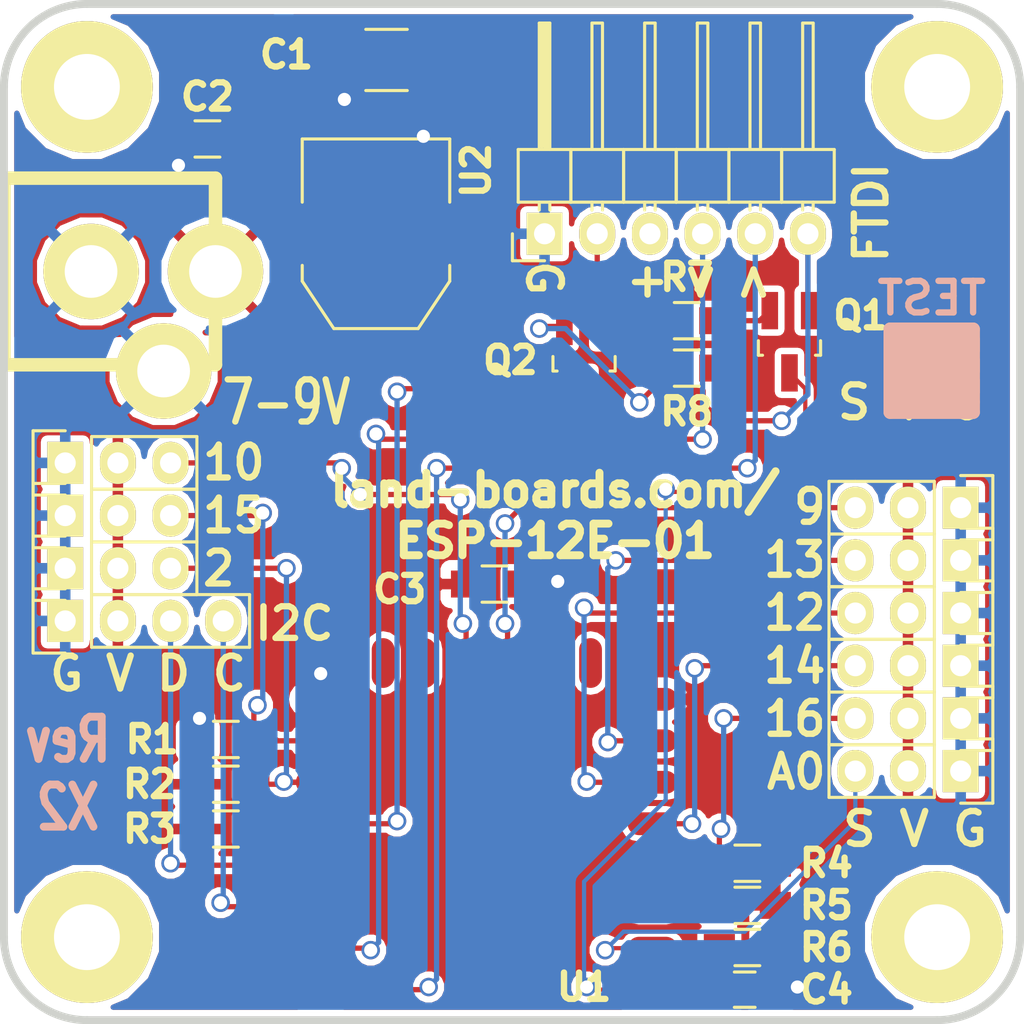
<source format=kicad_pcb>
(kicad_pcb (version 4) (host pcbnew "(after 2015-mar-04 BZR unknown)-product")

  (general
    (links 68)
    (no_connects 0)
    (area -8.382001 0.494801 64.396334 74.663701)
    (thickness 1.6002)
    (drawings 23)
    (tracks 184)
    (zones 0)
    (modules 34)
    (nets 24)
  )

  (page A)
  (title_block
    (date "28 mar 2015")
    (rev X1)
  )

  (layers
    (0 Front signal hide)
    (31 Back signal)
    (36 B.SilkS user)
    (37 F.SilkS user hide)
    (38 B.Mask user)
    (39 F.Mask user)
    (40 Dwgs.User user hide)
    (44 Edge.Cuts user)
  )

  (setup
    (last_trace_width 0.2032)
    (user_trace_width 0.254)
    (user_trace_width 0.635)
    (trace_clearance 0.254)
    (zone_clearance 0.3048)
    (zone_45_only no)
    (trace_min 0.2032)
    (segment_width 0.381)
    (edge_width 0.381)
    (via_size 0.889)
    (via_drill 0.635)
    (via_min_size 0.889)
    (via_min_drill 0.508)
    (uvia_size 0.508)
    (uvia_drill 0.127)
    (uvias_allowed no)
    (uvia_min_size 0.508)
    (uvia_min_drill 0.127)
    (pcb_text_width 0.3048)
    (pcb_text_size 1.524 2.032)
    (mod_edge_width 0.381)
    (mod_text_size 1.27 1.27)
    (mod_text_width 0.3048)
    (pad_size 6.35 6.35)
    (pad_drill 3.175)
    (pad_to_mask_clearance 0.1524)
    (aux_axis_origin 0 0)
    (visible_elements 7FFFFF7F)
    (pcbplotparams
      (layerselection 0x010f0_80000001)
      (usegerberextensions false)
      (excludeedgelayer true)
      (linewidth 0.150000)
      (plotframeref false)
      (viasonmask false)
      (mode 1)
      (useauxorigin false)
      (hpglpennumber 1)
      (hpglpenspeed 20)
      (hpglpendiameter 15)
      (hpglpenoverlay 0)
      (psnegative false)
      (psa4output false)
      (plotreference true)
      (plotvalue false)
      (plotinvisibletext false)
      (padsonsilk false)
      (subtractmaskfromsilk false)
      (outputformat 1)
      (mirror false)
      (drillshape 0)
      (scaleselection 1)
      (outputdirectory plots/))
  )

  (net 0 "")
  (net 1 GND)
  (net 2 +3V3)
  (net 3 +9V)
  (net 4 /ESPTXD)
  (net 5 /ESPRXD)
  (net 6 /ADC)
  (net 7 /GPIO16)
  (net 8 /GPIO14)
  (net 9 /GPIO12)
  (net 10 /GPIO13)
  (net 11 /GPIO9)
  (net 12 /GPIO10)
  (net 13 /GPIO15)
  (net 14 /GPIO2)
  (net 15 /GPIO4)
  (net 16 /GPIO5)
  (net 17 /GPIO0)
  (net 18 /CH_PD)
  (net 19 /RST)
  (net 20 /CTS)
  (net 21 /RTS)
  (net 22 "Net-(Q1-Pad2)")
  (net 23 "Net-(Q2-Pad2)")

  (net_class Default "This is the default net class."
    (clearance 0.254)
    (trace_width 0.2032)
    (via_dia 0.889)
    (via_drill 0.635)
    (uvia_dia 0.508)
    (uvia_drill 0.127)
    (add_net +3V3)
    (add_net +9V)
    (add_net /ADC)
    (add_net /CH_PD)
    (add_net /CTS)
    (add_net /ESPRXD)
    (add_net /ESPTXD)
    (add_net /GPIO0)
    (add_net /GPIO10)
    (add_net /GPIO12)
    (add_net /GPIO13)
    (add_net /GPIO14)
    (add_net /GPIO15)
    (add_net /GPIO16)
    (add_net /GPIO2)
    (add_net /GPIO4)
    (add_net /GPIO5)
    (add_net /GPIO9)
    (add_net /RST)
    (add_net /RTS)
    (add_net GND)
    (add_net "Net-(Q1-Pad2)")
    (add_net "Net-(Q2-Pad2)")
  )

  (net_class POWER ""
    (clearance 0.254)
    (trace_width 0.635)
    (via_dia 0.889)
    (via_drill 0.635)
    (uvia_dia 0.508)
    (uvia_drill 0.127)
  )

  (module ESP8266:ESP-12E (layer Front) (tedit 5821E941) (tstamp 57812817)
    (at 41.275 57.531 180)
    (descr "Module, ESP-8266, ESP-12, 16 pad, SMD")
    (tags "Module ESP-8266 ESP8266")
    (path /5781A71F)
    (fp_text reference U1 (at 3.302 0.127 180) (layer F.SilkS)
      (effects (font (size 1.27 1.27) (thickness 0.3048)))
    )
    (fp_text value ESP-12E-sides (at 8 1 180) (layer F.Fab) hide
      (effects (font (size 1 1) (thickness 0.15)))
    )
    (fp_line (start 16 -8.4) (end 0 -2.6) (layer F.CrtYd) (width 0.1524))
    (fp_line (start 0 -8.4) (end 16 -2.6) (layer F.CrtYd) (width 0.1524))
    (fp_text user "No Copper" (at 7.9 -5.4 180) (layer F.CrtYd)
      (effects (font (size 1 1) (thickness 0.15)))
    )
    (fp_line (start 0 -8.4) (end 0 -2.6) (layer F.CrtYd) (width 0.1524))
    (fp_line (start 0 -2.6) (end 16 -2.6) (layer F.CrtYd) (width 0.1524))
    (fp_line (start 16 -2.6) (end 16 -8.4) (layer F.CrtYd) (width 0.1524))
    (fp_line (start 16 -8.4) (end 0 -8.4) (layer F.CrtYd) (width 0.1524))
    (fp_line (start 16 -8.4) (end 16 15.6) (layer F.Fab) (width 0.1524))
    (fp_line (start 16 15.6) (end 0 15.6) (layer F.Fab) (width 0.1524))
    (fp_line (start 0 15.6) (end 0 -8.4) (layer F.Fab) (width 0.1524))
    (fp_line (start 0 -8.4) (end 16 -8.4) (layer F.Fab) (width 0.1524))
    (pad 9 smd oval (at 2.99 15.75 270) (size 2.4 1.1) (layers Front F.Mask))
    (pad 10 smd oval (at 4.99 15.75 270) (size 2.4 1.1) (layers Front F.Mask))
    (pad 11 smd oval (at 6.99 15.75 270) (size 2.4 1.1) (layers Front F.Mask)
      (net 11 /GPIO9))
    (pad 12 smd oval (at 8.99 15.75 270) (size 2.4 1.1) (layers Front F.Mask)
      (net 12 /GPIO10))
    (pad 13 smd oval (at 10.99 15.75 270) (size 2.4 1.1) (layers Front F.Mask))
    (pad 14 smd oval (at 12.99 15.75 270) (size 2.4 1.1) (layers Front F.Mask))
    (pad 1 smd rect (at 0 0 180) (size 2.4 1.1) (layers Front F.Mask)
      (net 19 /RST))
    (pad 2 smd oval (at 0 2 180) (size 2.4 1.1) (layers Front F.Mask)
      (net 6 /ADC))
    (pad 3 smd oval (at 0 4 180) (size 2.4 1.1) (layers Front F.Mask)
      (net 18 /CH_PD))
    (pad 4 smd oval (at 0 6 180) (size 2.4 1.1) (layers Front F.Mask)
      (net 7 /GPIO16))
    (pad 5 smd oval (at 0 8 180) (size 2.4 1.1) (layers Front F.Mask)
      (net 8 /GPIO14))
    (pad 6 smd oval (at 0 10 180) (size 2.4 1.1) (layers Front F.Mask)
      (net 9 /GPIO12))
    (pad 7 smd oval (at 0 12 180) (size 2.4 1.1) (layers Front F.Mask)
      (net 10 /GPIO13))
    (pad 8 smd oval (at 0 14 180) (size 2.4 1.1) (layers Front F.Mask)
      (net 2 +3V3))
    (pad 15 smd oval (at 16 14 180) (size 2.4 1.1) (layers Front F.Mask)
      (net 1 GND))
    (pad 16 smd oval (at 16 12 180) (size 2.4 1.1) (layers Front F.Mask)
      (net 13 /GPIO15))
    (pad 17 smd oval (at 16 10 180) (size 2.4 1.1) (layers Front F.Mask)
      (net 14 /GPIO2))
    (pad 18 smd oval (at 16 8 180) (size 2.4 1.1) (layers Front F.Mask)
      (net 17 /GPIO0))
    (pad 19 smd oval (at 16 6 180) (size 2.4 1.1) (layers Front F.Mask)
      (net 15 /GPIO4))
    (pad 20 smd oval (at 16 4 180) (size 2.4 1.1) (layers Front F.Mask)
      (net 16 /GPIO5))
    (pad 21 smd oval (at 16 2 180) (size 2.4 1.1) (layers Front F.Mask)
      (net 5 /ESPRXD))
    (pad 22 smd oval (at 16 0 180) (size 2.4 1.1) (layers Front F.Mask)
      (net 4 /ESPTXD))
    (model ${ESPLIB}/ESP8266.3dshapes/ESP-12.wrl
      (at (xyz 0.04 0 0))
      (scale (xyz 0.3937 0.3937 0.3937))
      (rotate (xyz 0 0 0))
    )
  )

  (module MTG-4-40 locked (layer Front) (tedit 50F036E3) (tstamp 51AF63A5)
    (at 14 55)
    (path /5030F2C2)
    (fp_text reference MTG3 (at -6.858 -0.635) (layer F.SilkS) hide
      (effects (font (size 1.27 1.27) (thickness 0.3048)))
    )
    (fp_text value CONN_1 (at 0 -5.08) (layer F.SilkS) hide
      (effects (font (thickness 0.3048)))
    )
    (pad 1 thru_hole circle (at 0 0) (size 6.35 6.35) (drill 3.175) (layers *.Cu *.Mask F.SilkS))
  )

  (module MTG-4-40 locked (layer Front) (tedit 50F036E3) (tstamp 51AF63AA)
    (at 55 55)
    (path /5030F2C1)
    (fp_text reference MTG4 (at -6.858 -0.635) (layer F.SilkS) hide
      (effects (font (size 1.27 1.27) (thickness 0.3048)))
    )
    (fp_text value CONN_1 (at 0 -5.08) (layer F.SilkS) hide
      (effects (font (thickness 0.3048)))
    )
    (pad 1 thru_hole circle (at 0 0) (size 6.35 6.35) (drill 3.175) (layers *.Cu *.Mask F.SilkS))
  )

  (module MTG-4-40 locked (layer Front) (tedit 50F036E3) (tstamp 51AF63AF)
    (at 55 14)
    (path /5030F2BD)
    (fp_text reference MTG2 (at -6.858 -0.635) (layer F.SilkS) hide
      (effects (font (size 1.27 1.27) (thickness 0.3048)))
    )
    (fp_text value CONN_1 (at 0 -5.08) (layer F.SilkS) hide
      (effects (font (thickness 0.3048)))
    )
    (pad 1 thru_hole circle (at 0 0) (size 6.35 6.35) (drill 3.175) (layers *.Cu *.Mask F.SilkS))
  )

  (module MTG-4-40 locked (layer Front) (tedit 50F036E3) (tstamp 51AF63B4)
    (at 14 14)
    (path /5030F2A7)
    (fp_text reference MTG1 (at -6.858 -0.635) (layer F.SilkS) hide
      (effects (font (size 1.27 1.27) (thickness 0.3048)))
    )
    (fp_text value CONN_1 (at 0 -5.08) (layer F.SilkS) hide
      (effects (font (thickness 0.3048)))
    )
    (pad 1 thru_hole circle (at 0 0) (size 6.35 6.35) (drill 3.175) (layers *.Cu *.Mask F.SilkS))
  )

  (module Resistors_SMD:R_0805_HandSoldering (layer Front) (tedit 5821EA34) (tstamp 55AA74B7)
    (at 33.655 37.973)
    (descr "Resistor SMD 0805, hand soldering")
    (tags "resistor 0805")
    (path /5030E7F2)
    (attr smd)
    (fp_text reference C3 (at -4.572 0.254) (layer F.SilkS)
      (effects (font (size 1.27 1.27) (thickness 0.3048)))
    )
    (fp_text value 0.1uF (at 0 2.1) (layer F.SilkS) hide
      (effects (font (size 1 1) (thickness 0.15)))
    )
    (fp_line (start -2.4 -1) (end 2.4 -1) (layer F.CrtYd) (width 0.05))
    (fp_line (start -2.4 1) (end 2.4 1) (layer F.CrtYd) (width 0.05))
    (fp_line (start -2.4 -1) (end -2.4 1) (layer F.CrtYd) (width 0.05))
    (fp_line (start 2.4 -1) (end 2.4 1) (layer F.CrtYd) (width 0.05))
    (fp_line (start 0.6 0.875) (end -0.6 0.875) (layer F.SilkS) (width 0.15))
    (fp_line (start -0.6 -0.875) (end 0.6 -0.875) (layer F.SilkS) (width 0.15))
    (pad 1 smd rect (at -1.35 0) (size 1.5 1.3) (layers Front F.Mask)
      (net 2 +3V3))
    (pad 2 smd rect (at 1.35 0) (size 1.5 1.3) (layers Front F.Mask)
      (net 1 GND))
    (model Resistors_SMD.3dshapes/R_0805_HandSoldering.wrl
      (at (xyz 0 0 0))
      (scale (xyz 1 1 1))
      (rotate (xyz 0 0 0))
    )
  )

  (module SMD_Packages:SOT-223 (layer Front) (tedit 578160A9) (tstamp 55AA7515)
    (at 27.94 21.082 180)
    (descr "module CMS SOT223 4 pins")
    (tags "CMS SOT")
    (path /5030E794)
    (attr smd)
    (fp_text reference U2 (at -4.826 3.048 450) (layer F.SilkS)
      (effects (font (size 1.27 1.27) (thickness 0.3048)))
    )
    (fp_text value AP1117-3.3V (at 0 0.762 180) (layer F.SilkS) hide
      (effects (font (size 1 1) (thickness 0.15)))
    )
    (fp_line (start -3.556 1.524) (end -3.556 4.572) (layer F.SilkS) (width 0.15))
    (fp_line (start -3.556 4.572) (end 3.556 4.572) (layer F.SilkS) (width 0.15))
    (fp_line (start 3.556 4.572) (end 3.556 1.524) (layer F.SilkS) (width 0.15))
    (fp_line (start -3.556 -1.524) (end -3.556 -2.286) (layer F.SilkS) (width 0.15))
    (fp_line (start -3.556 -2.286) (end -2.032 -4.572) (layer F.SilkS) (width 0.15))
    (fp_line (start -2.032 -4.572) (end 2.032 -4.572) (layer F.SilkS) (width 0.15))
    (fp_line (start 2.032 -4.572) (end 3.556 -2.286) (layer F.SilkS) (width 0.15))
    (fp_line (start 3.556 -2.286) (end 3.556 -1.524) (layer F.SilkS) (width 0.15))
    (pad 4 smd rect (at 0 -3.302 180) (size 3.6576 2.032) (layers Front F.Mask)
      (net 2 +3V3))
    (pad 2 smd rect (at 0 3.302 180) (size 1.016 2.032) (layers Front F.Mask)
      (net 2 +3V3))
    (pad 3 smd rect (at 2.286 3.302 180) (size 1.016 2.032) (layers Front F.Mask)
      (net 3 +9V))
    (pad 1 smd rect (at -2.286 3.302 180) (size 1.016 2.032) (layers Front F.Mask)
      (net 1 GND))
    (model SMD_Packages.3dshapes/SOT-223.wrl
      (at (xyz 0 0 0))
      (scale (xyz 0.4 0.4 0.4))
      (rotate (xyz 0 0 0))
    )
  )

  (module Resistors_SMD:R_0805_HandSoldering (layer Front) (tedit 57816031) (tstamp 55ABBFBA)
    (at 19.812 16.51 180)
    (descr "Resistor SMD 0805, hand soldering")
    (tags "resistor 0805")
    (path /55ABBC4E)
    (attr smd)
    (fp_text reference C2 (at 0 2.032 180) (layer F.SilkS)
      (effects (font (size 1.27 1.27) (thickness 0.3048)))
    )
    (fp_text value 0.1uF (at 0 2.1 180) (layer F.SilkS) hide
      (effects (font (size 1 1) (thickness 0.15)))
    )
    (fp_line (start -2.4 -1) (end 2.4 -1) (layer F.CrtYd) (width 0.05))
    (fp_line (start -2.4 1) (end 2.4 1) (layer F.CrtYd) (width 0.05))
    (fp_line (start -2.4 -1) (end -2.4 1) (layer F.CrtYd) (width 0.05))
    (fp_line (start 2.4 -1) (end 2.4 1) (layer F.CrtYd) (width 0.05))
    (fp_line (start 0.6 0.875) (end -0.6 0.875) (layer F.SilkS) (width 0.15))
    (fp_line (start -0.6 -0.875) (end 0.6 -0.875) (layer F.SilkS) (width 0.15))
    (pad 1 smd rect (at -1.35 0 180) (size 1.5 1.3) (layers Front F.Mask)
      (net 3 +9V))
    (pad 2 smd rect (at 1.35 0 180) (size 1.5 1.3) (layers Front F.Mask)
      (net 1 GND))
    (model Resistors_SMD.3dshapes/R_0805_HandSoldering.wrl
      (at (xyz 0 0 0))
      (scale (xyz 1 1 1))
      (rotate (xyz 0 0 0))
    )
  )

  (module Resistors_SMD:R_1210_HandSoldering (layer Front) (tedit 57815FB2) (tstamp 55D88C69)
    (at 28.448 12.7 180)
    (descr "Resistor SMD 1210, hand soldering")
    (tags "resistor 1210")
    (path /5030E7EC)
    (attr smd)
    (fp_text reference C1 (at 4.826 0.254 180) (layer F.SilkS)
      (effects (font (size 1.27 1.27) (thickness 0.3048)))
    )
    (fp_text value 22uF (at 0 2.7 180) (layer B.SilkS) hide
      (effects (font (size 1 1) (thickness 0.15)) (justify mirror))
    )
    (fp_line (start -3.3 -1.6) (end 3.3 -1.6) (layer F.CrtYd) (width 0.05))
    (fp_line (start -3.3 1.6) (end 3.3 1.6) (layer F.CrtYd) (width 0.05))
    (fp_line (start -3.3 -1.6) (end -3.3 1.6) (layer F.CrtYd) (width 0.05))
    (fp_line (start 3.3 -1.6) (end 3.3 1.6) (layer F.CrtYd) (width 0.05))
    (fp_line (start 1 1.475) (end -1 1.475) (layer F.SilkS) (width 0.15))
    (fp_line (start -1 -1.475) (end 1 -1.475) (layer F.SilkS) (width 0.15))
    (pad 1 smd rect (at -2 0 180) (size 2 2.5) (layers Front F.Mask)
      (net 2 +3V3))
    (pad 2 smd rect (at 2 0 180) (size 2 2.5) (layers Front F.Mask)
      (net 1 GND))
    (model Resistors_SMD.3dshapes/R_1210_HandSoldering.wrl
      (at (xyz 0 0 0))
      (scale (xyz 1 1 1))
      (rotate (xyz 0 0 0))
    )
  )

  (module Resistors_SMD:R_0805_HandSoldering (layer Front) (tedit 5821F293) (tstamp 55E1FEE6)
    (at 20.701 49.784 180)
    (descr "Resistor SMD 0805, hand soldering")
    (tags "resistor 0805")
    (path /55E1FDE2)
    (attr smd)
    (fp_text reference R3 (at 3.683 0 180) (layer F.SilkS)
      (effects (font (size 1.27 1.27) (thickness 0.3048)))
    )
    (fp_text value 10K (at 0 2.1 180) (layer B.SilkS) hide
      (effects (font (size 1 1) (thickness 0.15)) (justify mirror))
    )
    (fp_line (start -2.4 -1) (end 2.4 -1) (layer F.CrtYd) (width 0.05))
    (fp_line (start -2.4 1) (end 2.4 1) (layer F.CrtYd) (width 0.05))
    (fp_line (start -2.4 -1) (end -2.4 1) (layer F.CrtYd) (width 0.05))
    (fp_line (start 2.4 -1) (end 2.4 1) (layer F.CrtYd) (width 0.05))
    (fp_line (start 0.6 0.875) (end -0.6 0.875) (layer F.SilkS) (width 0.15))
    (fp_line (start -0.6 -0.875) (end 0.6 -0.875) (layer F.SilkS) (width 0.15))
    (pad 1 smd rect (at -1.35 0 180) (size 1.5 1.3) (layers Front F.Mask)
      (net 17 /GPIO0))
    (pad 2 smd rect (at 1.35 0 180) (size 1.5 1.3) (layers Front F.Mask)
      (net 2 +3V3))
    (model Resistors_SMD.3dshapes/R_0805_HandSoldering.wrl
      (at (xyz 0 0 0))
      (scale (xyz 1 1 1))
      (rotate (xyz 0 0 0))
    )
  )

  (module Resistors_SMD:R_0805_HandSoldering (layer Front) (tedit 57816140) (tstamp 55E1FEF2)
    (at 45.847 53.467)
    (descr "Resistor SMD 0805, hand soldering")
    (tags "resistor 0805")
    (path /55E22269)
    (attr smd)
    (fp_text reference R5 (at 3.81 0) (layer F.SilkS)
      (effects (font (size 1.27 1.27) (thickness 0.3048)))
    )
    (fp_text value 3.3K (at 0 2.1) (layer B.SilkS) hide
      (effects (font (size 1 1) (thickness 0.15)) (justify mirror))
    )
    (fp_line (start -2.4 -1) (end 2.4 -1) (layer F.CrtYd) (width 0.05))
    (fp_line (start -2.4 1) (end 2.4 1) (layer F.CrtYd) (width 0.05))
    (fp_line (start -2.4 -1) (end -2.4 1) (layer F.CrtYd) (width 0.05))
    (fp_line (start 2.4 -1) (end 2.4 1) (layer F.CrtYd) (width 0.05))
    (fp_line (start 0.6 0.875) (end -0.6 0.875) (layer F.SilkS) (width 0.15))
    (fp_line (start -0.6 -0.875) (end 0.6 -0.875) (layer F.SilkS) (width 0.15))
    (pad 1 smd rect (at -1.35 0) (size 1.5 1.3) (layers Front F.Mask)
      (net 18 /CH_PD))
    (pad 2 smd rect (at 1.35 0) (size 1.5 1.3) (layers Front F.Mask)
      (net 2 +3V3))
    (model Resistors_SMD.3dshapes/R_0805_HandSoldering.wrl
      (at (xyz 0 0 0))
      (scale (xyz 1 1 1))
      (rotate (xyz 0 0 0))
    )
  )

  (module Pin_Headers:Pin_Header_Angled_1x06 (layer Front) (tedit 57815EE3) (tstamp 55E20065)
    (at 36.068 21.082 90)
    (descr "Through hole pin header")
    (tags "pin header")
    (path /55E20F5F)
    (fp_text reference P1 (at 0 -2.9845 90) (layer F.SilkS) hide
      (effects (font (size 1.27 1.27) (thickness 0.3048)))
    )
    (fp_text value FTDI-3.3V (at 1.143 -2.6035 90) (layer F.SilkS) hide
      (effects (font (size 1 1) (thickness 0.15)))
    )
    (fp_line (start -1.5 -1.75) (end -1.5 14.45) (layer F.CrtYd) (width 0.05))
    (fp_line (start 10.65 -1.75) (end 10.65 14.45) (layer F.CrtYd) (width 0.05))
    (fp_line (start -1.5 -1.75) (end 10.65 -1.75) (layer F.CrtYd) (width 0.05))
    (fp_line (start -1.5 14.45) (end 10.65 14.45) (layer F.CrtYd) (width 0.05))
    (fp_line (start -1.3 -1.55) (end -1.3 0) (layer F.SilkS) (width 0.15))
    (fp_line (start 0 -1.55) (end -1.3 -1.55) (layer F.SilkS) (width 0.15))
    (fp_line (start 4.191 -0.127) (end 10.033 -0.127) (layer F.SilkS) (width 0.15))
    (fp_line (start 10.033 -0.127) (end 10.033 0.127) (layer F.SilkS) (width 0.15))
    (fp_line (start 10.033 0.127) (end 4.191 0.127) (layer F.SilkS) (width 0.15))
    (fp_line (start 4.191 0.127) (end 4.191 0) (layer F.SilkS) (width 0.15))
    (fp_line (start 4.191 0) (end 10.033 0) (layer F.SilkS) (width 0.15))
    (fp_line (start 1.524 -0.254) (end 1.143 -0.254) (layer F.SilkS) (width 0.15))
    (fp_line (start 1.524 0.254) (end 1.143 0.254) (layer F.SilkS) (width 0.15))
    (fp_line (start 1.524 2.286) (end 1.143 2.286) (layer F.SilkS) (width 0.15))
    (fp_line (start 1.524 2.794) (end 1.143 2.794) (layer F.SilkS) (width 0.15))
    (fp_line (start 1.524 4.826) (end 1.143 4.826) (layer F.SilkS) (width 0.15))
    (fp_line (start 1.524 5.334) (end 1.143 5.334) (layer F.SilkS) (width 0.15))
    (fp_line (start 1.524 12.954) (end 1.143 12.954) (layer F.SilkS) (width 0.15))
    (fp_line (start 1.524 12.446) (end 1.143 12.446) (layer F.SilkS) (width 0.15))
    (fp_line (start 1.524 10.414) (end 1.143 10.414) (layer F.SilkS) (width 0.15))
    (fp_line (start 1.524 9.906) (end 1.143 9.906) (layer F.SilkS) (width 0.15))
    (fp_line (start 1.524 7.874) (end 1.143 7.874) (layer F.SilkS) (width 0.15))
    (fp_line (start 1.524 7.366) (end 1.143 7.366) (layer F.SilkS) (width 0.15))
    (fp_line (start 1.524 -1.27) (end 4.064 -1.27) (layer F.SilkS) (width 0.15))
    (fp_line (start 1.524 1.27) (end 4.064 1.27) (layer F.SilkS) (width 0.15))
    (fp_line (start 1.524 1.27) (end 1.524 3.81) (layer F.SilkS) (width 0.15))
    (fp_line (start 1.524 3.81) (end 4.064 3.81) (layer F.SilkS) (width 0.15))
    (fp_line (start 4.064 2.286) (end 10.16 2.286) (layer F.SilkS) (width 0.15))
    (fp_line (start 10.16 2.286) (end 10.16 2.794) (layer F.SilkS) (width 0.15))
    (fp_line (start 10.16 2.794) (end 4.064 2.794) (layer F.SilkS) (width 0.15))
    (fp_line (start 4.064 3.81) (end 4.064 1.27) (layer F.SilkS) (width 0.15))
    (fp_line (start 4.064 1.27) (end 4.064 -1.27) (layer F.SilkS) (width 0.15))
    (fp_line (start 10.16 0.254) (end 4.064 0.254) (layer F.SilkS) (width 0.15))
    (fp_line (start 10.16 -0.254) (end 10.16 0.254) (layer F.SilkS) (width 0.15))
    (fp_line (start 4.064 -0.254) (end 10.16 -0.254) (layer F.SilkS) (width 0.15))
    (fp_line (start 1.524 1.27) (end 4.064 1.27) (layer F.SilkS) (width 0.15))
    (fp_line (start 1.524 -1.27) (end 1.524 1.27) (layer F.SilkS) (width 0.15))
    (fp_line (start 1.524 8.89) (end 4.064 8.89) (layer F.SilkS) (width 0.15))
    (fp_line (start 1.524 8.89) (end 1.524 11.43) (layer F.SilkS) (width 0.15))
    (fp_line (start 1.524 11.43) (end 4.064 11.43) (layer F.SilkS) (width 0.15))
    (fp_line (start 4.064 9.906) (end 10.16 9.906) (layer F.SilkS) (width 0.15))
    (fp_line (start 10.16 9.906) (end 10.16 10.414) (layer F.SilkS) (width 0.15))
    (fp_line (start 10.16 10.414) (end 4.064 10.414) (layer F.SilkS) (width 0.15))
    (fp_line (start 4.064 11.43) (end 4.064 8.89) (layer F.SilkS) (width 0.15))
    (fp_line (start 4.064 13.97) (end 4.064 11.43) (layer F.SilkS) (width 0.15))
    (fp_line (start 10.16 12.954) (end 4.064 12.954) (layer F.SilkS) (width 0.15))
    (fp_line (start 10.16 12.446) (end 10.16 12.954) (layer F.SilkS) (width 0.15))
    (fp_line (start 4.064 12.446) (end 10.16 12.446) (layer F.SilkS) (width 0.15))
    (fp_line (start 1.524 13.97) (end 4.064 13.97) (layer F.SilkS) (width 0.15))
    (fp_line (start 1.524 11.43) (end 1.524 13.97) (layer F.SilkS) (width 0.15))
    (fp_line (start 1.524 11.43) (end 4.064 11.43) (layer F.SilkS) (width 0.15))
    (fp_line (start 1.524 6.35) (end 4.064 6.35) (layer F.SilkS) (width 0.15))
    (fp_line (start 1.524 6.35) (end 1.524 8.89) (layer F.SilkS) (width 0.15))
    (fp_line (start 1.524 8.89) (end 4.064 8.89) (layer F.SilkS) (width 0.15))
    (fp_line (start 4.064 7.366) (end 10.16 7.366) (layer F.SilkS) (width 0.15))
    (fp_line (start 10.16 7.366) (end 10.16 7.874) (layer F.SilkS) (width 0.15))
    (fp_line (start 10.16 7.874) (end 4.064 7.874) (layer F.SilkS) (width 0.15))
    (fp_line (start 4.064 8.89) (end 4.064 6.35) (layer F.SilkS) (width 0.15))
    (fp_line (start 4.064 6.35) (end 4.064 3.81) (layer F.SilkS) (width 0.15))
    (fp_line (start 10.16 5.334) (end 4.064 5.334) (layer F.SilkS) (width 0.15))
    (fp_line (start 10.16 4.826) (end 10.16 5.334) (layer F.SilkS) (width 0.15))
    (fp_line (start 4.064 4.826) (end 10.16 4.826) (layer F.SilkS) (width 0.15))
    (fp_line (start 1.524 6.35) (end 4.064 6.35) (layer F.SilkS) (width 0.15))
    (fp_line (start 1.524 3.81) (end 1.524 6.35) (layer F.SilkS) (width 0.15))
    (fp_line (start 1.524 3.81) (end 4.064 3.81) (layer F.SilkS) (width 0.15))
    (pad 1 thru_hole rect (at 0 0 90) (size 2.032 1.7272) (drill 1.016) (layers *.Cu *.Mask F.SilkS)
      (net 1 GND))
    (pad 2 thru_hole oval (at 0 2.54 90) (size 2.032 1.7272) (drill 1.016) (layers *.Cu *.Mask F.SilkS)
      (net 20 /CTS))
    (pad 3 thru_hole oval (at 0 5.08 90) (size 2.032 1.7272) (drill 1.016) (layers *.Cu *.Mask F.SilkS))
    (pad 4 thru_hole oval (at 0 7.62 90) (size 2.032 1.7272) (drill 1.016) (layers *.Cu *.Mask F.SilkS)
      (net 5 /ESPRXD))
    (pad 5 thru_hole oval (at 0 10.16 90) (size 2.032 1.7272) (drill 1.016) (layers *.Cu *.Mask F.SilkS)
      (net 4 /ESPTXD))
    (pad 6 thru_hole oval (at 0 12.7 90) (size 2.032 1.7272) (drill 1.016) (layers *.Cu *.Mask F.SilkS)
      (net 21 /RTS))
    (model Pin_Headers.3dshapes/Pin_Header_Angled_1x06.wrl
      (at (xyz 0 -0.25 0))
      (scale (xyz 1 1 1))
      (rotate (xyz 0 0 90))
    )
  )

  (module DougsNewMods:DCJ-NEW (layer Front) (tedit 55E23CE5) (tstamp 5628153C)
    (at 14.2 22.9)
    (descr "DC Pwr, 2.1mm Jack")
    (tags "DC Power jack, 2.1mm")
    (path /55ABBEC2)
    (fp_text reference J1 (at -0.0508 -6.05028) (layer F.SilkS) hide
      (effects (font (size 1.27 1.27) (thickness 0.3048)))
    )
    (fp_text value DCJ0202 (at -6 0 90) (layer F.SilkS) hide
      (effects (font (size 1.016 1.016) (thickness 0.254)))
    )
    (fp_line (start -4.2 4.5) (end -4.2 -4.5) (layer F.SilkS) (width 0.65))
    (fp_line (start -7.5 -4.5) (end -7.5 4.5) (layer F.SilkS) (width 0.65))
    (fp_line (start -7.5 -4.5) (end 6 -4.5) (layer F.SilkS) (width 0.65))
    (fp_line (start 6 -4.5) (end 6 4.5) (layer F.SilkS) (width 0.65))
    (fp_line (start -7.5 4.5) (end 6 4.5) (layer F.SilkS) (width 0.65))
    (pad 2 thru_hole circle (at 0 0) (size 4.6 4.6) (drill 2.54) (layers *.Cu *.Mask F.SilkS)
      (net 1 GND))
    (pad 1 thru_hole circle (at 6 0) (size 4.6 4.6) (drill 2.54) (layers *.Cu *.Mask F.SilkS)
      (net 3 +9V))
    (pad 3 thru_hole circle (at 3.5 4.8) (size 4.6 4.6) (drill 2.54) (layers *.Cu *.Mask F.SilkS)
      (net 1 GND))
    (model connectors/POWER_21.wrl
      (at (xyz 0 0 0))
      (scale (xyz 0.8 0.8 0.8))
      (rotate (xyz 0 0 0))
    )
  )

  (module Pin_Headers:Pin_Header_Straight_1x03 (layer Front) (tedit 57815EA5) (tstamp 57813E1E)
    (at 56.134 46.99 270)
    (descr "Through hole pin header")
    (tags "pin header")
    (path /5781C33F)
    (fp_text reference P2 (at 0 -5.1 270) (layer F.SilkS) hide
      (effects (font (size 1.27 1.27) (thickness 0.3048)))
    )
    (fp_text value CONN_01X03 (at 0 -3.1 270) (layer F.Fab) hide
      (effects (font (size 1 1) (thickness 0.15)))
    )
    (fp_line (start -1.75 -1.75) (end -1.75 6.85) (layer F.CrtYd) (width 0.05))
    (fp_line (start 1.75 -1.75) (end 1.75 6.85) (layer F.CrtYd) (width 0.05))
    (fp_line (start -1.75 -1.75) (end 1.75 -1.75) (layer F.CrtYd) (width 0.05))
    (fp_line (start -1.75 6.85) (end 1.75 6.85) (layer F.CrtYd) (width 0.05))
    (fp_line (start -1.27 1.27) (end -1.27 6.35) (layer F.SilkS) (width 0.15))
    (fp_line (start -1.27 6.35) (end 1.27 6.35) (layer F.SilkS) (width 0.15))
    (fp_line (start 1.27 6.35) (end 1.27 1.27) (layer F.SilkS) (width 0.15))
    (fp_line (start 1.55 -1.55) (end 1.55 0) (layer F.SilkS) (width 0.15))
    (fp_line (start 1.27 1.27) (end -1.27 1.27) (layer F.SilkS) (width 0.15))
    (fp_line (start -1.55 0) (end -1.55 -1.55) (layer F.SilkS) (width 0.15))
    (fp_line (start -1.55 -1.55) (end 1.55 -1.55) (layer F.SilkS) (width 0.15))
    (pad 1 thru_hole rect (at 0 0 270) (size 2.032 1.7272) (drill 1.016) (layers *.Cu *.Mask F.SilkS)
      (net 1 GND))
    (pad 2 thru_hole oval (at 0 2.54 270) (size 2.032 1.7272) (drill 1.016) (layers *.Cu *.Mask F.SilkS)
      (net 2 +3V3))
    (pad 3 thru_hole oval (at 0 5.08 270) (size 2.032 1.7272) (drill 1.016) (layers *.Cu *.Mask F.SilkS)
      (net 6 /ADC))
    (model Pin_Headers.3dshapes/Pin_Header_Straight_1x03.wrl
      (at (xyz 0 -0.1 0))
      (scale (xyz 1 1 1))
      (rotate (xyz 0 0 90))
    )
  )

  (module Pin_Headers:Pin_Header_Straight_1x03 (layer Front) (tedit 57815EB2) (tstamp 57813E30)
    (at 56.134 44.45 270)
    (descr "Through hole pin header")
    (tags "pin header")
    (path /5782BAA1)
    (fp_text reference P3 (at 0 -5.1 270) (layer F.SilkS) hide
      (effects (font (size 1.27 1.27) (thickness 0.3048)))
    )
    (fp_text value CONN_01X03 (at 0 -3.1 270) (layer F.Fab) hide
      (effects (font (size 1 1) (thickness 0.15)))
    )
    (fp_line (start -1.75 -1.75) (end -1.75 6.85) (layer F.CrtYd) (width 0.05))
    (fp_line (start 1.75 -1.75) (end 1.75 6.85) (layer F.CrtYd) (width 0.05))
    (fp_line (start -1.75 -1.75) (end 1.75 -1.75) (layer F.CrtYd) (width 0.05))
    (fp_line (start -1.75 6.85) (end 1.75 6.85) (layer F.CrtYd) (width 0.05))
    (fp_line (start -1.27 1.27) (end -1.27 6.35) (layer F.SilkS) (width 0.15))
    (fp_line (start -1.27 6.35) (end 1.27 6.35) (layer F.SilkS) (width 0.15))
    (fp_line (start 1.27 6.35) (end 1.27 1.27) (layer F.SilkS) (width 0.15))
    (fp_line (start 1.55 -1.55) (end 1.55 0) (layer F.SilkS) (width 0.15))
    (fp_line (start 1.27 1.27) (end -1.27 1.27) (layer F.SilkS) (width 0.15))
    (fp_line (start -1.55 0) (end -1.55 -1.55) (layer F.SilkS) (width 0.15))
    (fp_line (start -1.55 -1.55) (end 1.55 -1.55) (layer F.SilkS) (width 0.15))
    (pad 1 thru_hole rect (at 0 0 270) (size 2.032 1.7272) (drill 1.016) (layers *.Cu *.Mask F.SilkS)
      (net 1 GND))
    (pad 2 thru_hole oval (at 0 2.54 270) (size 2.032 1.7272) (drill 1.016) (layers *.Cu *.Mask F.SilkS)
      (net 2 +3V3))
    (pad 3 thru_hole oval (at 0 5.08 270) (size 2.032 1.7272) (drill 1.016) (layers *.Cu *.Mask F.SilkS)
      (net 7 /GPIO16))
    (model Pin_Headers.3dshapes/Pin_Header_Straight_1x03.wrl
      (at (xyz 0 -0.1 0))
      (scale (xyz 1 1 1))
      (rotate (xyz 0 0 90))
    )
  )

  (module Pin_Headers:Pin_Header_Straight_1x03 (layer Front) (tedit 57815EC0) (tstamp 57813E42)
    (at 56.134 41.91 270)
    (descr "Through hole pin header")
    (tags "pin header")
    (path /5782BB29)
    (fp_text reference P4 (at 0 -5.1 270) (layer F.SilkS) hide
      (effects (font (size 1.27 1.27) (thickness 0.3048)))
    )
    (fp_text value CONN_01X03 (at 0 -3.1 270) (layer F.Fab) hide
      (effects (font (size 1 1) (thickness 0.15)))
    )
    (fp_line (start -1.75 -1.75) (end -1.75 6.85) (layer F.CrtYd) (width 0.05))
    (fp_line (start 1.75 -1.75) (end 1.75 6.85) (layer F.CrtYd) (width 0.05))
    (fp_line (start -1.75 -1.75) (end 1.75 -1.75) (layer F.CrtYd) (width 0.05))
    (fp_line (start -1.75 6.85) (end 1.75 6.85) (layer F.CrtYd) (width 0.05))
    (fp_line (start -1.27 1.27) (end -1.27 6.35) (layer F.SilkS) (width 0.15))
    (fp_line (start -1.27 6.35) (end 1.27 6.35) (layer F.SilkS) (width 0.15))
    (fp_line (start 1.27 6.35) (end 1.27 1.27) (layer F.SilkS) (width 0.15))
    (fp_line (start 1.55 -1.55) (end 1.55 0) (layer F.SilkS) (width 0.15))
    (fp_line (start 1.27 1.27) (end -1.27 1.27) (layer F.SilkS) (width 0.15))
    (fp_line (start -1.55 0) (end -1.55 -1.55) (layer F.SilkS) (width 0.15))
    (fp_line (start -1.55 -1.55) (end 1.55 -1.55) (layer F.SilkS) (width 0.15))
    (pad 1 thru_hole rect (at 0 0 270) (size 2.032 1.7272) (drill 1.016) (layers *.Cu *.Mask F.SilkS)
      (net 1 GND))
    (pad 2 thru_hole oval (at 0 2.54 270) (size 2.032 1.7272) (drill 1.016) (layers *.Cu *.Mask F.SilkS)
      (net 2 +3V3))
    (pad 3 thru_hole oval (at 0 5.08 270) (size 2.032 1.7272) (drill 1.016) (layers *.Cu *.Mask F.SilkS)
      (net 8 /GPIO14))
    (model Pin_Headers.3dshapes/Pin_Header_Straight_1x03.wrl
      (at (xyz 0 -0.1 0))
      (scale (xyz 1 1 1))
      (rotate (xyz 0 0 90))
    )
  )

  (module Pin_Headers:Pin_Header_Straight_1x03 (layer Front) (tedit 57815EB9) (tstamp 57813E54)
    (at 56.134 39.37 270)
    (descr "Through hole pin header")
    (tags "pin header")
    (path /5782BB2F)
    (fp_text reference P5 (at 0 -5.1 270) (layer F.SilkS) hide
      (effects (font (size 1.27 1.27) (thickness 0.3048)))
    )
    (fp_text value CONN_01X03 (at 0 -3.1 270) (layer F.Fab) hide
      (effects (font (size 1 1) (thickness 0.15)))
    )
    (fp_line (start -1.75 -1.75) (end -1.75 6.85) (layer F.CrtYd) (width 0.05))
    (fp_line (start 1.75 -1.75) (end 1.75 6.85) (layer F.CrtYd) (width 0.05))
    (fp_line (start -1.75 -1.75) (end 1.75 -1.75) (layer F.CrtYd) (width 0.05))
    (fp_line (start -1.75 6.85) (end 1.75 6.85) (layer F.CrtYd) (width 0.05))
    (fp_line (start -1.27 1.27) (end -1.27 6.35) (layer F.SilkS) (width 0.15))
    (fp_line (start -1.27 6.35) (end 1.27 6.35) (layer F.SilkS) (width 0.15))
    (fp_line (start 1.27 6.35) (end 1.27 1.27) (layer F.SilkS) (width 0.15))
    (fp_line (start 1.55 -1.55) (end 1.55 0) (layer F.SilkS) (width 0.15))
    (fp_line (start 1.27 1.27) (end -1.27 1.27) (layer F.SilkS) (width 0.15))
    (fp_line (start -1.55 0) (end -1.55 -1.55) (layer F.SilkS) (width 0.15))
    (fp_line (start -1.55 -1.55) (end 1.55 -1.55) (layer F.SilkS) (width 0.15))
    (pad 1 thru_hole rect (at 0 0 270) (size 2.032 1.7272) (drill 1.016) (layers *.Cu *.Mask F.SilkS)
      (net 1 GND))
    (pad 2 thru_hole oval (at 0 2.54 270) (size 2.032 1.7272) (drill 1.016) (layers *.Cu *.Mask F.SilkS)
      (net 2 +3V3))
    (pad 3 thru_hole oval (at 0 5.08 270) (size 2.032 1.7272) (drill 1.016) (layers *.Cu *.Mask F.SilkS)
      (net 9 /GPIO12))
    (model Pin_Headers.3dshapes/Pin_Header_Straight_1x03.wrl
      (at (xyz 0 -0.1 0))
      (scale (xyz 1 1 1))
      (rotate (xyz 0 0 90))
    )
  )

  (module Pin_Headers:Pin_Header_Straight_1x03 (layer Front) (tedit 57815EAA) (tstamp 57813E66)
    (at 56.134 36.83 270)
    (descr "Through hole pin header")
    (tags "pin header")
    (path /5782BC1D)
    (fp_text reference P6 (at 0 -5.1 270) (layer F.SilkS) hide
      (effects (font (size 1.27 1.27) (thickness 0.3048)))
    )
    (fp_text value CONN_01X03 (at 0 -3.1 270) (layer F.Fab) hide
      (effects (font (size 1 1) (thickness 0.15)))
    )
    (fp_line (start -1.75 -1.75) (end -1.75 6.85) (layer F.CrtYd) (width 0.05))
    (fp_line (start 1.75 -1.75) (end 1.75 6.85) (layer F.CrtYd) (width 0.05))
    (fp_line (start -1.75 -1.75) (end 1.75 -1.75) (layer F.CrtYd) (width 0.05))
    (fp_line (start -1.75 6.85) (end 1.75 6.85) (layer F.CrtYd) (width 0.05))
    (fp_line (start -1.27 1.27) (end -1.27 6.35) (layer F.SilkS) (width 0.15))
    (fp_line (start -1.27 6.35) (end 1.27 6.35) (layer F.SilkS) (width 0.15))
    (fp_line (start 1.27 6.35) (end 1.27 1.27) (layer F.SilkS) (width 0.15))
    (fp_line (start 1.55 -1.55) (end 1.55 0) (layer F.SilkS) (width 0.15))
    (fp_line (start 1.27 1.27) (end -1.27 1.27) (layer F.SilkS) (width 0.15))
    (fp_line (start -1.55 0) (end -1.55 -1.55) (layer F.SilkS) (width 0.15))
    (fp_line (start -1.55 -1.55) (end 1.55 -1.55) (layer F.SilkS) (width 0.15))
    (pad 1 thru_hole rect (at 0 0 270) (size 2.032 1.7272) (drill 1.016) (layers *.Cu *.Mask F.SilkS)
      (net 1 GND))
    (pad 2 thru_hole oval (at 0 2.54 270) (size 2.032 1.7272) (drill 1.016) (layers *.Cu *.Mask F.SilkS)
      (net 2 +3V3))
    (pad 3 thru_hole oval (at 0 5.08 270) (size 2.032 1.7272) (drill 1.016) (layers *.Cu *.Mask F.SilkS)
      (net 10 /GPIO13))
    (model Pin_Headers.3dshapes/Pin_Header_Straight_1x03.wrl
      (at (xyz 0 -0.1 0))
      (scale (xyz 1 1 1))
      (rotate (xyz 0 0 90))
    )
  )

  (module Pin_Headers:Pin_Header_Straight_1x03 (layer Front) (tedit 57815E9F) (tstamp 57813E78)
    (at 56.134 34.29 270)
    (descr "Through hole pin header")
    (tags "pin header")
    (path /5782BC23)
    (fp_text reference P7 (at 0 -5.1 270) (layer F.SilkS) hide
      (effects (font (size 1.27 1.27) (thickness 0.3048)))
    )
    (fp_text value CONN_01X03 (at 0 -3.1 270) (layer F.Fab) hide
      (effects (font (size 1 1) (thickness 0.15)))
    )
    (fp_line (start -1.75 -1.75) (end -1.75 6.85) (layer F.CrtYd) (width 0.05))
    (fp_line (start 1.75 -1.75) (end 1.75 6.85) (layer F.CrtYd) (width 0.05))
    (fp_line (start -1.75 -1.75) (end 1.75 -1.75) (layer F.CrtYd) (width 0.05))
    (fp_line (start -1.75 6.85) (end 1.75 6.85) (layer F.CrtYd) (width 0.05))
    (fp_line (start -1.27 1.27) (end -1.27 6.35) (layer F.SilkS) (width 0.15))
    (fp_line (start -1.27 6.35) (end 1.27 6.35) (layer F.SilkS) (width 0.15))
    (fp_line (start 1.27 6.35) (end 1.27 1.27) (layer F.SilkS) (width 0.15))
    (fp_line (start 1.55 -1.55) (end 1.55 0) (layer F.SilkS) (width 0.15))
    (fp_line (start 1.27 1.27) (end -1.27 1.27) (layer F.SilkS) (width 0.15))
    (fp_line (start -1.55 0) (end -1.55 -1.55) (layer F.SilkS) (width 0.15))
    (fp_line (start -1.55 -1.55) (end 1.55 -1.55) (layer F.SilkS) (width 0.15))
    (pad 1 thru_hole rect (at 0 0 270) (size 2.032 1.7272) (drill 1.016) (layers *.Cu *.Mask F.SilkS)
      (net 1 GND))
    (pad 2 thru_hole oval (at 0 2.54 270) (size 2.032 1.7272) (drill 1.016) (layers *.Cu *.Mask F.SilkS)
      (net 2 +3V3))
    (pad 3 thru_hole oval (at 0 5.08 270) (size 2.032 1.7272) (drill 1.016) (layers *.Cu *.Mask F.SilkS)
      (net 11 /GPIO9))
    (model Pin_Headers.3dshapes/Pin_Header_Straight_1x03.wrl
      (at (xyz 0 -0.1 0))
      (scale (xyz 1 1 1))
      (rotate (xyz 0 0 90))
    )
  )

  (module Pin_Headers:Pin_Header_Straight_1x03 (layer Front) (tedit 57815E95) (tstamp 57813E8A)
    (at 12.954 32.131 90)
    (descr "Through hole pin header")
    (tags "pin header")
    (path /5782BC29)
    (fp_text reference P8 (at 0 -5.1 90) (layer F.SilkS) hide
      (effects (font (size 1.27 1.27) (thickness 0.3048)))
    )
    (fp_text value CONN_01X03 (at 0 -3.1 90) (layer F.Fab) hide
      (effects (font (size 1 1) (thickness 0.15)))
    )
    (fp_line (start -1.75 -1.75) (end -1.75 6.85) (layer F.CrtYd) (width 0.05))
    (fp_line (start 1.75 -1.75) (end 1.75 6.85) (layer F.CrtYd) (width 0.05))
    (fp_line (start -1.75 -1.75) (end 1.75 -1.75) (layer F.CrtYd) (width 0.05))
    (fp_line (start -1.75 6.85) (end 1.75 6.85) (layer F.CrtYd) (width 0.05))
    (fp_line (start -1.27 1.27) (end -1.27 6.35) (layer F.SilkS) (width 0.15))
    (fp_line (start -1.27 6.35) (end 1.27 6.35) (layer F.SilkS) (width 0.15))
    (fp_line (start 1.27 6.35) (end 1.27 1.27) (layer F.SilkS) (width 0.15))
    (fp_line (start 1.55 -1.55) (end 1.55 0) (layer F.SilkS) (width 0.15))
    (fp_line (start 1.27 1.27) (end -1.27 1.27) (layer F.SilkS) (width 0.15))
    (fp_line (start -1.55 0) (end -1.55 -1.55) (layer F.SilkS) (width 0.15))
    (fp_line (start -1.55 -1.55) (end 1.55 -1.55) (layer F.SilkS) (width 0.15))
    (pad 1 thru_hole rect (at 0 0 90) (size 2.032 1.7272) (drill 1.016) (layers *.Cu *.Mask F.SilkS)
      (net 1 GND))
    (pad 2 thru_hole oval (at 0 2.54 90) (size 2.032 1.7272) (drill 1.016) (layers *.Cu *.Mask F.SilkS)
      (net 2 +3V3))
    (pad 3 thru_hole oval (at 0 5.08 90) (size 2.032 1.7272) (drill 1.016) (layers *.Cu *.Mask F.SilkS)
      (net 12 /GPIO10))
    (model Pin_Headers.3dshapes/Pin_Header_Straight_1x03.wrl
      (at (xyz 0 -0.1 0))
      (scale (xyz 1 1 1))
      (rotate (xyz 0 0 90))
    )
  )

  (module Pin_Headers:Pin_Header_Straight_1x03 (layer Front) (tedit 57815E82) (tstamp 57813E9C)
    (at 12.954 34.671 90)
    (descr "Through hole pin header")
    (tags "pin header")
    (path /5782BC2F)
    (fp_text reference P9 (at 0 -5.1 90) (layer F.SilkS) hide
      (effects (font (size 1.27 1.27) (thickness 0.3048)))
    )
    (fp_text value CONN_01X03 (at 0 -3.1 90) (layer F.Fab) hide
      (effects (font (size 1 1) (thickness 0.15)))
    )
    (fp_line (start -1.75 -1.75) (end -1.75 6.85) (layer F.CrtYd) (width 0.05))
    (fp_line (start 1.75 -1.75) (end 1.75 6.85) (layer F.CrtYd) (width 0.05))
    (fp_line (start -1.75 -1.75) (end 1.75 -1.75) (layer F.CrtYd) (width 0.05))
    (fp_line (start -1.75 6.85) (end 1.75 6.85) (layer F.CrtYd) (width 0.05))
    (fp_line (start -1.27 1.27) (end -1.27 6.35) (layer F.SilkS) (width 0.15))
    (fp_line (start -1.27 6.35) (end 1.27 6.35) (layer F.SilkS) (width 0.15))
    (fp_line (start 1.27 6.35) (end 1.27 1.27) (layer F.SilkS) (width 0.15))
    (fp_line (start 1.55 -1.55) (end 1.55 0) (layer F.SilkS) (width 0.15))
    (fp_line (start 1.27 1.27) (end -1.27 1.27) (layer F.SilkS) (width 0.15))
    (fp_line (start -1.55 0) (end -1.55 -1.55) (layer F.SilkS) (width 0.15))
    (fp_line (start -1.55 -1.55) (end 1.55 -1.55) (layer F.SilkS) (width 0.15))
    (pad 1 thru_hole rect (at 0 0 90) (size 2.032 1.7272) (drill 1.016) (layers *.Cu *.Mask F.SilkS)
      (net 1 GND))
    (pad 2 thru_hole oval (at 0 2.54 90) (size 2.032 1.7272) (drill 1.016) (layers *.Cu *.Mask F.SilkS)
      (net 2 +3V3))
    (pad 3 thru_hole oval (at 0 5.08 90) (size 2.032 1.7272) (drill 1.016) (layers *.Cu *.Mask F.SilkS)
      (net 13 /GPIO15))
    (model Pin_Headers.3dshapes/Pin_Header_Straight_1x03.wrl
      (at (xyz 0 -0.1 0))
      (scale (xyz 1 1 1))
      (rotate (xyz 0 0 90))
    )
  )

  (module Pin_Headers:Pin_Header_Straight_1x03 (layer Front) (tedit 57815E7A) (tstamp 57813EAE)
    (at 12.954 37.211 90)
    (descr "Through hole pin header")
    (tags "pin header")
    (path /5782BCAE)
    (fp_text reference P10 (at 0 -2.794 90) (layer F.SilkS) hide
      (effects (font (size 1.27 1.27) (thickness 0.3048)))
    )
    (fp_text value CONN_01X03 (at 0 -3.1 90) (layer F.Fab) hide
      (effects (font (size 1 1) (thickness 0.15)))
    )
    (fp_line (start -1.75 -1.75) (end -1.75 6.85) (layer F.CrtYd) (width 0.05))
    (fp_line (start 1.75 -1.75) (end 1.75 6.85) (layer F.CrtYd) (width 0.05))
    (fp_line (start -1.75 -1.75) (end 1.75 -1.75) (layer F.CrtYd) (width 0.05))
    (fp_line (start -1.75 6.85) (end 1.75 6.85) (layer F.CrtYd) (width 0.05))
    (fp_line (start -1.27 1.27) (end -1.27 6.35) (layer F.SilkS) (width 0.15))
    (fp_line (start -1.27 6.35) (end 1.27 6.35) (layer F.SilkS) (width 0.15))
    (fp_line (start 1.27 6.35) (end 1.27 1.27) (layer F.SilkS) (width 0.15))
    (fp_line (start 1.55 -1.55) (end 1.55 0) (layer F.SilkS) (width 0.15))
    (fp_line (start 1.27 1.27) (end -1.27 1.27) (layer F.SilkS) (width 0.15))
    (fp_line (start -1.55 0) (end -1.55 -1.55) (layer F.SilkS) (width 0.15))
    (fp_line (start -1.55 -1.55) (end 1.55 -1.55) (layer F.SilkS) (width 0.15))
    (pad 1 thru_hole rect (at 0 0 90) (size 2.032 1.7272) (drill 1.016) (layers *.Cu *.Mask F.SilkS)
      (net 1 GND))
    (pad 2 thru_hole oval (at 0 2.54 90) (size 2.032 1.7272) (drill 1.016) (layers *.Cu *.Mask F.SilkS)
      (net 2 +3V3))
    (pad 3 thru_hole oval (at 0 5.08 90) (size 2.032 1.7272) (drill 1.016) (layers *.Cu *.Mask F.SilkS)
      (net 14 /GPIO2))
    (model Pin_Headers.3dshapes/Pin_Header_Straight_1x03.wrl
      (at (xyz 0 -0.1 0))
      (scale (xyz 1 1 1))
      (rotate (xyz 0 0 90))
    )
  )

  (module Resistors_SMD:R_0805_HandSoldering (layer Front) (tedit 57816159) (tstamp 57813EF3)
    (at 45.847 55.499)
    (descr "Resistor SMD 0805, hand soldering")
    (tags "resistor 0805")
    (path /5781BF0A)
    (attr smd)
    (fp_text reference R6 (at 3.81 0) (layer F.SilkS)
      (effects (font (size 1.27 1.27) (thickness 0.3048)))
    )
    (fp_text value 10K (at 0 2.1) (layer F.Fab) hide
      (effects (font (size 1 1) (thickness 0.15)))
    )
    (fp_line (start -2.4 -1) (end 2.4 -1) (layer F.CrtYd) (width 0.05))
    (fp_line (start -2.4 1) (end 2.4 1) (layer F.CrtYd) (width 0.05))
    (fp_line (start -2.4 -1) (end -2.4 1) (layer F.CrtYd) (width 0.05))
    (fp_line (start 2.4 -1) (end 2.4 1) (layer F.CrtYd) (width 0.05))
    (fp_line (start 0.6 0.875) (end -0.6 0.875) (layer F.SilkS) (width 0.15))
    (fp_line (start -0.6 -0.875) (end 0.6 -0.875) (layer F.SilkS) (width 0.15))
    (pad 1 smd rect (at -1.35 0) (size 1.5 1.3) (layers Front F.Mask)
      (net 19 /RST))
    (pad 2 smd rect (at 1.35 0) (size 1.5 1.3) (layers Front F.Mask)
      (net 2 +3V3))
    (model Resistors_SMD.3dshapes/R_0805_HandSoldering.wrl
      (at (xyz 0 0 0))
      (scale (xyz 1 1 1))
      (rotate (xyz 0 0 0))
    )
  )

  (module Resistors_SMD:R_0805_HandSoldering (layer Front) (tedit 5821EB37) (tstamp 5781531B)
    (at 20.701 45.466)
    (descr "Resistor SMD 0805, hand soldering")
    (tags "resistor 0805")
    (path /5782E4F9)
    (attr smd)
    (fp_text reference R1 (at -3.556 0) (layer F.SilkS)
      (effects (font (size 1.27 1.27) (thickness 0.3048)))
    )
    (fp_text value 10K (at 0 2.1) (layer F.Fab) hide
      (effects (font (size 1 1) (thickness 0.15)))
    )
    (fp_line (start -2.4 -1) (end 2.4 -1) (layer F.CrtYd) (width 0.05))
    (fp_line (start -2.4 1) (end 2.4 1) (layer F.CrtYd) (width 0.05))
    (fp_line (start -2.4 -1) (end -2.4 1) (layer F.CrtYd) (width 0.05))
    (fp_line (start 2.4 -1) (end 2.4 1) (layer F.CrtYd) (width 0.05))
    (fp_line (start 0.6 0.875) (end -0.6 0.875) (layer F.SilkS) (width 0.15))
    (fp_line (start -0.6 -0.875) (end 0.6 -0.875) (layer F.SilkS) (width 0.15))
    (pad 1 smd rect (at -1.35 0) (size 1.5 1.3) (layers Front F.Mask)
      (net 1 GND))
    (pad 2 smd rect (at 1.35 0) (size 1.5 1.3) (layers Front F.Mask)
      (net 13 /GPIO15))
    (model Resistors_SMD.3dshapes/R_0805_HandSoldering.wrl
      (at (xyz 0 0 0))
      (scale (xyz 1 1 1))
      (rotate (xyz 0 0 0))
    )
  )

  (module Resistors_SMD:R_0805_HandSoldering (layer Front) (tedit 57816741) (tstamp 57815327)
    (at 45.847 51.435)
    (descr "Resistor SMD 0805, hand soldering")
    (tags "resistor 0805")
    (path /578339C8)
    (attr smd)
    (fp_text reference R4 (at 3.81 0) (layer F.SilkS)
      (effects (font (size 1.27 1.27) (thickness 0.3048)))
    )
    (fp_text value DNP (at 0 2.1) (layer F.Fab) hide
      (effects (font (size 1 1) (thickness 0.15)))
    )
    (fp_line (start -2.4 -1) (end 2.4 -1) (layer F.CrtYd) (width 0.05))
    (fp_line (start -2.4 1) (end 2.4 1) (layer F.CrtYd) (width 0.05))
    (fp_line (start -2.4 -1) (end -2.4 1) (layer F.CrtYd) (width 0.05))
    (fp_line (start 2.4 -1) (end 2.4 1) (layer F.CrtYd) (width 0.05))
    (fp_line (start 0.6 0.875) (end -0.6 0.875) (layer F.SilkS) (width 0.15))
    (fp_line (start -0.6 -0.875) (end 0.6 -0.875) (layer F.SilkS) (width 0.15))
    (pad 1 smd rect (at -1.35 0) (size 1.5 1.3) (layers Front F.Mask)
      (net 7 /GPIO16))
    (pad 2 smd rect (at 1.35 0) (size 1.5 1.3) (layers Front F.Mask)
      (net 2 +3V3))
    (model Resistors_SMD.3dshapes/R_0805_HandSoldering.wrl
      (at (xyz 0 0 0))
      (scale (xyz 1 1 1))
      (rotate (xyz 0 0 0))
    )
  )

  (module Resistors_SMD:R_0805_HandSoldering (layer Front) (tedit 5821EB41) (tstamp 57815333)
    (at 20.701 47.625 180)
    (descr "Resistor SMD 0805, hand soldering")
    (tags "resistor 0805")
    (path /5782E951)
    (attr smd)
    (fp_text reference R2 (at 3.683 0 180) (layer F.SilkS)
      (effects (font (size 1.27 1.27) (thickness 0.3048)))
    )
    (fp_text value 10K (at 0 2.1 180) (layer F.Fab) hide
      (effects (font (size 1 1) (thickness 0.15)))
    )
    (fp_line (start -2.4 -1) (end 2.4 -1) (layer F.CrtYd) (width 0.05))
    (fp_line (start -2.4 1) (end 2.4 1) (layer F.CrtYd) (width 0.05))
    (fp_line (start -2.4 -1) (end -2.4 1) (layer F.CrtYd) (width 0.05))
    (fp_line (start 2.4 -1) (end 2.4 1) (layer F.CrtYd) (width 0.05))
    (fp_line (start 0.6 0.875) (end -0.6 0.875) (layer F.SilkS) (width 0.15))
    (fp_line (start -0.6 -0.875) (end 0.6 -0.875) (layer F.SilkS) (width 0.15))
    (pad 1 smd rect (at -1.35 0 180) (size 1.5 1.3) (layers Front F.Mask)
      (net 14 /GPIO2))
    (pad 2 smd rect (at 1.35 0 180) (size 1.5 1.3) (layers Front F.Mask)
      (net 2 +3V3))
    (model Resistors_SMD.3dshapes/R_0805_HandSoldering.wrl
      (at (xyz 0 0 0))
      (scale (xyz 1 1 1))
      (rotate (xyz 0 0 0))
    )
  )

  (module Pin_Headers:Pin_Header_Straight_1x04 (layer Front) (tedit 5781651A) (tstamp 57816643)
    (at 12.954 39.751 90)
    (descr "Through hole pin header")
    (tags "pin header")
    (path /5783AEB4)
    (fp_text reference P11 (at 0 -5.1 90) (layer F.SilkS) hide
      (effects (font (size 1.27 1.27) (thickness 0.3048)))
    )
    (fp_text value CONN_01X04 (at 0 -3.1 90) (layer F.Fab) hide
      (effects (font (size 1 1) (thickness 0.15)))
    )
    (fp_line (start -1.75 -1.75) (end -1.75 9.4) (layer F.CrtYd) (width 0.05))
    (fp_line (start 1.75 -1.75) (end 1.75 9.4) (layer F.CrtYd) (width 0.05))
    (fp_line (start -1.75 -1.75) (end 1.75 -1.75) (layer F.CrtYd) (width 0.05))
    (fp_line (start -1.75 9.4) (end 1.75 9.4) (layer F.CrtYd) (width 0.05))
    (fp_line (start -1.27 1.27) (end -1.27 8.89) (layer F.SilkS) (width 0.15))
    (fp_line (start 1.27 1.27) (end 1.27 8.89) (layer F.SilkS) (width 0.15))
    (fp_line (start 1.55 -1.55) (end 1.55 0) (layer F.SilkS) (width 0.15))
    (fp_line (start -1.27 8.89) (end 1.27 8.89) (layer F.SilkS) (width 0.15))
    (fp_line (start 1.27 1.27) (end -1.27 1.27) (layer F.SilkS) (width 0.15))
    (fp_line (start -1.55 0) (end -1.55 -1.55) (layer F.SilkS) (width 0.15))
    (fp_line (start -1.55 -1.55) (end 1.55 -1.55) (layer F.SilkS) (width 0.15))
    (pad 1 thru_hole rect (at 0 0 90) (size 2.032 1.7272) (drill 1.016) (layers *.Cu *.Mask F.SilkS)
      (net 1 GND))
    (pad 2 thru_hole oval (at 0 2.54 90) (size 2.032 1.7272) (drill 1.016) (layers *.Cu *.Mask F.SilkS)
      (net 2 +3V3))
    (pad 3 thru_hole oval (at 0 5.08 90) (size 2.032 1.7272) (drill 1.016) (layers *.Cu *.Mask F.SilkS)
      (net 15 /GPIO4))
    (pad 4 thru_hole oval (at 0 7.62 90) (size 2.032 1.7272) (drill 1.016) (layers *.Cu *.Mask F.SilkS)
      (net 16 /GPIO5))
    (model Pin_Headers.3dshapes/Pin_Header_Straight_1x04.wrl
      (at (xyz 0 -0.15 0))
      (scale (xyz 1 1 1))
      (rotate (xyz 0 0 90))
    )
  )

  (module Capacitors_SMD:C_0805_HandSoldering (layer Front) (tedit 5821E97D) (tstamp 57816709)
    (at 45.72 57.531 180)
    (descr "Capacitor SMD 0805, hand soldering")
    (tags "capacitor 0805")
    (path /57831247)
    (attr smd)
    (fp_text reference C4 (at -3.937 0 180) (layer F.SilkS)
      (effects (font (size 1.27 1.27) (thickness 0.3048)))
    )
    (fp_text value 0.1uF (at 0 2.1 180) (layer F.Fab) hide
      (effects (font (size 1 1) (thickness 0.15)))
    )
    (fp_line (start -2.3 -1) (end 2.3 -1) (layer F.CrtYd) (width 0.05))
    (fp_line (start -2.3 1) (end 2.3 1) (layer F.CrtYd) (width 0.05))
    (fp_line (start -2.3 -1) (end -2.3 1) (layer F.CrtYd) (width 0.05))
    (fp_line (start 2.3 -1) (end 2.3 1) (layer F.CrtYd) (width 0.05))
    (fp_line (start 0.5 -0.85) (end -0.5 -0.85) (layer F.SilkS) (width 0.15))
    (fp_line (start -0.5 0.85) (end 0.5 0.85) (layer F.SilkS) (width 0.15))
    (pad 1 smd rect (at -1.25 0 180) (size 1.5 1.25) (layers Front F.Mask)
      (net 1 GND))
    (pad 2 smd rect (at 1.25 0 180) (size 1.5 1.25) (layers Front F.Mask)
      (net 19 /RST))
    (model Capacitors_SMD.3dshapes/C_0805_HandSoldering.wrl
      (at (xyz 0 0 0))
      (scale (xyz 1 1 1))
      (rotate (xyz 0 0 0))
    )
  )

  (module TO_SOT_Packages_SMD:SOT-23_Handsoldering (layer Front) (tedit 5821F399) (tstamp 58246434)
    (at 47.879 26.289 180)
    (descr "SOT-23, Handsoldering")
    (tags SOT-23)
    (path /582200C8)
    (attr smd)
    (fp_text reference Q1 (at -3.429 1.27 180) (layer F.SilkS)
      (effects (font (size 1.27 1.27) (thickness 0.3048)))
    )
    (fp_text value 2N3904 (at 0 3.81 180) (layer F.SilkS) hide
      (effects (font (size 1 1) (thickness 0.15)))
    )
    (fp_line (start -1.49982 0.0508) (end -1.49982 -0.65024) (layer F.SilkS) (width 0.15))
    (fp_line (start -1.49982 -0.65024) (end -1.2509 -0.65024) (layer F.SilkS) (width 0.15))
    (fp_line (start 1.29916 -0.65024) (end 1.49982 -0.65024) (layer F.SilkS) (width 0.15))
    (fp_line (start 1.49982 -0.65024) (end 1.49982 0.0508) (layer F.SilkS) (width 0.15))
    (pad 1 smd rect (at -0.95 1.50114 180) (size 0.8001 1.80086) (layers Front F.Mask)
      (net 21 /RTS))
    (pad 2 smd rect (at 0.95 1.50114 180) (size 0.8001 1.80086) (layers Front F.Mask)
      (net 22 "Net-(Q1-Pad2)"))
    (pad 3 smd rect (at 0 -1.50114 180) (size 0.8001 1.80086) (layers Front F.Mask)
      (net 19 /RST))
    (model TO_SOT_Packages_SMD.3dshapes/SOT-23_Handsoldering.wrl
      (at (xyz 0 0 0))
      (scale (xyz 1 1 1))
      (rotate (xyz 0 0 0))
    )
  )

  (module TO_SOT_Packages_SMD:SOT-23_Handsoldering (layer Front) (tedit 5821F39E) (tstamp 5824643F)
    (at 37.973 27.051 180)
    (descr "SOT-23, Handsoldering")
    (tags SOT-23)
    (path /5822012F)
    (attr smd)
    (fp_text reference Q2 (at 3.556 -0.127 180) (layer F.SilkS)
      (effects (font (size 1.27 1.27) (thickness 0.3048)))
    )
    (fp_text value 2N3904 (at 0 3.81 180) (layer F.SilkS) hide
      (effects (font (size 1 1) (thickness 0.15)))
    )
    (fp_line (start -1.49982 0.0508) (end -1.49982 -0.65024) (layer F.SilkS) (width 0.15))
    (fp_line (start -1.49982 -0.65024) (end -1.2509 -0.65024) (layer F.SilkS) (width 0.15))
    (fp_line (start 1.29916 -0.65024) (end 1.49982 -0.65024) (layer F.SilkS) (width 0.15))
    (fp_line (start 1.49982 -0.65024) (end 1.49982 0.0508) (layer F.SilkS) (width 0.15))
    (pad 1 smd rect (at -0.95 1.50114 180) (size 0.8001 1.80086) (layers Front F.Mask)
      (net 20 /CTS))
    (pad 2 smd rect (at 0.95 1.50114 180) (size 0.8001 1.80086) (layers Front F.Mask)
      (net 23 "Net-(Q2-Pad2)"))
    (pad 3 smd rect (at 0 -1.50114 180) (size 0.8001 1.80086) (layers Front F.Mask)
      (net 17 /GPIO0))
    (model TO_SOT_Packages_SMD.3dshapes/SOT-23_Handsoldering.wrl
      (at (xyz 0 0 0))
      (scale (xyz 1 1 1))
      (rotate (xyz 0 0 0))
    )
  )

  (module Resistors_SMD:R_0805_HandSoldering (layer Front) (tedit 5821F3A5) (tstamp 5824644B)
    (at 42.926 25.273)
    (descr "Resistor SMD 0805, hand soldering")
    (tags "resistor 0805")
    (path /5821E287)
    (attr smd)
    (fp_text reference R7 (at 0 -2.1) (layer F.SilkS)
      (effects (font (size 1.27 1.27) (thickness 0.3048)))
    )
    (fp_text value 10K (at 0 2.1) (layer F.SilkS) hide
      (effects (font (size 1 1) (thickness 0.15)))
    )
    (fp_line (start -2.4 -1) (end 2.4 -1) (layer F.CrtYd) (width 0.05))
    (fp_line (start -2.4 1) (end 2.4 1) (layer F.CrtYd) (width 0.05))
    (fp_line (start -2.4 -1) (end -2.4 1) (layer F.CrtYd) (width 0.05))
    (fp_line (start 2.4 -1) (end 2.4 1) (layer F.CrtYd) (width 0.05))
    (fp_line (start 0.6 0.875) (end -0.6 0.875) (layer F.SilkS) (width 0.15))
    (fp_line (start -0.6 -0.875) (end 0.6 -0.875) (layer F.SilkS) (width 0.15))
    (pad 1 smd rect (at -1.35 0) (size 1.5 1.3) (layers Front F.Mask)
      (net 20 /CTS))
    (pad 2 smd rect (at 1.35 0) (size 1.5 1.3) (layers Front F.Mask)
      (net 22 "Net-(Q1-Pad2)"))
    (model Resistors_SMD.3dshapes/R_0805_HandSoldering.wrl
      (at (xyz 0 0 0))
      (scale (xyz 1 1 1))
      (rotate (xyz 0 0 0))
    )
  )

  (module Resistors_SMD:R_0805_HandSoldering (layer Front) (tedit 5821EEDB) (tstamp 58246457)
    (at 42.926 27.559 180)
    (descr "Resistor SMD 0805, hand soldering")
    (tags "resistor 0805")
    (path /5821E0BB)
    (attr smd)
    (fp_text reference R8 (at 0 -2.1 180) (layer F.SilkS)
      (effects (font (size 1.27 1.27) (thickness 0.3048)))
    )
    (fp_text value 10K (at 0 2.1 180) (layer F.SilkS) hide
      (effects (font (size 1 1) (thickness 0.15)))
    )
    (fp_line (start -2.4 -1) (end 2.4 -1) (layer F.CrtYd) (width 0.05))
    (fp_line (start -2.4 1) (end 2.4 1) (layer F.CrtYd) (width 0.05))
    (fp_line (start -2.4 -1) (end -2.4 1) (layer F.CrtYd) (width 0.05))
    (fp_line (start 2.4 -1) (end 2.4 1) (layer F.CrtYd) (width 0.05))
    (fp_line (start 0.6 0.875) (end -0.6 0.875) (layer F.SilkS) (width 0.15))
    (fp_line (start -0.6 -0.875) (end 0.6 -0.875) (layer F.SilkS) (width 0.15))
    (pad 1 smd rect (at -1.35 0 180) (size 1.5 1.3) (layers Front F.Mask)
      (net 21 /RTS))
    (pad 2 smd rect (at 1.35 0 180) (size 1.5 1.3) (layers Front F.Mask)
      (net 23 "Net-(Q2-Pad2)"))
    (model Resistors_SMD.3dshapes/R_0805_HandSoldering.wrl
      (at (xyz 0 0 0))
      (scale (xyz 1 1 1))
      (rotate (xyz 0 0 0))
    )
  )

  (module DougsNewMods:TEST_BLK-REAR (layer Front) (tedit 5821F591) (tstamp 58247615)
    (at 54.737 27.686)
    (path /582221D3)
    (fp_text reference TEST (at 0 -3.5) (layer B.SilkS)
      (effects (font (thickness 0.3048)) (justify mirror))
    )
    (fp_text value COUPON (at 0 4) (layer F.SilkS) hide
      (effects (font (thickness 0.3048)))
    )
    (fp_line (start -2 -2) (end 2 -2) (layer B.SilkS) (width 0.65))
    (fp_line (start 2 -2) (end 2 2) (layer B.SilkS) (width 0.65))
    (fp_line (start 2 2) (end -2 2) (layer B.SilkS) (width 0.65))
    (fp_line (start -2 2) (end -2 -2) (layer B.SilkS) (width 0.65))
    (fp_line (start -2 -2) (end -2 -1.5) (layer B.SilkS) (width 0.65))
    (fp_line (start -2 -1.5) (end 2 -1.5) (layer B.SilkS) (width 0.65))
    (fp_line (start 2 -1.5) (end 2 -1) (layer B.SilkS) (width 0.65))
    (fp_line (start 2 -1) (end -2 -1) (layer B.SilkS) (width 0.65))
    (fp_line (start -2 -1) (end -2 -0.5) (layer B.SilkS) (width 0.65))
    (fp_line (start -2 -0.5) (end 2 -0.5) (layer B.SilkS) (width 0.65))
    (fp_line (start 2 -0.5) (end 2 0) (layer B.SilkS) (width 0.65))
    (fp_line (start 2 0) (end -2 0) (layer B.SilkS) (width 0.65))
    (fp_line (start -2 0) (end -2 0.5) (layer B.SilkS) (width 0.65))
    (fp_line (start -2 0.5) (end 1.5 0.5) (layer B.SilkS) (width 0.65))
    (fp_line (start 1.5 0.5) (end 2 0.5) (layer B.SilkS) (width 0.65))
    (fp_line (start 2 0.5) (end 2 1) (layer B.SilkS) (width 0.65))
    (fp_line (start 2 1) (end -2 1) (layer B.SilkS) (width 0.65))
    (fp_line (start -2 1) (end -2 1.5) (layer B.SilkS) (width 0.65))
    (fp_line (start -2 1.5) (end 2 1.5) (layer B.SilkS) (width 0.65))
  )

  (module DougsNewMods:TEST_BLK-REAR (layer Front) (tedit 553D0C6F) (tstamp 5821FF7B)
    (at 34.5 69.190501)
    (path /582221D3)
    (fp_text reference TEST1 (at 0 -3.5) (layer B.SilkS)
      (effects (font (thickness 0.3048)) (justify mirror))
    )
    (fp_text value COUPON (at 0 4) (layer F.SilkS) hide
      (effects (font (thickness 0.3048)))
    )
    (fp_line (start -2 -2) (end 2 -2) (layer B.SilkS) (width 0.65))
    (fp_line (start 2 -2) (end 2 2) (layer B.SilkS) (width 0.65))
    (fp_line (start 2 2) (end -2 2) (layer B.SilkS) (width 0.65))
    (fp_line (start -2 2) (end -2 -2) (layer B.SilkS) (width 0.65))
    (fp_line (start -2 -2) (end -2 -1.5) (layer B.SilkS) (width 0.65))
    (fp_line (start -2 -1.5) (end 2 -1.5) (layer B.SilkS) (width 0.65))
    (fp_line (start 2 -1.5) (end 2 -1) (layer B.SilkS) (width 0.65))
    (fp_line (start 2 -1) (end -2 -1) (layer B.SilkS) (width 0.65))
    (fp_line (start -2 -1) (end -2 -0.5) (layer B.SilkS) (width 0.65))
    (fp_line (start -2 -0.5) (end 2 -0.5) (layer B.SilkS) (width 0.65))
    (fp_line (start 2 -0.5) (end 2 0) (layer B.SilkS) (width 0.65))
    (fp_line (start 2 0) (end -2 0) (layer B.SilkS) (width 0.65))
    (fp_line (start -2 0) (end -2 0.5) (layer B.SilkS) (width 0.65))
    (fp_line (start -2 0.5) (end 1.5 0.5) (layer B.SilkS) (width 0.65))
    (fp_line (start 1.5 0.5) (end 2 0.5) (layer B.SilkS) (width 0.65))
    (fp_line (start 2 0.5) (end 2 1) (layer B.SilkS) (width 0.65))
    (fp_line (start 2 1) (end -2 1) (layer B.SilkS) (width 0.65))
    (fp_line (start -2 1) (end -2 1.5) (layer B.SilkS) (width 0.65))
    (fp_line (start -2 1.5) (end 2 1.5) (layer B.SilkS) (width 0.65))
  )

  (dimension 41 (width 0.3048) (layer Dwgs.User)
    (gr_text "41.000 mm" (at 2.3744 34.5 90) (layer Dwgs.User)
      (effects (font (size 2.032 1.524) (thickness 0.3048)))
    )
    (feature1 (pts (xy 14 14) (xy 0.7488 14)))
    (feature2 (pts (xy 14 55) (xy 0.7488 55)))
    (crossbar (pts (xy 4 55) (xy 4 14)))
    (arrow1a (pts (xy 4 14) (xy 4.586421 15.126504)))
    (arrow1b (pts (xy 4 14) (xy 3.413579 15.126504)))
    (arrow2a (pts (xy 4 55) (xy 4.586421 53.873496)))
    (arrow2b (pts (xy 4 55) (xy 3.413579 53.873496)))
  )
  (dimension 49 (width 0.3048) (layer Dwgs.User)
    (gr_text "49.000 mm" (at -1.6256 34.5 90) (layer Dwgs.User)
      (effects (font (size 2.032 1.524) (thickness 0.3048)))
    )
    (feature1 (pts (xy 14 10) (xy -3.2512 10)))
    (feature2 (pts (xy 14 59) (xy -3.2512 59)))
    (crossbar (pts (xy 0 59) (xy 0 10)))
    (arrow1a (pts (xy 0 10) (xy 0.586421 11.126504)))
    (arrow1b (pts (xy 0 10) (xy -0.586421 11.126504)))
    (arrow2a (pts (xy 0 59) (xy 0.586421 57.873496)))
    (arrow2b (pts (xy 0 59) (xy -0.586421 57.873496)))
  )
  (gr_text I2C (at 24.003 39.878) (layer F.SilkS)
    (effects (font (thickness 0.3048)))
  )
  (gr_text FTDI (at 51.816 20.066 90) (layer F.SilkS)
    (effects (font (thickness 0.3048)))
  )
  (gr_text "<\n>\n+\n\nG" (at 41.148 22.225 270) (layer F.SilkS)
    (effects (font (size 1.5875 1.5875) (thickness 0.3048)) (justify left))
  )
  (gr_text "S V G" (at 50.038 29.21) (layer F.SilkS)
    (effects (font (size 1.5875 1.5875) (thickness 0.3048)) (justify left))
  )
  (gr_text "S V G" (at 50.292 49.784) (layer F.SilkS)
    (effects (font (size 1.5875 1.5875) (thickness 0.3048)) (justify left))
  )
  (gr_text "G V D C" (at 12.065 42.291) (layer F.SilkS)
    (effects (font (size 1.5875 1.524) (thickness 0.3048)) (justify left))
  )
  (gr_text "10\n15\n2" (at 19.431 34.671) (layer F.SilkS)
    (effects (font (size 1.5875 1.524) (thickness 0.3048)) (justify left))
  )
  (gr_text "9\n13\n12\n14\n16\nA0" (at 49.784 40.64) (layer F.SilkS)
    (effects (font (size 1.5875 1.524) (thickness 0.3048)) (justify right))
  )
  (gr_text 7-9V (at 23.622 29.21) (layer F.SilkS)
    (effects (font (size 2.032 1.524) (thickness 0.3048)))
  )
  (gr_text "Rev\nX2" (at 13.081 47.117) (layer B.SilkS)
    (effects (font (size 2.032 1.524) (thickness 0.381)) (justify mirror))
  )
  (dimension 49 (width 0.3048) (layer Dwgs.User)
    (gr_text "49.000 mm" (at 34.5 2.374401) (layer Dwgs.User)
      (effects (font (size 2.032 1.524) (thickness 0.3048)))
    )
    (feature1 (pts (xy 10 14) (xy 10 0.748801)))
    (feature2 (pts (xy 59 14) (xy 59 0.748801)))
    (crossbar (pts (xy 59 4.000001) (xy 10 4.000001)))
    (arrow1a (pts (xy 10 4.000001) (xy 11.126503 3.413581)))
    (arrow1b (pts (xy 10 4.000001) (xy 11.126503 4.586421)))
    (arrow2a (pts (xy 59 4.000001) (xy 57.873497 3.413581)))
    (arrow2b (pts (xy 59 4.000001) (xy 57.873497 4.586421)))
  )
  (dimension 41 (width 0.3048) (layer Dwgs.User)
    (gr_text "41.000 mm" (at 34.5 6.374401) (layer Dwgs.User)
      (effects (font (size 2.032 1.524) (thickness 0.3048)))
    )
    (feature1 (pts (xy 55 14) (xy 55 4.748801)))
    (feature2 (pts (xy 14 14) (xy 14 4.748801)))
    (crossbar (pts (xy 14 8.000001) (xy 55 8.000001)))
    (arrow1a (pts (xy 55 8.000001) (xy 53.873497 8.586421)))
    (arrow1b (pts (xy 55 8.000001) (xy 53.873497 7.413581)))
    (arrow2a (pts (xy 14 8.000001) (xy 15.126503 8.586421)))
    (arrow2b (pts (xy 14 8.000001) (xy 15.126503 7.413581)))
  )
  (gr_text "land-boards.com/\nESP-12E-01" (at 36.576 34.671) (layer F.SilkS)
    (effects (font (thickness 0.381)))
  )
  (gr_line (start 10 55) (end 10 14) (angle 90) (layer Edge.Cuts) (width 0.381))
  (gr_line (start 55 59) (end 14 59) (angle 90) (layer Edge.Cuts) (width 0.381))
  (gr_line (start 59 14) (end 59 55) (angle 90) (layer Edge.Cuts) (width 0.381))
  (gr_line (start 14 10) (end 55 10) (angle 90) (layer Edge.Cuts) (width 0.381))
  (gr_arc (start 55 55) (end 59 55) (angle 90) (layer Edge.Cuts) (width 0.381))
  (gr_arc (start 55 14) (end 55 10) (angle 90) (layer Edge.Cuts) (width 0.381))
  (gr_arc (start 14 14) (end 10 14) (angle 90) (layer Edge.Cuts) (width 0.381))
  (gr_arc (start 14 55) (end 14 59) (angle 90) (layer Edge.Cuts) (width 0.381))

  (segment (start 46.97 57.531) (end 48.133 57.531) (width 0.2032) (layer Front) (net 1))
  (via (at 48.26 57.404) (size 0.889) (layers Front Back) (net 1))
  (segment (start 48.133 57.531) (end 48.26 57.404) (width 0.2032) (layer Front) (net 1) (tstamp 58246CA9))
  (segment (start 26.448 14.573) (end 26.416 14.605) (width 0.254) (layer Front) (net 1) (tstamp 58246B98))
  (via (at 26.416 14.605) (size 0.889) (layers Front Back) (net 1))
  (segment (start 26.448 12.7) (end 26.448 14.573) (width 0.254) (layer Front) (net 1))
  (segment (start 18.462 17.733) (end 18.415 17.78) (width 0.254) (layer Front) (net 1) (tstamp 58246B9C))
  (via (at 18.415 17.78) (size 0.889) (layers Front Back) (net 1))
  (segment (start 18.462 16.51) (end 18.462 17.733) (width 0.254) (layer Front) (net 1))
  (via (at 30.226 16.383) (size 0.889) (layers Front Back) (net 1))
  (segment (start 30.226 17.78) (end 30.226 16.383) (width 0.254) (layer Front) (net 1))
  (segment (start 19.351 44.53) (end 19.431 44.45) (width 0.254) (layer Front) (net 1) (tstamp 58246BD5))
  (via (at 19.431 44.45) (size 0.889) (layers Front Back) (net 1))
  (segment (start 19.351 45.466) (end 19.351 44.53) (width 0.254) (layer Front) (net 1))
  (segment (start 25.275 42.293) (end 25.273 42.291) (width 0.254) (layer Front) (net 1) (tstamp 58246BD9))
  (via (at 25.273 42.291) (size 0.889) (layers Front Back) (net 1))
  (segment (start 25.275 43.531) (end 25.275 42.293) (width 0.254) (layer Front) (net 1))
  (segment (start 36.576 37.973) (end 36.703 37.846) (width 0.254) (layer Front) (net 1) (tstamp 58246C48))
  (via (at 36.703 37.846) (size 0.889) (layers Front Back) (net 1))
  (segment (start 35.005 37.973) (end 36.576 37.973) (width 0.254) (layer Front) (net 1))
  (segment (start 30.353 57.531) (end 30.48 57.404) (width 0.254) (layer Front) (net 4) (tstamp 58246C1A))
  (via (at 30.48 57.404) (size 0.889) (layers Front Back) (net 4))
  (segment (start 30.48 57.404) (end 30.861 57.023) (width 0.254) (layer Back) (net 4) (tstamp 58246C1C))
  (segment (start 30.861 57.023) (end 30.861 32.385) (width 0.254) (layer Back) (net 4) (tstamp 58246C1D))
  (via (at 30.861 32.385) (size 0.889) (layers Front Back) (net 4))
  (segment (start 30.861 32.385) (end 45.847 32.385) (width 0.254) (layer Front) (net 4) (tstamp 58246C1F))
  (via (at 45.847 32.385) (size 0.889) (layers Front Back) (net 4))
  (segment (start 45.847 32.385) (end 46.228 32.004) (width 0.254) (layer Back) (net 4) (tstamp 58246C22))
  (segment (start 46.228 32.004) (end 46.228 21.082) (width 0.254) (layer Back) (net 4) (tstamp 58246C23))
  (segment (start 25.275 57.531) (end 30.353 57.531) (width 0.254) (layer Front) (net 4))
  (segment (start 27.591 55.531) (end 27.686 55.626) (width 0.254) (layer Front) (net 5) (tstamp 58246C05))
  (via (at 27.686 55.626) (size 0.889) (layers Front Back) (net 5))
  (segment (start 27.686 55.626) (end 28.067 55.245) (width 0.254) (layer Back) (net 5) (tstamp 58246C07))
  (segment (start 28.067 55.245) (end 28.067 30.861) (width 0.254) (layer Back) (net 5) (tstamp 58246C08))
  (segment (start 28.067 30.861) (end 27.94 30.734) (width 0.254) (layer Back) (net 5) (tstamp 58246C09))
  (via (at 27.94 30.734) (size 0.889) (layers Front Back) (net 5))
  (segment (start 27.94 30.734) (end 28.194 30.988) (width 0.254) (layer Front) (net 5) (tstamp 58246C0B))
  (segment (start 28.194 30.988) (end 43.688 30.988) (width 0.254) (layer Front) (net 5) (tstamp 58246C0C))
  (via (at 43.688 30.988) (size 0.889) (layers Front Back) (net 5))
  (segment (start 43.688 30.988) (end 43.688 21.082) (width 0.254) (layer Back) (net 5) (tstamp 58246C0E))
  (segment (start 25.275 55.531) (end 27.591 55.531) (width 0.254) (layer Front) (net 5))
  (segment (start 41.275 55.531) (end 39.084 55.531) (width 0.2032) (layer Front) (net 6))
  (segment (start 51.054 49.403) (end 51.054 46.99) (width 0.2032) (layer Back) (net 6) (tstamp 58246CB4))
  (segment (start 45.72 54.737) (end 51.054 49.403) (width 0.2032) (layer Back) (net 6) (tstamp 58246CB2))
  (segment (start 39.878 54.737) (end 45.72 54.737) (width 0.2032) (layer Back) (net 6) (tstamp 58246CB0))
  (segment (start 38.989 55.626) (end 39.878 54.737) (width 0.2032) (layer Back) (net 6) (tstamp 58246CAF))
  (via (at 38.989 55.626) (size 0.889) (layers Front Back) (net 6))
  (segment (start 39.084 55.531) (end 38.989 55.626) (width 0.2032) (layer Front) (net 6) (tstamp 58246CAD))
  (segment (start 44.401 51.531) (end 44.497 51.435) (width 0.254) (layer Front) (net 7) (tstamp 58246BFB))
  (segment (start 41.275 51.531) (end 44.401 51.531) (width 0.254) (layer Front) (net 7))
  (segment (start 44.497 49.864) (end 44.577 49.784) (width 0.254) (layer Front) (net 7) (tstamp 58246C9B))
  (via (at 44.577 49.784) (size 0.889) (layers Front Back) (net 7))
  (segment (start 44.577 49.784) (end 44.704 49.657) (width 0.254) (layer Back) (net 7) (tstamp 58246C9D))
  (segment (start 44.704 49.657) (end 44.704 44.45) (width 0.254) (layer Back) (net 7) (tstamp 58246C9E))
  (via (at 44.704 44.45) (size 0.889) (layers Front Back) (net 7))
  (segment (start 44.704 44.45) (end 51.054 44.45) (width 0.254) (layer Front) (net 7) (tstamp 58246CA0))
  (segment (start 44.497 51.435) (end 44.497 49.864) (width 0.254) (layer Front) (net 7))
  (segment (start 43.179 49.531) (end 43.18 49.53) (width 0.254) (layer Front) (net 8) (tstamp 58246C92))
  (via (at 43.18 49.53) (size 0.889) (layers Front Back) (net 8))
  (segment (start 43.18 49.53) (end 43.307 49.403) (width 0.254) (layer Back) (net 8) (tstamp 58246C94))
  (segment (start 43.307 49.403) (end 43.307 42.037) (width 0.254) (layer Back) (net 8) (tstamp 58246C95))
  (via (at 43.307 42.037) (size 0.889) (layers Front Back) (net 8))
  (segment (start 43.307 42.037) (end 43.434 41.91) (width 0.254) (layer Front) (net 8) (tstamp 58246C97))
  (segment (start 43.434 41.91) (end 51.054 41.91) (width 0.254) (layer Front) (net 8) (tstamp 58246C98))
  (segment (start 41.275 49.531) (end 43.179 49.531) (width 0.254) (layer Front) (net 8))
  (segment (start 38.133 47.531) (end 38.1 47.498) (width 0.254) (layer Front) (net 9) (tstamp 58246C89))
  (via (at 38.1 47.498) (size 0.889) (layers Front Back) (net 9))
  (segment (start 38.1 47.498) (end 37.973 47.371) (width 0.254) (layer Back) (net 9) (tstamp 58246C8B))
  (segment (start 37.973 47.371) (end 37.973 39.116) (width 0.254) (layer Back) (net 9) (tstamp 58246C8C))
  (via (at 37.973 39.116) (size 0.889) (layers Front Back) (net 9))
  (segment (start 37.973 39.116) (end 38.227 39.37) (width 0.254) (layer Front) (net 9) (tstamp 58246C8E))
  (segment (start 38.227 39.37) (end 51.054 39.37) (width 0.254) (layer Front) (net 9) (tstamp 58246C8F))
  (segment (start 41.275 47.531) (end 38.133 47.531) (width 0.254) (layer Front) (net 9))
  (via (at 39.497 36.83) (size 0.889) (layers Front Back) (net 10))
  (segment (start 39.497 36.83) (end 39.116 37.211) (width 0.254) (layer Back) (net 10) (tstamp 58246C82))
  (segment (start 39.116 37.211) (end 39.116 45.593) (width 0.254) (layer Back) (net 10) (tstamp 58246C83))
  (via (at 39.116 45.593) (size 0.889) (layers Front Back) (net 10))
  (segment (start 39.116 45.593) (end 39.178 45.531) (width 0.254) (layer Front) (net 10) (tstamp 58246C85))
  (segment (start 39.178 45.531) (end 41.275 45.531) (width 0.254) (layer Front) (net 10) (tstamp 58246C86))
  (segment (start 51.054 36.83) (end 39.497 36.83) (width 0.254) (layer Front) (net 10))
  (segment (start 50.546 34.798) (end 51.054 34.29) (width 0.2032) (layer Front) (net 11) (tstamp 5789506E) (status 30))
  (segment (start 34.285 40) (end 34.163 39.878) (width 0.254) (layer Front) (net 11) (tstamp 58246C77))
  (via (at 34.163 39.878) (size 0.889) (layers Front Back) (net 11))
  (segment (start 34.163 39.878) (end 34.163 35.052) (width 0.254) (layer Back) (net 11) (tstamp 58246C79))
  (via (at 34.163 35.052) (size 0.889) (layers Front Back) (net 11))
  (segment (start 34.163 35.052) (end 34.925 34.29) (width 0.254) (layer Front) (net 11) (tstamp 58246C7C))
  (segment (start 34.925 34.29) (end 51.054 34.29) (width 0.254) (layer Front) (net 11) (tstamp 58246C7D))
  (segment (start 34.285 41.781) (end 34.285 40) (width 0.254) (layer Front) (net 11))
  (segment (start 32.285 40.032) (end 32.131 39.878) (width 0.254) (layer Front) (net 12) (tstamp 58246C68))
  (via (at 32.131 39.878) (size 0.889) (layers Front Back) (net 12))
  (segment (start 32.131 39.878) (end 32.004 39.751) (width 0.254) (layer Back) (net 12) (tstamp 58246C6A))
  (segment (start 32.004 39.751) (end 32.004 33.909) (width 0.254) (layer Back) (net 12) (tstamp 58246C6B))
  (via (at 32.004 33.909) (size 0.889) (layers Front Back) (net 12))
  (segment (start 32.004 33.909) (end 31.75 33.655) (width 0.254) (layer Front) (net 12) (tstamp 58246C6D))
  (segment (start 31.75 33.655) (end 27.178 33.655) (width 0.254) (layer Front) (net 12) (tstamp 58246C6E))
  (via (at 27.178 33.655) (size 0.889) (layers Front Back) (net 12))
  (segment (start 27.178 33.655) (end 26.289 32.766) (width 0.254) (layer Back) (net 12) (tstamp 58246C70))
  (segment (start 26.289 32.766) (end 26.289 32.385) (width 0.254) (layer Back) (net 12) (tstamp 58246C71))
  (via (at 26.289 32.385) (size 0.889) (layers Front Back) (net 12))
  (segment (start 26.289 32.385) (end 26.035 32.131) (width 0.254) (layer Front) (net 12) (tstamp 58246C73))
  (segment (start 26.035 32.131) (end 18.034 32.131) (width 0.254) (layer Front) (net 12) (tstamp 58246C74))
  (segment (start 32.285 41.781) (end 32.285 40.032) (width 0.254) (layer Front) (net 12))
  (segment (start 23.114 45.466) (end 23.179 45.531) (width 0.254) (layer Front) (net 13) (tstamp 58246BAC))
  (segment (start 23.179 45.531) (end 25.275 45.531) (width 0.254) (layer Front) (net 13) (tstamp 58246BAD))
  (segment (start 22.051 45.466) (end 23.114 45.466) (width 0.254) (layer Front) (net 13))
  (segment (start 22.051 43.989) (end 22.225 43.815) (width 0.254) (layer Front) (net 13) (tstamp 58246BF2))
  (via (at 22.225 43.815) (size 0.889) (layers Front Back) (net 13))
  (segment (start 22.225 43.815) (end 22.479 43.561) (width 0.254) (layer Back) (net 13) (tstamp 58246BF4))
  (segment (start 22.479 43.561) (end 22.479 34.544) (width 0.254) (layer Back) (net 13) (tstamp 58246BF5))
  (via (at 22.479 34.544) (size 0.889) (layers Front Back) (net 13))
  (segment (start 22.479 34.544) (end 22.352 34.671) (width 0.254) (layer Front) (net 13) (tstamp 58246BF7))
  (segment (start 22.352 34.671) (end 18.034 34.671) (width 0.254) (layer Front) (net 13) (tstamp 58246BF8))
  (segment (start 22.051 45.466) (end 22.051 43.989) (width 0.254) (layer Front) (net 13))
  (segment (start 23.241 47.625) (end 23.335 47.531) (width 0.254) (layer Front) (net 14) (tstamp 58246BA8))
  (segment (start 23.335 47.531) (end 25.275 47.531) (width 0.254) (layer Front) (net 14) (tstamp 58246BA9))
  (segment (start 22.051 47.625) (end 23.241 47.625) (width 0.254) (layer Front) (net 14))
  (segment (start 23.528 47.531) (end 23.495 47.498) (width 0.254) (layer Front) (net 14) (tstamp 58246BE9))
  (via (at 23.495 47.498) (size 0.889) (layers Front Back) (net 14))
  (segment (start 23.495 47.498) (end 23.622 47.371) (width 0.254) (layer Back) (net 14) (tstamp 58246BEB))
  (segment (start 23.622 47.371) (end 23.622 37.211) (width 0.254) (layer Back) (net 14) (tstamp 58246BEC))
  (via (at 23.622 37.211) (size 0.889) (layers Front Back) (net 14))
  (segment (start 23.622 37.211) (end 18.034 37.211) (width 0.254) (layer Front) (net 14) (tstamp 58246BEE))
  (segment (start 25.275 47.531) (end 23.528 47.531) (width 0.254) (layer Front) (net 14))
  (segment (start 18.13 51.531) (end 18.034 51.435) (width 0.254) (layer Front) (net 15) (tstamp 58246BE3))
  (via (at 18.034 51.435) (size 0.889) (layers Front Back) (net 15))
  (segment (start 18.034 51.435) (end 18.034 39.751) (width 0.254) (layer Back) (net 15) (tstamp 58246BE5))
  (segment (start 25.275 51.531) (end 18.13 51.531) (width 0.254) (layer Front) (net 15))
  (segment (start 20.638 53.531) (end 20.447 53.34) (width 0.254) (layer Front) (net 16) (tstamp 58246BDD))
  (via (at 20.447 53.34) (size 0.889) (layers Front Back) (net 16))
  (segment (start 20.447 53.34) (end 20.574 53.213) (width 0.254) (layer Back) (net 16) (tstamp 58246BDF))
  (segment (start 20.574 53.213) (end 20.574 39.751) (width 0.254) (layer Back) (net 16) (tstamp 58246BE0))
  (segment (start 25.275 53.531) (end 20.638 53.531) (width 0.254) (layer Front) (net 16))
  (segment (start 23.368 49.784) (end 23.621 49.531) (width 0.254) (layer Front) (net 17) (tstamp 58246BA4))
  (segment (start 23.621 49.531) (end 25.275 49.531) (width 0.254) (layer Front) (net 17) (tstamp 58246BA5))
  (segment (start 22.051 49.784) (end 23.368 49.784) (width 0.254) (layer Front) (net 17))
  (segment (start 28.828 49.531) (end 28.956 49.403) (width 0.254) (layer Front) (net 17) (tstamp 58246C11))
  (via (at 28.956 49.403) (size 0.889) (layers Front Back) (net 17))
  (segment (start 28.956 49.403) (end 28.956 28.702) (width 0.254) (layer Back) (net 17) (tstamp 58246C13))
  (via (at 28.956 28.702) (size 0.889) (layers Front Back) (net 17))
  (segment (start 28.956 28.702) (end 29.10586 28.55214) (width 0.254) (layer Front) (net 17) (tstamp 58246C16))
  (segment (start 29.10586 28.55214) (end 37.973 28.55214) (width 0.254) (layer Front) (net 17) (tstamp 58246C17))
  (segment (start 25.275 49.531) (end 28.828 49.531) (width 0.254) (layer Front) (net 17))
  (segment (start 44.433 53.531) (end 44.497 53.467) (width 0.254) (layer Front) (net 18) (tstamp 58246BFE))
  (segment (start 41.275 53.531) (end 44.433 53.531) (width 0.254) (layer Front) (net 18))
  (segment (start 41.275 57.531) (end 38.227 57.531) (width 0.2032) (layer Front) (net 19))
  (segment (start 48.641 28.55214) (end 47.879 27.79014) (width 0.2032) (layer Front) (net 19) (tstamp 58246CCB))
  (segment (start 48.641 32.004) (end 48.641 28.55214) (width 0.2032) (layer Front) (net 19) (tstamp 58246CC9))
  (segment (start 47.117 33.528) (end 48.641 32.004) (width 0.2032) (layer Front) (net 19) (tstamp 58246CC7))
  (segment (start 42.037 33.528) (end 47.117 33.528) (width 0.2032) (layer Front) (net 19) (tstamp 58246CC6))
  (segment (start 41.91 33.401) (end 42.037 33.528) (width 0.2032) (layer Front) (net 19) (tstamp 58246CC5))
  (via (at 41.91 33.401) (size 0.889) (layers Front Back) (net 19))
  (segment (start 41.91 48.387) (end 41.91 33.401) (width 0.2032) (layer Back) (net 19) (tstamp 58246CBE))
  (segment (start 37.973 52.324) (end 41.91 48.387) (width 0.2032) (layer Back) (net 19) (tstamp 58246CBC))
  (segment (start 37.973 57.277) (end 37.973 52.324) (width 0.2032) (layer Back) (net 19) (tstamp 58246CBB))
  (segment (start 38.1 57.404) (end 37.973 57.277) (width 0.2032) (layer Back) (net 19) (tstamp 58246CBA))
  (via (at 38.1 57.404) (size 0.889) (layers Front Back) (net 19))
  (segment (start 38.227 57.531) (end 38.1 57.404) (width 0.2032) (layer Front) (net 19) (tstamp 58246CB8))
  (segment (start 44.497 57.504) (end 44.497 55.499) (width 0.254) (layer Front) (net 19) (tstamp 58246C02))
  (segment (start 44.47 57.531) (end 44.497 57.504) (width 0.254) (layer Front) (net 19) (tstamp 58246C01))
  (segment (start 41.275 57.531) (end 44.47 57.531) (width 0.254) (layer Front) (net 19))
  (segment (start 40.513 25.273) (end 40.23614 25.54986) (width 0.254) (layer Front) (net 20) (tstamp 58246C30))
  (segment (start 40.23614 25.54986) (end 38.923 25.54986) (width 0.254) (layer Front) (net 20) (tstamp 58246C31))
  (segment (start 41.576 25.273) (end 40.513 25.273) (width 0.254) (layer Front) (net 20))
  (segment (start 38.608 23.368) (end 38.923 23.683) (width 0.254) (layer Front) (net 20) (tstamp 58246C34))
  (segment (start 38.923 23.683) (end 38.923 25.54986) (width 0.254) (layer Front) (net 20) (tstamp 58246C35))
  (segment (start 38.608 21.082) (end 38.608 23.368) (width 0.254) (layer Front) (net 20))
  (segment (start 44.276 29.036) (end 45.339 30.099) (width 0.254) (layer Front) (net 21) (tstamp 58246C3B))
  (segment (start 45.339 30.099) (end 47.498 30.099) (width 0.254) (layer Front) (net 21) (tstamp 58246C3C))
  (via (at 47.498 30.099) (size 0.889) (layers Front Back) (net 21))
  (segment (start 47.498 30.099) (end 48.768 28.829) (width 0.254) (layer Back) (net 21) (tstamp 58246C40))
  (segment (start 48.768 28.829) (end 48.768 21.082) (width 0.254) (layer Back) (net 21) (tstamp 58246C41))
  (segment (start 44.276 27.559) (end 44.276 29.036) (width 0.254) (layer Front) (net 21))
  (segment (start 48.768 24.72686) (end 48.829 24.78786) (width 0.254) (layer Front) (net 21) (tstamp 58246C45))
  (segment (start 48.768 21.082) (end 48.768 24.72686) (width 0.254) (layer Front) (net 21))
  (segment (start 46.44386 25.273) (end 46.929 24.78786) (width 0.254) (layer Front) (net 22) (tstamp 58246C38))
  (segment (start 44.276 25.273) (end 46.44386 25.273) (width 0.254) (layer Front) (net 22))
  (segment (start 41.576 28.274) (end 40.64 29.21) (width 0.254) (layer Front) (net 23) (tstamp 58246C26))
  (via (at 40.64 29.21) (size 0.889) (layers Front Back) (net 23))
  (segment (start 40.64 29.21) (end 37.084 25.654) (width 0.254) (layer Back) (net 23) (tstamp 58246C28))
  (segment (start 37.084 25.654) (end 35.814 25.654) (width 0.254) (layer Back) (net 23) (tstamp 58246C29))
  (via (at 35.814 25.654) (size 0.889) (layers Front Back) (net 23))
  (segment (start 35.814 25.654) (end 35.91814 25.54986) (width 0.254) (layer Front) (net 23) (tstamp 58246C2C))
  (segment (start 35.91814 25.54986) (end 37.023 25.54986) (width 0.254) (layer Front) (net 23) (tstamp 58246C2D))
  (segment (start 41.576 27.559) (end 41.576 28.274) (width 0.254) (layer Front) (net 23))

  (zone (net 2) (net_name +3V3) (layer Front) (tstamp 51CC9453) (hatch edge 0.508)
    (connect_pads (clearance 0.3048))
    (min_thickness 0.254)
    (fill yes (arc_segments 16) (thermal_gap 0.508) (thermal_bridge_width 0.508))
    (polygon
      (pts
        (xy 58.895 13.81) (xy 58.895 55.085) (xy 55.085 58.895) (xy 13.81 58.895) (xy 10 54.45)
        (xy 10.16 27.178) (xy 24.384 27.178) (xy 24.384 20.828) (xy 26.924 20.828) (xy 26.924 15.24)
        (xy 23.876 15.24) (xy 23.876 10.16) (xy 55.085 10) (xy 58.895 13.81)
      )
    )
    (filled_polygon
      (pts
        (xy 58.3777 53.729735) (xy 58.059479 52.959581) (xy 57.437859 52.336875) (xy 57.437859 48.006) (xy 57.437859 45.974)
        (xy 57.405915 45.809356) (xy 57.347085 45.719799) (xy 57.403816 45.635755) (xy 57.437859 45.466) (xy 57.437859 43.434)
        (xy 57.405915 43.269356) (xy 57.347085 43.179799) (xy 57.403816 43.095755) (xy 57.437859 42.926) (xy 57.437859 40.894)
        (xy 57.405915 40.729356) (xy 57.347085 40.639799) (xy 57.403816 40.555755) (xy 57.437859 40.386) (xy 57.437859 38.354)
        (xy 57.405915 38.189356) (xy 57.347085 38.099799) (xy 57.403816 38.015755) (xy 57.437859 37.846) (xy 57.437859 35.814)
        (xy 57.405915 35.649356) (xy 57.347085 35.559799) (xy 57.403816 35.475755) (xy 57.437859 35.306) (xy 57.437859 33.274)
        (xy 57.405915 33.109356) (xy 57.310858 32.964649) (xy 57.167355 32.867784) (xy 56.9976 32.833741) (xy 55.2704 32.833741)
        (xy 55.105756 32.865685) (xy 54.961049 32.960742) (xy 54.864184 33.104245) (xy 54.830141 33.274) (xy 54.830141 33.313211)
        (xy 54.496036 32.939268) (xy 53.968791 32.685291) (xy 53.953026 32.682642) (xy 53.721 32.803783) (xy 53.721 34.163)
        (xy 53.741 34.163) (xy 53.741 34.417) (xy 53.721 34.417) (xy 53.721 35.343783) (xy 53.721 35.776217)
        (xy 53.721 36.703) (xy 53.741 36.703) (xy 53.741 36.957) (xy 53.721 36.957) (xy 53.721 37.883783)
        (xy 53.721 38.316217) (xy 53.721 39.243) (xy 53.741 39.243) (xy 53.741 39.497) (xy 53.721 39.497)
        (xy 53.721 40.423783) (xy 53.721 40.856217) (xy 53.721 41.783) (xy 53.741 41.783) (xy 53.741 42.037)
        (xy 53.721 42.037) (xy 53.721 42.963783) (xy 53.721 43.396217) (xy 53.721 44.323) (xy 53.741 44.323)
        (xy 53.741 44.577) (xy 53.721 44.577) (xy 53.721 45.503783) (xy 53.721 45.936217) (xy 53.721 46.863)
        (xy 53.741 46.863) (xy 53.741 47.117) (xy 53.721 47.117) (xy 53.721 48.476217) (xy 53.953026 48.597358)
        (xy 53.968791 48.594709) (xy 54.496036 48.340732) (xy 54.830141 47.966788) (xy 54.830141 48.006) (xy 54.862085 48.170644)
        (xy 54.957142 48.315351) (xy 55.100645 48.412216) (xy 55.2704 48.446259) (xy 56.9976 48.446259) (xy 57.162244 48.414315)
        (xy 57.306951 48.319258) (xy 57.403816 48.175755) (xy 57.437859 48.006) (xy 57.437859 52.336875) (xy 57.045755 51.944087)
        (xy 55.720584 51.393828) (xy 54.285711 51.392576) (xy 53.467 51.73086) (xy 53.467 48.476217) (xy 53.467 47.117)
        (xy 53.447 47.117) (xy 53.447 46.863) (xy 53.467 46.863) (xy 53.467 45.936217) (xy 53.467 45.503783)
        (xy 53.467 44.577) (xy 53.447 44.577) (xy 53.447 44.323) (xy 53.467 44.323) (xy 53.467 43.396217)
        (xy 53.467 42.963783) (xy 53.467 42.037) (xy 53.447 42.037) (xy 53.447 41.783) (xy 53.467 41.783)
        (xy 53.467 40.856217) (xy 53.467 40.423783) (xy 53.467 39.497) (xy 53.447 39.497) (xy 53.447 39.243)
        (xy 53.467 39.243) (xy 53.467 38.316217) (xy 53.467 37.883783) (xy 53.467 36.957) (xy 53.447 36.957)
        (xy 53.447 36.703) (xy 53.467 36.703) (xy 53.467 35.776217) (xy 53.467 35.343783) (xy 53.467 34.417)
        (xy 53.447 34.417) (xy 53.447 34.163) (xy 53.467 34.163) (xy 53.467 32.803783) (xy 53.234974 32.682642)
        (xy 53.219209 32.685291) (xy 52.691964 32.939268) (xy 52.302046 33.37568) (xy 52.229829 33.582132) (xy 51.969986 33.19325)
        (xy 51.549728 32.912442) (xy 51.054 32.813836) (xy 50.558272 32.912442) (xy 50.138014 33.19325) (xy 50.0634 33.304917)
        (xy 50.0634 21.262764) (xy 50.0634 20.901236) (xy 49.964794 20.405508) (xy 49.683986 19.98525) (xy 49.263728 19.704442)
        (xy 48.768 19.605836) (xy 48.272272 19.704442) (xy 47.852014 19.98525) (xy 47.571206 20.405508) (xy 47.498 20.773541)
        (xy 47.424794 20.405508) (xy 47.143986 19.98525) (xy 46.723728 19.704442) (xy 46.228 19.605836) (xy 45.732272 19.704442)
        (xy 45.312014 19.98525) (xy 45.031206 20.405508) (xy 44.958 20.773541) (xy 44.884794 20.405508) (xy 44.603986 19.98525)
        (xy 44.183728 19.704442) (xy 43.688 19.605836) (xy 43.192272 19.704442) (xy 42.772014 19.98525) (xy 42.491206 20.405508)
        (xy 42.418 20.773541) (xy 42.344794 20.405508) (xy 42.063986 19.98525) (xy 41.643728 19.704442) (xy 41.148 19.605836)
        (xy 40.652272 19.704442) (xy 40.232014 19.98525) (xy 39.951206 20.405508) (xy 39.878 20.773541) (xy 39.804794 20.405508)
        (xy 39.523986 19.98525) (xy 39.103728 19.704442) (xy 38.608 19.605836) (xy 38.112272 19.704442) (xy 37.692014 19.98525)
        (xy 37.411206 20.405508) (xy 37.371859 20.603319) (xy 37.371859 20.066) (xy 37.339915 19.901356) (xy 37.244858 19.756649)
        (xy 37.101355 19.659784) (xy 36.9316 19.625741) (xy 35.2044 19.625741) (xy 35.039756 19.657685) (xy 34.895049 19.752742)
        (xy 34.798184 19.896245) (xy 34.764141 20.066) (xy 34.764141 22.098) (xy 34.796085 22.262644) (xy 34.891142 22.407351)
        (xy 35.034645 22.504216) (xy 35.2044 22.538259) (xy 36.9316 22.538259) (xy 37.096244 22.506315) (xy 37.240951 22.411258)
        (xy 37.337816 22.267755) (xy 37.371859 22.098) (xy 37.371859 21.56068) (xy 37.411206 21.758492) (xy 37.692014 22.17875)
        (xy 38.0492 22.417414) (xy 38.0492 23.368) (xy 38.091736 23.581844) (xy 38.212869 23.763131) (xy 38.3642 23.914462)
        (xy 38.3642 24.239971) (xy 38.358306 24.241115) (xy 38.213599 24.336172) (xy 38.116734 24.479675) (xy 38.082691 24.64943)
        (xy 38.082691 26.45029) (xy 38.114635 26.614934) (xy 38.209692 26.759641) (xy 38.353195 26.856506) (xy 38.52295 26.890549)
        (xy 39.32305 26.890549) (xy 39.487694 26.858605) (xy 39.632401 26.763548) (xy 39.729266 26.620045) (xy 39.763309 26.45029)
        (xy 39.763309 26.10866) (xy 40.23614 26.10866) (xy 40.414865 26.073109) (xy 40.417685 26.087644) (xy 40.512742 26.232351)
        (xy 40.656245 26.329216) (xy 40.826 26.363259) (xy 42.326 26.363259) (xy 42.490644 26.331315) (xy 42.635351 26.236258)
        (xy 42.732216 26.092755) (xy 42.766259 25.923) (xy 42.766259 24.623) (xy 42.734315 24.458356) (xy 42.639258 24.313649)
        (xy 42.495755 24.216784) (xy 42.326 24.182741) (xy 40.826 24.182741) (xy 40.661356 24.214685) (xy 40.516649 24.309742)
        (xy 40.419784 24.453245) (xy 40.385741 24.623) (xy 40.385741 24.739513) (xy 40.299156 24.756736) (xy 40.117869 24.877869)
        (xy 40.004678 24.99106) (xy 39.763309 24.99106) (xy 39.763309 24.64943) (xy 39.731365 24.484786) (xy 39.636308 24.340079)
        (xy 39.492805 24.243214) (xy 39.4818 24.241007) (xy 39.4818 23.683) (xy 39.439264 23.469157) (xy 39.439264 23.469156)
        (xy 39.318131 23.287869) (xy 39.1668 23.136538) (xy 39.1668 22.417414) (xy 39.523986 22.17875) (xy 39.804794 21.758492)
        (xy 39.878 21.390458) (xy 39.951206 21.758492) (xy 40.232014 22.17875) (xy 40.652272 22.459558) (xy 41.148 22.558164)
        (xy 41.643728 22.459558) (xy 42.063986 22.17875) (xy 42.344794 21.758492) (xy 42.418 21.390458) (xy 42.491206 21.758492)
        (xy 42.772014 22.17875) (xy 43.192272 22.459558) (xy 43.688 22.558164) (xy 44.183728 22.459558) (xy 44.603986 22.17875)
        (xy 44.884794 21.758492) (xy 44.958 21.390458) (xy 45.031206 21.758492) (xy 45.312014 22.17875) (xy 45.732272 22.459558)
        (xy 46.228 22.558164) (xy 46.723728 22.459558) (xy 47.143986 22.17875) (xy 47.424794 21.758492) (xy 47.498 21.390458)
        (xy 47.571206 21.758492) (xy 47.852014 22.17875) (xy 48.2092 22.417414) (xy 48.2092 23.515313) (xy 48.119599 23.574172)
        (xy 48.022734 23.717675) (xy 47.988691 23.88743) (xy 47.988691 25.68829) (xy 48.020635 25.852934) (xy 48.115692 25.997641)
        (xy 48.259195 26.094506) (xy 48.42895 26.128549) (xy 49.22905 26.128549) (xy 49.393694 26.096605) (xy 49.538401 26.001548)
        (xy 49.635266 25.858045) (xy 49.669309 25.68829) (xy 49.669309 23.88743) (xy 49.637365 23.722786) (xy 49.542308 23.578079)
        (xy 49.398805 23.481214) (xy 49.3268 23.466773) (xy 49.3268 22.417414) (xy 49.683986 22.17875) (xy 49.964794 21.758492)
        (xy 50.0634 21.262764) (xy 50.0634 33.304917) (xy 49.857206 33.613508) (xy 49.833795 33.7312) (xy 47.668141 33.7312)
        (xy 49.018167 32.381173) (xy 49.01817 32.381171) (xy 49.018171 32.381171) (xy 49.087483 32.277436) (xy 49.133797 32.208124)
        (xy 49.133797 32.208123) (xy 49.1744 32.004) (xy 49.1744 28.552145) (xy 49.1744 28.55214) (xy 49.174401 28.55214)
        (xy 49.133797 28.348017) (xy 49.018171 28.174969) (xy 48.719309 27.876107) (xy 48.719309 26.88971) (xy 48.687365 26.725066)
        (xy 48.592308 26.580359) (xy 48.448805 26.483494) (xy 48.27905 26.449451) (xy 47.769309 26.449451) (xy 47.769309 25.68829)
        (xy 47.769309 23.88743) (xy 47.737365 23.722786) (xy 47.642308 23.578079) (xy 47.498805 23.481214) (xy 47.32905 23.447171)
        (xy 46.52895 23.447171) (xy 46.364306 23.479115) (xy 46.219599 23.574172) (xy 46.122734 23.717675) (xy 46.088691 23.88743)
        (xy 46.088691 24.7142) (xy 45.466259 24.7142) (xy 45.466259 24.623) (xy 45.434315 24.458356) (xy 45.339258 24.313649)
        (xy 45.195755 24.216784) (xy 45.026 24.182741) (xy 43.526 24.182741) (xy 43.361356 24.214685) (xy 43.216649 24.309742)
        (xy 43.119784 24.453245) (xy 43.085741 24.623) (xy 43.085741 25.923) (xy 43.117685 26.087644) (xy 43.212742 26.232351)
        (xy 43.356245 26.329216) (xy 43.526 26.363259) (xy 45.026 26.363259) (xy 45.190644 26.331315) (xy 45.335351 26.236258)
        (xy 45.432216 26.092755) (xy 45.466259 25.923) (xy 45.466259 25.8318) (xy 46.116534 25.8318) (xy 46.120635 25.852934)
        (xy 46.215692 25.997641) (xy 46.359195 26.094506) (xy 46.52895 26.128549) (xy 47.32905 26.128549) (xy 47.493694 26.096605)
        (xy 47.638401 26.001548) (xy 47.735266 25.858045) (xy 47.769309 25.68829) (xy 47.769309 26.449451) (xy 47.47895 26.449451)
        (xy 47.314306 26.481395) (xy 47.169599 26.576452) (xy 47.072734 26.719955) (xy 47.038691 26.88971) (xy 47.038691 28.69057)
        (xy 47.070635 28.855214) (xy 47.165692 28.999921) (xy 47.309195 29.096786) (xy 47.47895 29.130829) (xy 48.1076 29.130829)
        (xy 48.1076 29.469306) (xy 47.995032 29.356542) (xy 47.673072 29.222852) (xy 47.324458 29.222548) (xy 47.002264 29.355676)
        (xy 46.817417 29.5402) (xy 45.570462 29.5402) (xy 44.8348 28.804538) (xy 44.8348 28.649259) (xy 45.026 28.649259)
        (xy 45.190644 28.617315) (xy 45.335351 28.522258) (xy 45.432216 28.378755) (xy 45.466259 28.209) (xy 45.466259 26.909)
        (xy 45.434315 26.744356) (xy 45.339258 26.599649) (xy 45.195755 26.502784) (xy 45.026 26.468741) (xy 43.526 26.468741)
        (xy 43.361356 26.500685) (xy 43.216649 26.595742) (xy 43.119784 26.739245) (xy 43.085741 26.909) (xy 43.085741 28.209)
        (xy 43.117685 28.373644) (xy 43.212742 28.518351) (xy 43.356245 28.615216) (xy 43.526 28.649259) (xy 43.7172 28.649259)
        (xy 43.7172 29.036) (xy 43.759736 29.249844) (xy 43.880869 29.431131) (xy 44.943869 30.494131) (xy 45.125156 30.615264)
        (xy 45.125157 30.615264) (xy 45.339 30.6578) (xy 46.81763 30.6578) (xy 47.000968 30.841458) (xy 47.322928 30.975148)
        (xy 47.671542 30.975452) (xy 47.993736 30.842324) (xy 48.1076 30.728658) (xy 48.1076 31.783058) (xy 46.896058 32.9946)
        (xy 46.476693 32.9946) (xy 46.589458 32.882032) (xy 46.723148 32.560072) (xy 46.723452 32.211458) (xy 46.590324 31.889264)
        (xy 46.344032 31.642542) (xy 46.022072 31.508852) (xy 45.673458 31.508548) (xy 45.351264 31.641676) (xy 45.166417 31.8262)
        (xy 43.954118 31.8262) (xy 44.183736 31.731324) (xy 44.430458 31.485032) (xy 44.564148 31.163072) (xy 44.564452 30.814458)
        (xy 44.431324 30.492264) (xy 44.185032 30.245542) (xy 43.863072 30.111852) (xy 43.514458 30.111548) (xy 43.192264 30.244676)
        (xy 43.007417 30.4292) (xy 42.766259 30.4292) (xy 42.766259 28.209) (xy 42.766259 26.909) (xy 42.734315 26.744356)
        (xy 42.639258 26.599649) (xy 42.495755 26.502784) (xy 42.326 26.468741) (xy 40.826 26.468741) (xy 40.661356 26.500685)
        (xy 40.516649 26.595742) (xy 40.419784 26.739245) (xy 40.385741 26.909) (xy 40.385741 28.209) (xy 40.414102 28.35518)
        (xy 40.144264 28.466676) (xy 39.897542 28.712968) (xy 39.763852 29.034928) (xy 39.763548 29.383542) (xy 39.896676 29.705736)
        (xy 40.142968 29.952458) (xy 40.464928 30.086148) (xy 40.813542 30.086452) (xy 41.135736 29.953324) (xy 41.382458 29.707032)
        (xy 41.516148 29.385072) (xy 41.516375 29.123886) (xy 41.971131 28.669131) (xy 41.984409 28.649259) (xy 42.326 28.649259)
        (xy 42.490644 28.617315) (xy 42.635351 28.522258) (xy 42.732216 28.378755) (xy 42.766259 28.209) (xy 42.766259 30.4292)
        (xy 38.813309 30.4292) (xy 38.813309 29.45257) (xy 38.813309 27.65171) (xy 38.781365 27.487066) (xy 38.686308 27.342359)
        (xy 38.542805 27.245494) (xy 38.37305 27.211451) (xy 37.863309 27.211451) (xy 37.863309 26.45029) (xy 37.863309 24.64943)
        (xy 37.831365 24.484786) (xy 37.736308 24.340079) (xy 37.592805 24.243214) (xy 37.42305 24.209171) (xy 36.62295 24.209171)
        (xy 36.458306 24.241115) (xy 36.313599 24.336172) (xy 36.216734 24.479675) (xy 36.182691 24.64943) (xy 36.182691 24.858249)
        (xy 35.989072 24.777852) (xy 35.640458 24.777548) (xy 35.318264 24.910676) (xy 35.071542 25.156968) (xy 34.937852 25.478928)
        (xy 34.937548 25.827542) (xy 35.070676 26.149736) (xy 35.316968 26.396458) (xy 35.638928 26.530148) (xy 35.987542 26.530452)
        (xy 36.182691 26.449817) (xy 36.182691 26.45029) (xy 36.214635 26.614934) (xy 36.309692 26.759641) (xy 36.453195 26.856506)
        (xy 36.62295 26.890549) (xy 37.42305 26.890549) (xy 37.587694 26.858605) (xy 37.732401 26.763548) (xy 37.829266 26.620045)
        (xy 37.863309 26.45029) (xy 37.863309 27.211451) (xy 37.57295 27.211451) (xy 37.408306 27.243395) (xy 37.263599 27.338452)
        (xy 37.166734 27.481955) (xy 37.132691 27.65171) (xy 37.132691 27.99334) (xy 32.083 27.99334) (xy 32.083 14.07631)
        (xy 32.083 13.823691) (xy 32.083 12.98575) (xy 32.083 12.41425) (xy 32.083 11.576309) (xy 32.083 11.32369)
        (xy 31.986327 11.090301) (xy 31.807698 10.911673) (xy 31.574309 10.815) (xy 30.73375 10.815) (xy 30.575 10.97375)
        (xy 30.575 12.573) (xy 31.92425 12.573) (xy 32.083 12.41425) (xy 32.083 12.98575) (xy 31.92425 12.827)
        (xy 30.575 12.827) (xy 30.575 14.42625) (xy 30.73375 14.585) (xy 31.574309 14.585) (xy 31.807698 14.488327)
        (xy 31.986327 14.309699) (xy 32.083 14.07631) (xy 32.083 27.99334) (xy 31.174259 27.99334) (xy 31.174259 18.796)
        (xy 31.174259 16.764) (xy 31.142315 16.599356) (xy 31.102165 16.538235) (xy 31.102452 16.209458) (xy 30.969324 15.887264)
        (xy 30.723032 15.640542) (xy 30.401072 15.506852) (xy 30.321 15.506782) (xy 30.321 14.42625) (xy 30.321 12.827)
        (xy 30.321 12.573) (xy 30.321 10.97375) (xy 30.16225 10.815) (xy 29.321691 10.815) (xy 29.088302 10.911673)
        (xy 28.909673 11.090301) (xy 28.813 11.32369) (xy 28.813 11.576309) (xy 28.813 12.41425) (xy 28.97175 12.573)
        (xy 30.321 12.573) (xy 30.321 12.827) (xy 28.97175 12.827) (xy 28.813 12.98575) (xy 28.813 13.823691)
        (xy 28.813 14.07631) (xy 28.909673 14.309699) (xy 29.088302 14.488327) (xy 29.321691 14.585) (xy 30.16225 14.585)
        (xy 30.321 14.42625) (xy 30.321 15.506782) (xy 30.052458 15.506548) (xy 29.730264 15.639676) (xy 29.483542 15.885968)
        (xy 29.349852 16.207928) (xy 29.349563 16.538275) (xy 29.311784 16.594245) (xy 29.277741 16.764) (xy 29.277741 18.796)
        (xy 29.309685 18.960644) (xy 29.404742 19.105351) (xy 29.548245 19.202216) (xy 29.718 19.236259) (xy 30.734 19.236259)
        (xy 30.898644 19.204315) (xy 31.043351 19.109258) (xy 31.140216 18.965755) (xy 31.174259 18.796) (xy 31.174259 27.99334)
        (xy 30.4038 27.99334) (xy 30.4038 25.52631) (xy 30.4038 25.273691) (xy 30.4038 24.66975) (xy 30.4038 24.09825)
        (xy 30.4038 23.494309) (xy 30.4038 23.24169) (xy 30.307127 23.008301) (xy 30.128498 22.829673) (xy 29.895109 22.733)
        (xy 29.083 22.733) (xy 29.083 18.92231) (xy 29.083 18.669691) (xy 29.083 18.06575) (xy 29.083 17.49425)
        (xy 29.083 16.890309) (xy 29.083 16.63769) (xy 28.986327 16.404301) (xy 28.807698 16.225673) (xy 28.574309 16.129)
        (xy 28.22575 16.129) (xy 28.067 16.28775) (xy 28.067 17.653) (xy 28.92425 17.653) (xy 29.083 17.49425)
        (xy 29.083 18.06575) (xy 28.92425 17.907) (xy 28.067 17.907) (xy 28.067 19.27225) (xy 28.22575 19.431)
        (xy 28.574309 19.431) (xy 28.807698 19.334327) (xy 28.986327 19.155699) (xy 29.083 18.92231) (xy 29.083 22.733)
        (xy 28.22575 22.733) (xy 28.067 22.89175) (xy 28.067 24.257) (xy 30.24505 24.257) (xy 30.4038 24.09825)
        (xy 30.4038 24.66975) (xy 30.24505 24.511) (xy 28.067 24.511) (xy 28.067 25.87625) (xy 28.22575 26.035)
        (xy 29.895109 26.035) (xy 30.128498 25.938327) (xy 30.307127 25.759699) (xy 30.4038 25.52631) (xy 30.4038 27.99334)
        (xy 29.486771 27.99334) (xy 29.453032 27.959542) (xy 29.131072 27.825852) (xy 28.782458 27.825548) (xy 28.460264 27.958676)
        (xy 28.213542 28.204968) (xy 28.079852 28.526928) (xy 28.079548 28.875542) (xy 28.212676 29.197736) (xy 28.458968 29.444458)
        (xy 28.780928 29.578148) (xy 29.129542 29.578452) (xy 29.451736 29.445324) (xy 29.698458 29.199032) (xy 29.735037 29.11094)
        (xy 37.132691 29.11094) (xy 37.132691 29.45257) (xy 37.164635 29.617214) (xy 37.259692 29.761921) (xy 37.403195 29.858786)
        (xy 37.57295 29.892829) (xy 38.37305 29.892829) (xy 38.537694 29.860885) (xy 38.682401 29.765828) (xy 38.779266 29.622325)
        (xy 38.813309 29.45257) (xy 38.813309 30.4292) (xy 28.762217 30.4292) (xy 28.683324 30.238264) (xy 28.437032 29.991542)
        (xy 28.115072 29.857852) (xy 27.813 29.857588) (xy 27.813 25.87625) (xy 27.813 24.511) (xy 27.813 24.257)
        (xy 27.813 22.89175) (xy 27.65425 22.733) (xy 25.984891 22.733) (xy 25.751502 22.829673) (xy 25.572873 23.008301)
        (xy 25.4762 23.24169) (xy 25.4762 23.494309) (xy 25.4762 24.09825) (xy 25.63495 24.257) (xy 27.813 24.257)
        (xy 27.813 24.511) (xy 25.63495 24.511) (xy 25.4762 24.66975) (xy 25.4762 25.273691) (xy 25.4762 25.52631)
        (xy 25.572873 25.759699) (xy 25.751502 25.938327) (xy 25.984891 26.035) (xy 27.65425 26.035) (xy 27.813 25.87625)
        (xy 27.813 29.857588) (xy 27.766458 29.857548) (xy 27.444264 29.990676) (xy 27.197542 30.236968) (xy 27.063852 30.558928)
        (xy 27.063548 30.907542) (xy 27.196676 31.229736) (xy 27.442968 31.476458) (xy 27.764928 31.610148) (xy 28.113542 31.610452)
        (xy 28.267591 31.5468) (xy 30.594881 31.5468) (xy 30.365264 31.641676) (xy 30.118542 31.887968) (xy 29.984852 32.209928)
        (xy 29.984548 32.558542) (xy 30.117676 32.880736) (xy 30.332764 33.0962) (xy 27.858369 33.0962) (xy 27.675032 32.912542)
        (xy 27.353072 32.778852) (xy 27.074403 32.778608) (xy 27.165148 32.560072) (xy 27.165452 32.211458) (xy 27.032324 31.889264)
        (xy 26.786032 31.642542) (xy 26.464072 31.508852) (xy 26.115458 31.508548) (xy 25.961408 31.5722) (xy 19.254204 31.5722)
        (xy 19.230794 31.454508) (xy 18.949986 31.03425) (xy 18.529728 30.753442) (xy 18.034 30.654836) (xy 17.538272 30.753442)
        (xy 17.118014 31.03425) (xy 16.85817 31.423132) (xy 16.785954 31.21668) (xy 16.396036 30.780268) (xy 15.868791 30.526291)
        (xy 15.853026 30.523642) (xy 15.621 30.644783) (xy 15.621 32.004) (xy 15.641 32.004) (xy 15.641 32.258)
        (xy 15.621 32.258) (xy 15.621 33.184783) (xy 15.621 33.617217) (xy 15.621 34.544) (xy 15.641 34.544)
        (xy 15.641 34.798) (xy 15.621 34.798) (xy 15.621 35.724783) (xy 15.621 36.157217) (xy 15.621 37.084)
        (xy 15.641 37.084) (xy 15.641 37.338) (xy 15.621 37.338) (xy 15.621 38.264783) (xy 15.621 38.697217)
        (xy 15.621 39.624) (xy 15.641 39.624) (xy 15.641 39.878) (xy 15.621 39.878) (xy 15.621 41.237217)
        (xy 15.853026 41.358358) (xy 15.868791 41.355709) (xy 16.396036 41.101732) (xy 16.785954 40.66532) (xy 16.85817 40.458867)
        (xy 17.118014 40.84775) (xy 17.538272 41.128558) (xy 18.034 41.227164) (xy 18.529728 41.128558) (xy 18.949986 40.84775)
        (xy 19.230794 40.427492) (xy 19.304 40.059458) (xy 19.377206 40.427492) (xy 19.658014 40.84775) (xy 20.078272 41.128558)
        (xy 20.574 41.227164) (xy 21.069728 41.128558) (xy 21.489986 40.84775) (xy 21.770794 40.427492) (xy 21.8694 39.931764)
        (xy 21.8694 39.570236) (xy 21.770794 39.074508) (xy 21.489986 38.65425) (xy 21.069728 38.373442) (xy 20.574 38.274836)
        (xy 20.078272 38.373442) (xy 19.658014 38.65425) (xy 19.377206 39.074508) (xy 19.304 39.442541) (xy 19.230794 39.074508)
        (xy 18.949986 38.65425) (xy 18.690699 38.481) (xy 18.949986 38.30775) (xy 19.230794 37.887492) (xy 19.254204 37.7698)
        (xy 22.94163 37.7698) (xy 23.124968 37.953458) (xy 23.446928 38.087148) (xy 23.795542 38.087452) (xy 24.117736 37.954324)
        (xy 24.364458 37.708032) (xy 24.498148 37.386072) (xy 24.498452 37.037458) (xy 24.365324 36.715264) (xy 24.119032 36.468542)
        (xy 23.797072 36.334852) (xy 23.448458 36.334548) (xy 23.126264 36.467676) (xy 22.941417 36.6522) (xy 19.254204 36.6522)
        (xy 19.230794 36.534508) (xy 18.949986 36.11425) (xy 18.690699 35.941) (xy 18.949986 35.76775) (xy 19.230794 35.347492)
        (xy 19.254204 35.2298) (xy 21.925408 35.2298) (xy 21.981968 35.286458) (xy 22.303928 35.420148) (xy 22.652542 35.420452)
        (xy 22.974736 35.287324) (xy 23.221458 35.041032) (xy 23.355148 34.719072) (xy 23.355452 34.370458) (xy 23.222324 34.048264)
        (xy 22.976032 33.801542) (xy 22.654072 33.667852) (xy 22.305458 33.667548) (xy 21.983264 33.800676) (xy 21.736542 34.046968)
        (xy 21.709455 34.1122) (xy 19.254204 34.1122) (xy 19.230794 33.994508) (xy 18.949986 33.57425) (xy 18.690699 33.401)
        (xy 18.949986 33.22775) (xy 19.230794 32.807492) (xy 19.254204 32.6898) (xy 25.466782 32.6898) (xy 25.545676 32.880736)
        (xy 25.791968 33.127458) (xy 26.113928 33.261148) (xy 26.392596 33.261391) (xy 26.301852 33.479928) (xy 26.301548 33.828542)
        (xy 26.434676 34.150736) (xy 26.680968 34.397458) (xy 27.002928 34.531148) (xy 27.351542 34.531452) (xy 27.673736 34.398324)
        (xy 27.858582 34.2138) (xy 31.181782 34.2138) (xy 31.260676 34.404736) (xy 31.506968 34.651458) (xy 31.828928 34.785148)
        (xy 32.177542 34.785452) (xy 32.499736 34.652324) (xy 32.746458 34.406032) (xy 32.880148 34.084072) (xy 32.880452 33.735458)
        (xy 32.747324 33.413264) (xy 32.501032 33.166542) (xy 32.179072 33.032852) (xy 31.830458 33.032548) (xy 31.676408 33.0962)
        (xy 31.388916 33.0962) (xy 31.541582 32.9438) (xy 41.151002 32.9438) (xy 41.033852 33.225928) (xy 41.033548 33.574542)
        (xy 41.098277 33.7312) (xy 34.925 33.7312) (xy 34.711157 33.773735) (xy 34.529869 33.894869) (xy 34.248963 34.175774)
        (xy 33.989458 34.175548) (xy 33.667264 34.308676) (xy 33.420542 34.554968) (xy 33.286852 34.876928) (xy 33.286548 35.225542)
        (xy 33.419676 35.547736) (xy 33.665968 35.794458) (xy 33.987928 35.928148) (xy 34.336542 35.928452) (xy 34.658736 35.795324)
        (xy 34.905458 35.549032) (xy 35.039148 35.227072) (xy 35.039375 34.965886) (xy 35.156462 34.8488) (xy 49.833795 34.8488)
        (xy 49.857206 34.966492) (xy 50.138014 35.38675) (xy 50.3973 35.56) (xy 50.138014 35.73325) (xy 49.857206 36.153508)
        (xy 49.833795 36.2712) (xy 40.177369 36.2712) (xy 39.994032 36.087542) (xy 39.672072 35.953852) (xy 39.323458 35.953548)
        (xy 39.001264 36.086676) (xy 38.754542 36.332968) (xy 38.620852 36.654928) (xy 38.620548 37.003542) (xy 38.753676 37.325736)
        (xy 38.999968 37.572458) (xy 39.321928 37.706148) (xy 39.670542 37.706452) (xy 39.992736 37.573324) (xy 40.177582 37.3888)
        (xy 49.833795 37.3888) (xy 49.857206 37.506492) (xy 50.138014 37.92675) (xy 50.3973 38.1) (xy 50.138014 38.27325)
        (xy 49.857206 38.693508) (xy 49.833795 38.8112) (xy 38.795217 38.8112) (xy 38.716324 38.620264) (xy 38.470032 38.373542)
        (xy 38.148072 38.239852) (xy 37.799458 38.239548) (xy 37.579452 38.330452) (xy 37.579452 37.672458) (xy 37.446324 37.350264)
        (xy 37.200032 37.103542) (xy 36.878072 36.969852) (xy 36.529458 36.969548) (xy 36.207264 37.102676) (xy 36.15863 37.151224)
        (xy 36.068258 37.013649) (xy 35.924755 36.916784) (xy 35.755 36.882741) (xy 34.255 36.882741) (xy 34.090356 36.914685)
        (xy 33.945649 37.009742) (xy 33.848784 37.153245) (xy 33.814741 37.323) (xy 33.814741 38.623) (xy 33.846685 38.787644)
        (xy 33.941742 38.932351) (xy 34.044326 39.001595) (xy 33.989458 39.001548) (xy 33.69 39.125281) (xy 33.69 38.74931)
        (xy 33.69 38.496691) (xy 33.69 38.25875) (xy 33.69 37.68725) (xy 33.69 37.449309) (xy 33.69 37.19669)
        (xy 33.593327 36.963301) (xy 33.414698 36.784673) (xy 33.181309 36.688) (xy 32.59075 36.688) (xy 32.432 36.84675)
        (xy 32.432 37.846) (xy 33.53125 37.846) (xy 33.69 37.68725) (xy 33.69 38.25875) (xy 33.53125 38.1)
        (xy 32.432 38.1) (xy 32.432 38.12) (xy 32.178 38.12) (xy 32.178 38.1) (xy 32.178 37.846)
        (xy 32.178 36.84675) (xy 32.01925 36.688) (xy 31.428691 36.688) (xy 31.195302 36.784673) (xy 31.016673 36.963301)
        (xy 30.92 37.19669) (xy 30.92 37.449309) (xy 30.92 37.68725) (xy 31.07875 37.846) (xy 32.178 37.846)
        (xy 32.178 38.1) (xy 31.07875 38.1) (xy 30.92 38.25875) (xy 30.92 38.496691) (xy 30.92 38.74931)
        (xy 31.016673 38.982699) (xy 31.195302 39.161327) (xy 31.428691 39.258) (xy 31.511724 39.258) (xy 31.388542 39.380968)
        (xy 31.254852 39.702928) (xy 31.254548 40.051542) (xy 31.387676 40.373736) (xy 31.521763 40.508057) (xy 31.377935 40.723312)
        (xy 31.3032 41.099031) (xy 31.3032 42.462969) (xy 31.377935 42.838688) (xy 31.590763 43.157206) (xy 31.909281 43.370034)
        (xy 32.285 43.444769) (xy 32.660719 43.370034) (xy 32.979237 43.157206) (xy 33.192065 42.838688) (xy 33.2668 42.462969)
        (xy 33.2668 41.099031) (xy 33.192065 40.723312) (xy 32.979237 40.404794) (xy 32.886758 40.343001) (xy 33.007148 40.053072)
        (xy 33.007452 39.704458) (xy 32.874324 39.382264) (xy 32.750276 39.258) (xy 33.181309 39.258) (xy 33.414698 39.161327)
        (xy 33.593327 38.982699) (xy 33.69 38.74931) (xy 33.69 39.125281) (xy 33.667264 39.134676) (xy 33.420542 39.380968)
        (xy 33.286852 39.702928) (xy 33.286548 40.051542) (xy 33.419676 40.373736) (xy 33.534594 40.488855) (xy 33.377935 40.723312)
        (xy 33.3032 41.099031) (xy 33.3032 42.462969) (xy 33.377935 42.838688) (xy 33.590763 43.157206) (xy 33.909281 43.370034)
        (xy 34.285 43.444769) (xy 34.660719 43.370034) (xy 34.979237 43.157206) (xy 35.192065 42.838688) (xy 35.2668 42.462969)
        (xy 35.2668 41.099031) (xy 35.192065 40.723312) (xy 34.979237 40.404794) (xy 34.911808 40.359739) (xy 35.039148 40.053072)
        (xy 35.039452 39.704458) (xy 34.906324 39.382264) (xy 34.660032 39.135542) (xy 34.485955 39.063259) (xy 35.755 39.063259)
        (xy 35.919644 39.031315) (xy 36.064351 38.936258) (xy 36.161216 38.792755) (xy 36.195259 38.623) (xy 36.195259 38.57773)
        (xy 36.205968 38.588458) (xy 36.527928 38.722148) (xy 36.876542 38.722452) (xy 37.198736 38.589324) (xy 37.445458 38.343032)
        (xy 37.579148 38.021072) (xy 37.579452 37.672458) (xy 37.579452 38.330452) (xy 37.477264 38.372676) (xy 37.230542 38.618968)
        (xy 37.096852 38.940928) (xy 37.096548 39.289542) (xy 37.229676 39.611736) (xy 37.475968 39.858458) (xy 37.797928 39.992148)
        (xy 38.146542 39.992452) (xy 38.300591 39.9288) (xy 49.833795 39.9288) (xy 49.857206 40.046492) (xy 50.138014 40.46675)
        (xy 50.3973 40.64) (xy 50.138014 40.81325) (xy 49.857206 41.233508) (xy 49.833795 41.3512) (xy 43.860591 41.3512)
        (xy 43.804032 41.294542) (xy 43.482072 41.160852) (xy 43.133458 41.160548) (xy 42.811264 41.293676) (xy 42.564542 41.539968)
        (xy 42.430852 41.861928) (xy 42.430548 42.210542) (xy 42.563676 42.532736) (xy 42.616168 42.58532) (xy 42.495813 42.484804)
        (xy 42.052 42.346) (xy 41.402 42.346) (xy 41.402 43.404) (xy 42.943361 43.404) (xy 43.068803 43.221256)
        (xy 43.068398 43.194854) (xy 42.862309 42.801192) (xy 43.131928 42.913148) (xy 43.480542 42.913452) (xy 43.802736 42.780324)
        (xy 44.049458 42.534032) (xy 44.076544 42.4688) (xy 49.833795 42.4688) (xy 49.857206 42.586492) (xy 50.138014 43.00675)
        (xy 50.3973 43.18) (xy 50.138014 43.35325) (xy 49.857206 43.773508) (xy 49.833795 43.8912) (xy 45.384369 43.8912)
        (xy 45.201032 43.707542) (xy 44.879072 43.573852) (xy 44.530458 43.573548) (xy 44.208264 43.706676) (xy 43.961542 43.952968)
        (xy 43.827852 44.274928) (xy 43.827548 44.623542) (xy 43.960676 44.945736) (xy 44.206968 45.192458) (xy 44.528928 45.326148)
        (xy 44.877542 45.326452) (xy 45.199736 45.193324) (xy 45.384582 45.0088) (xy 49.833795 45.0088) (xy 49.857206 45.126492)
        (xy 50.138014 45.54675) (xy 50.3973 45.72) (xy 50.138014 45.89325) (xy 49.857206 46.313508) (xy 49.7586 46.809236)
        (xy 49.7586 47.170764) (xy 49.857206 47.666492) (xy 50.138014 48.08675) (xy 50.558272 48.367558) (xy 51.054 48.466164)
        (xy 51.549728 48.367558) (xy 51.969986 48.08675) (xy 52.229829 47.697867) (xy 52.302046 47.90432) (xy 52.691964 48.340732)
        (xy 53.219209 48.594709) (xy 53.234974 48.597358) (xy 53.467 48.476217) (xy 53.467 51.73086) (xy 52.959581 51.940521)
        (xy 51.944087 52.954245) (xy 51.393828 54.279416) (xy 51.392576 55.714289) (xy 51.940521 57.040419) (xy 52.954245 58.055913)
        (xy 53.729194 58.3777) (xy 48.091152 58.3777) (xy 48.126216 58.325755) (xy 48.135353 58.280191) (xy 48.433542 58.280452)
        (xy 48.755736 58.147324) (xy 49.002458 57.901032) (xy 49.136148 57.579072) (xy 49.136452 57.230458) (xy 49.003324 56.908264)
        (xy 48.757032 56.661542) (xy 48.457048 56.536977) (xy 48.485327 56.508699) (xy 48.582 56.27531) (xy 48.582 56.022691)
        (xy 48.582 55.78475) (xy 48.582 55.21325) (xy 48.582 54.975309) (xy 48.582 54.72269) (xy 48.485327 54.489301)
        (xy 48.479025 54.483) (xy 48.485327 54.476699) (xy 48.582 54.24331) (xy 48.582 53.990691) (xy 48.582 53.75275)
        (xy 48.582 53.18125) (xy 48.582 52.943309) (xy 48.582 52.69069) (xy 48.485327 52.457301) (xy 48.479025 52.451)
        (xy 48.485327 52.444699) (xy 48.582 52.21131) (xy 48.582 51.958691) (xy 48.582 51.72075) (xy 48.582 51.14925)
        (xy 48.582 50.911309) (xy 48.582 50.65869) (xy 48.485327 50.425301) (xy 48.306698 50.246673) (xy 48.073309 50.15)
        (xy 47.48275 50.15) (xy 47.324 50.30875) (xy 47.324 51.308) (xy 48.42325 51.308) (xy 48.582 51.14925)
        (xy 48.582 51.72075) (xy 48.42325 51.562) (xy 47.324 51.562) (xy 47.324 52.34075) (xy 47.324 52.56125)
        (xy 47.324 53.34) (xy 48.42325 53.34) (xy 48.582 53.18125) (xy 48.582 53.75275) (xy 48.42325 53.594)
        (xy 47.324 53.594) (xy 47.324 54.37275) (xy 47.324 54.59325) (xy 47.324 55.372) (xy 48.42325 55.372)
        (xy 48.582 55.21325) (xy 48.582 55.78475) (xy 48.42325 55.626) (xy 47.324 55.626) (xy 47.324 55.646)
        (xy 47.07 55.646) (xy 47.07 55.626) (xy 47.07 55.372) (xy 47.07 54.59325) (xy 47.07 54.37275)
        (xy 47.07 53.594) (xy 47.07 53.34) (xy 47.07 52.56125) (xy 47.07 52.34075) (xy 47.07 51.562)
        (xy 47.07 51.308) (xy 47.07 50.30875) (xy 46.91125 50.15) (xy 46.320691 50.15) (xy 46.087302 50.246673)
        (xy 45.908673 50.425301) (xy 45.812 50.65869) (xy 45.812 50.911309) (xy 45.812 51.14925) (xy 45.97075 51.308)
        (xy 47.07 51.308) (xy 47.07 51.562) (xy 45.97075 51.562) (xy 45.812 51.72075) (xy 45.812 51.958691)
        (xy 45.812 52.21131) (xy 45.908673 52.444699) (xy 45.914974 52.451) (xy 45.908673 52.457301) (xy 45.812 52.69069)
        (xy 45.812 52.943309) (xy 45.812 53.18125) (xy 45.97075 53.34) (xy 47.07 53.34) (xy 47.07 53.594)
        (xy 45.97075 53.594) (xy 45.812 53.75275) (xy 45.812 53.990691) (xy 45.812 54.24331) (xy 45.908673 54.476699)
        (xy 45.914974 54.483) (xy 45.908673 54.489301) (xy 45.812 54.72269) (xy 45.812 54.975309) (xy 45.812 55.21325)
        (xy 45.97075 55.372) (xy 47.07 55.372) (xy 47.07 55.626) (xy 45.97075 55.626) (xy 45.812 55.78475)
        (xy 45.812 56.022691) (xy 45.812 56.27531) (xy 45.908673 56.508699) (xy 45.960179 56.560205) (xy 45.910649 56.592742)
        (xy 45.813784 56.736245) (xy 45.779741 56.906) (xy 45.779741 58.156) (xy 45.811685 58.320644) (xy 45.849164 58.3777)
        (xy 45.591152 58.3777) (xy 45.626216 58.325755) (xy 45.660259 58.156) (xy 45.660259 56.906) (xy 45.628315 56.741356)
        (xy 45.533258 56.596649) (xy 45.443745 56.536227) (xy 45.556351 56.462258) (xy 45.653216 56.318755) (xy 45.687259 56.149)
        (xy 45.687259 54.849) (xy 45.655315 54.684356) (xy 45.560258 54.539649) (xy 45.476199 54.482909) (xy 45.556351 54.430258)
        (xy 45.653216 54.286755) (xy 45.687259 54.117) (xy 45.687259 52.817) (xy 45.655315 52.652356) (xy 45.560258 52.507649)
        (xy 45.476199 52.450909) (xy 45.556351 52.398258) (xy 45.653216 52.254755) (xy 45.687259 52.085) (xy 45.687259 50.785)
        (xy 45.655315 50.620356) (xy 45.560258 50.475649) (xy 45.416755 50.378784) (xy 45.254192 50.346183) (xy 45.319458 50.281032)
        (xy 45.453148 49.959072) (xy 45.453452 49.610458) (xy 45.320324 49.288264) (xy 45.074032 49.041542) (xy 44.752072 48.907852)
        (xy 44.403458 48.907548) (xy 44.081264 49.040676) (xy 43.971321 49.150426) (xy 43.923324 49.034264) (xy 43.677032 48.787542)
        (xy 43.355072 48.653852) (xy 43.068803 48.653602) (xy 43.068803 43.840744) (xy 42.943361 43.658) (xy 41.402 43.658)
        (xy 41.402 43.678) (xy 41.148 43.678) (xy 41.148 43.658) (xy 41.148 43.404) (xy 41.148 42.346)
        (xy 40.498 42.346) (xy 40.054187 42.484804) (xy 39.697276 42.782882) (xy 39.481602 43.194854) (xy 39.481197 43.221256)
        (xy 39.606639 43.404) (xy 41.148 43.404) (xy 41.148 43.658) (xy 39.606639 43.658) (xy 39.481197 43.840744)
        (xy 39.481602 43.867146) (xy 39.697276 44.279118) (xy 40.054187 44.577196) (xy 40.212949 44.626849) (xy 39.898794 44.836763)
        (xy 39.808297 44.9722) (xy 39.734477 44.9722) (xy 39.613032 44.850542) (xy 39.291072 44.716852) (xy 39.2668 44.71683)
        (xy 39.2668 42.462969) (xy 39.2668 41.099031) (xy 39.192065 40.723312) (xy 38.979237 40.404794) (xy 38.660719 40.191966)
        (xy 38.285 40.117231) (xy 37.909281 40.191966) (xy 37.590763 40.404794) (xy 37.377935 40.723312) (xy 37.3032 41.099031)
        (xy 37.3032 42.462969) (xy 37.377935 42.838688) (xy 37.590763 43.157206) (xy 37.909281 43.370034) (xy 38.285 43.444769)
        (xy 38.660719 43.370034) (xy 38.979237 43.157206) (xy 39.192065 42.838688) (xy 39.2668 42.462969) (xy 39.2668 44.71683)
        (xy 38.942458 44.716548) (xy 38.620264 44.849676) (xy 38.373542 45.095968) (xy 38.239852 45.417928) (xy 38.239548 45.766542)
        (xy 38.372676 46.088736) (xy 38.618968 46.335458) (xy 38.940928 46.469148) (xy 39.289542 46.469452) (xy 39.611736 46.336324)
        (xy 39.82846 46.119976) (xy 39.898794 46.225237) (xy 40.217312 46.438065) (xy 40.593031 46.5128) (xy 41.956969 46.5128)
        (xy 42.332688 46.438065) (xy 42.651206 46.225237) (xy 42.864034 45.906719) (xy 42.938769 45.531) (xy 42.864034 45.155281)
        (xy 42.651206 44.836763) (xy 42.33705 44.626849) (xy 42.495813 44.577196) (xy 42.852724 44.279118) (xy 43.068398 43.867146)
        (xy 43.068803 43.840744) (xy 43.068803 48.653602) (xy 43.006458 48.653548) (xy 42.938769 48.681516) (xy 42.938769 47.531)
        (xy 42.864034 47.155281) (xy 42.651206 46.836763) (xy 42.332688 46.623935) (xy 41.956969 46.5492) (xy 40.593031 46.5492)
        (xy 40.217312 46.623935) (xy 39.898794 46.836763) (xy 39.808297 46.9722) (xy 38.813312 46.9722) (xy 38.597032 46.755542)
        (xy 38.275072 46.621852) (xy 37.926458 46.621548) (xy 37.604264 46.754676) (xy 37.357542 47.000968) (xy 37.2668 47.219498)
        (xy 37.2668 42.462969) (xy 37.2668 41.099031) (xy 37.192065 40.723312) (xy 36.979237 40.404794) (xy 36.660719 40.191966)
        (xy 36.285 40.117231) (xy 35.909281 40.191966) (xy 35.590763 40.404794) (xy 35.377935 40.723312) (xy 35.3032 41.099031)
        (xy 35.3032 42.462969) (xy 35.377935 42.838688) (xy 35.590763 43.157206) (xy 35.909281 43.370034) (xy 36.285 43.444769)
        (xy 36.660719 43.370034) (xy 36.979237 43.157206) (xy 37.192065 42.838688) (xy 37.2668 42.462969) (xy 37.2668 47.219498)
        (xy 37.223852 47.322928) (xy 37.223548 47.671542) (xy 37.356676 47.993736) (xy 37.602968 48.240458) (xy 37.924928 48.374148)
        (xy 38.273542 48.374452) (xy 38.595736 48.241324) (xy 38.747524 48.0898) (xy 39.808297 48.0898) (xy 39.898794 48.225237)
        (xy 40.217312 48.438065) (xy 40.593031 48.5128) (xy 41.956969 48.5128) (xy 42.332688 48.438065) (xy 42.651206 48.225237)
        (xy 42.864034 47.906719) (xy 42.938769 47.531) (xy 42.938769 48.681516) (xy 42.684264 48.786676) (xy 42.640952 48.829911)
        (xy 42.332688 48.623935) (xy 41.956969 48.5492) (xy 40.593031 48.5492) (xy 40.217312 48.623935) (xy 39.898794 48.836763)
        (xy 39.685966 49.155281) (xy 39.611231 49.531) (xy 39.685966 49.906719) (xy 39.898794 50.225237) (xy 40.217312 50.438065)
        (xy 40.593031 50.5128) (xy 41.956969 50.5128) (xy 42.332688 50.438065) (xy 42.641981 50.2314) (xy 42.682968 50.272458)
        (xy 43.004928 50.406148) (xy 43.353542 50.406452) (xy 43.675736 50.273324) (xy 43.785678 50.163573) (xy 43.833676 50.279736)
        (xy 43.898567 50.344741) (xy 43.747 50.344741) (xy 43.582356 50.376685) (xy 43.437649 50.471742) (xy 43.340784 50.615245)
        (xy 43.306741 50.785) (xy 43.306741 50.9722) (xy 42.741702 50.9722) (xy 42.651206 50.836763) (xy 42.332688 50.623935)
        (xy 41.956969 50.5492) (xy 40.593031 50.5492) (xy 40.217312 50.623935) (xy 39.898794 50.836763) (xy 39.685966 51.155281)
        (xy 39.611231 51.531) (xy 39.685966 51.906719) (xy 39.898794 52.225237) (xy 40.217312 52.438065) (xy 40.593031 52.5128)
        (xy 41.956969 52.5128) (xy 42.332688 52.438065) (xy 42.651206 52.225237) (xy 42.741702 52.0898) (xy 43.307672 52.0898)
        (xy 43.338685 52.249644) (xy 43.433742 52.394351) (xy 43.5178 52.45109) (xy 43.437649 52.503742) (xy 43.340784 52.647245)
        (xy 43.306741 52.817) (xy 43.306741 52.9722) (xy 42.741702 52.9722) (xy 42.651206 52.836763) (xy 42.332688 52.623935)
        (xy 41.956969 52.5492) (xy 40.593031 52.5492) (xy 40.217312 52.623935) (xy 39.898794 52.836763) (xy 39.685966 53.155281)
        (xy 39.611231 53.531) (xy 39.685966 53.906719) (xy 39.898794 54.225237) (xy 40.217312 54.438065) (xy 40.593031 54.5128)
        (xy 41.956969 54.5128) (xy 42.332688 54.438065) (xy 42.651206 54.225237) (xy 42.741702 54.0898) (xy 43.306741 54.0898)
        (xy 43.306741 54.117) (xy 43.338685 54.281644) (xy 43.433742 54.426351) (xy 43.5178 54.48309) (xy 43.437649 54.535742)
        (xy 43.340784 54.679245) (xy 43.306741 54.849) (xy 43.306741 56.149) (xy 43.338685 56.313644) (xy 43.433742 56.458351)
        (xy 43.523254 56.518772) (xy 43.410649 56.592742) (xy 43.313784 56.736245) (xy 43.279741 56.906) (xy 43.279741 56.9722)
        (xy 42.938769 56.9722) (xy 42.938769 55.531) (xy 42.864034 55.155281) (xy 42.651206 54.836763) (xy 42.332688 54.623935)
        (xy 41.956969 54.5492) (xy 40.593031 54.5492) (xy 40.217312 54.623935) (xy 39.898794 54.836763) (xy 39.791325 54.9976)
        (xy 39.599891 54.9976) (xy 39.486032 54.883542) (xy 39.164072 54.749852) (xy 38.815458 54.749548) (xy 38.493264 54.882676)
        (xy 38.246542 55.128968) (xy 38.112852 55.450928) (xy 38.112548 55.799542) (xy 38.245676 56.121736) (xy 38.491968 56.368458)
        (xy 38.813928 56.502148) (xy 39.162542 56.502452) (xy 39.484736 56.369324) (xy 39.731458 56.123032) (xy 39.755804 56.0644)
        (xy 39.791325 56.0644) (xy 39.898794 56.225237) (xy 40.217312 56.438065) (xy 40.593031 56.5128) (xy 41.956969 56.5128)
        (xy 42.332688 56.438065) (xy 42.651206 56.225237) (xy 42.864034 55.906719) (xy 42.938769 55.531) (xy 42.938769 56.9722)
        (xy 42.913551 56.9722) (xy 42.883315 56.816356) (xy 42.788258 56.671649) (xy 42.644755 56.574784) (xy 42.475 56.540741)
        (xy 40.075 56.540741) (xy 39.910356 56.572685) (xy 39.765649 56.667742) (xy 39.668784 56.811245) (xy 39.634741 56.981)
        (xy 39.634741 56.9976) (xy 38.880236 56.9976) (xy 38.843324 56.908264) (xy 38.597032 56.661542) (xy 38.275072 56.527852)
        (xy 37.926458 56.527548) (xy 37.604264 56.660676) (xy 37.357542 56.906968) (xy 37.223852 57.228928) (xy 37.223548 57.577542)
        (xy 37.356676 57.899736) (xy 37.602968 58.146458) (xy 37.924928 58.280148) (xy 38.273542 58.280452) (xy 38.595736 58.147324)
        (xy 38.678804 58.0644) (xy 39.634741 58.0644) (xy 39.634741 58.081) (xy 39.666685 58.245644) (xy 39.753431 58.3777)
        (xy 26.42303 58.3777) (xy 26.651206 58.225237) (xy 26.741702 58.0898) (xy 29.926408 58.0898) (xy 29.982968 58.146458)
        (xy 30.304928 58.280148) (xy 30.653542 58.280452) (xy 30.975736 58.147324) (xy 31.222458 57.901032) (xy 31.356148 57.579072)
        (xy 31.356452 57.230458) (xy 31.2668 57.013483) (xy 31.2668 42.462969) (xy 31.2668 41.099031) (xy 31.192065 40.723312)
        (xy 30.979237 40.404794) (xy 30.660719 40.191966) (xy 30.285 40.117231) (xy 29.909281 40.191966) (xy 29.590763 40.404794)
        (xy 29.377935 40.723312) (xy 29.3032 41.099031) (xy 29.3032 42.462969) (xy 29.377935 42.838688) (xy 29.590763 43.157206)
        (xy 29.909281 43.370034) (xy 30.285 43.444769) (xy 30.660719 43.370034) (xy 30.979237 43.157206) (xy 31.192065 42.838688)
        (xy 31.2668 42.462969) (xy 31.2668 57.013483) (xy 31.223324 56.908264) (xy 30.977032 56.661542) (xy 30.655072 56.527852)
        (xy 30.306458 56.527548) (xy 29.984264 56.660676) (xy 29.832452 56.812223) (xy 29.832452 49.229458) (xy 29.699324 48.907264)
        (xy 29.453032 48.660542) (xy 29.2668 48.583211) (xy 29.2668 42.462969) (xy 29.2668 41.099031) (xy 29.192065 40.723312)
        (xy 28.979237 40.404794) (xy 28.660719 40.191966) (xy 28.285 40.117231) (xy 27.909281 40.191966) (xy 27.590763 40.404794)
        (xy 27.377935 40.723312) (xy 27.3032 41.099031) (xy 27.3032 42.462969) (xy 27.377935 42.838688) (xy 27.590763 43.157206)
        (xy 27.909281 43.370034) (xy 28.285 43.444769) (xy 28.660719 43.370034) (xy 28.979237 43.157206) (xy 29.192065 42.838688)
        (xy 29.2668 42.462969) (xy 29.2668 48.583211) (xy 29.131072 48.526852) (xy 28.782458 48.526548) (xy 28.460264 48.659676)
        (xy 28.213542 48.905968) (xy 28.186039 48.9722) (xy 26.741702 48.9722) (xy 26.651206 48.836763) (xy 26.332688 48.623935)
        (xy 25.956969 48.5492) (xy 24.593031 48.5492) (xy 24.217312 48.623935) (xy 23.898794 48.836763) (xy 23.808297 48.9722)
        (xy 23.621 48.9722) (xy 23.407156 49.014736) (xy 23.239813 49.126551) (xy 23.209315 48.969356) (xy 23.114258 48.824649)
        (xy 22.970755 48.727784) (xy 22.855536 48.704677) (xy 22.965644 48.683315) (xy 23.110351 48.588258) (xy 23.207216 48.444755)
        (xy 23.228951 48.336371) (xy 23.319928 48.374148) (xy 23.668542 48.374452) (xy 23.948801 48.258651) (xy 24.217312 48.438065)
        (xy 24.593031 48.5128) (xy 25.956969 48.5128) (xy 26.332688 48.438065) (xy 26.651206 48.225237) (xy 26.864034 47.906719)
        (xy 26.938769 47.531) (xy 26.864034 47.155281) (xy 26.651206 46.836763) (xy 26.332688 46.623935) (xy 25.956969 46.5492)
        (xy 24.593031 46.5492) (xy 24.217312 46.623935) (xy 24.003362 46.766892) (xy 23.992032 46.755542) (xy 23.670072 46.621852)
        (xy 23.321458 46.621548) (xy 23.135705 46.698299) (xy 23.114258 46.665649) (xy 22.970755 46.568784) (xy 22.855536 46.545677)
        (xy 22.965644 46.524315) (xy 23.110351 46.429258) (xy 23.207216 46.285755) (xy 23.241259 46.116) (xy 23.241259 46.0898)
        (xy 23.808297 46.0898) (xy 23.898794 46.225237) (xy 24.217312 46.438065) (xy 24.593031 46.5128) (xy 25.956969 46.5128)
        (xy 26.332688 46.438065) (xy 26.651206 46.225237) (xy 26.864034 45.906719) (xy 26.938769 45.531) (xy 26.938769 43.531)
        (xy 26.864034 43.155281) (xy 26.651206 42.836763) (xy 26.332688 42.623935) (xy 26.102601 42.578168) (xy 26.149148 42.466072)
        (xy 26.149452 42.117458) (xy 26.016324 41.795264) (xy 25.770032 41.548542) (xy 25.448072 41.414852) (xy 25.099458 41.414548)
        (xy 24.777264 41.547676) (xy 24.530542 41.793968) (xy 24.396852 42.115928) (xy 24.396548 42.464542) (xy 24.443793 42.578885)
        (xy 24.217312 42.623935) (xy 23.898794 42.836763) (xy 23.685966 43.155281) (xy 23.611231 43.531) (xy 23.685966 43.906719)
        (xy 23.898794 44.225237) (xy 24.217312 44.438065) (xy 24.593031 44.5128) (xy 25.956969 44.5128) (xy 26.332688 44.438065)
        (xy 26.651206 44.225237) (xy 26.864034 43.906719) (xy 26.938769 43.531) (xy 26.938769 45.531) (xy 26.864034 45.155281)
        (xy 26.651206 44.836763) (xy 26.332688 44.623935) (xy 25.956969 44.5492) (xy 24.593031 44.5492) (xy 24.217312 44.623935)
        (xy 23.898794 44.836763) (xy 23.808297 44.9722) (xy 23.361463 44.9722) (xy 23.327844 44.949736) (xy 23.241259 44.932513)
        (xy 23.241259 44.816) (xy 23.209315 44.651356) (xy 23.114258 44.506649) (xy 22.970755 44.409784) (xy 22.886467 44.39288)
        (xy 22.967458 44.312032) (xy 23.101148 43.990072) (xy 23.101452 43.641458) (xy 22.968324 43.319264) (xy 22.722032 43.072542)
        (xy 22.400072 42.938852) (xy 22.051458 42.938548) (xy 21.729264 43.071676) (xy 21.482542 43.317968) (xy 21.348852 43.639928)
        (xy 21.348548 43.988542) (xy 21.481676 44.310736) (xy 21.4922 44.321278) (xy 21.4922 44.375741) (xy 21.301 44.375741)
        (xy 21.136356 44.407685) (xy 20.991649 44.502742) (xy 20.894784 44.646245) (xy 20.860741 44.816) (xy 20.860741 46.116)
        (xy 20.892685 46.280644) (xy 20.987742 46.425351) (xy 21.131245 46.522216) (xy 21.246463 46.545322) (xy 21.136356 46.566685)
        (xy 20.991649 46.661742) (xy 20.894784 46.805245) (xy 20.860741 46.975) (xy 20.860741 48.275) (xy 20.892685 48.439644)
        (xy 20.987742 48.584351) (xy 21.131245 48.681216) (xy 21.246463 48.704322) (xy 21.136356 48.725685) (xy 20.991649 48.820742)
        (xy 20.894784 48.964245) (xy 20.860741 49.134) (xy 20.860741 50.434) (xy 20.892685 50.598644) (xy 20.987742 50.743351)
        (xy 21.131245 50.840216) (xy 21.301 50.874259) (xy 22.801 50.874259) (xy 22.965644 50.842315) (xy 23.110351 50.747258)
        (xy 23.207216 50.603755) (xy 23.241259 50.434) (xy 23.241259 50.3428) (xy 23.368 50.3428) (xy 23.581843 50.300264)
        (xy 23.581844 50.300264) (xy 23.763131 50.179131) (xy 23.825987 50.116274) (xy 23.898794 50.225237) (xy 24.217312 50.438065)
        (xy 24.593031 50.5128) (xy 25.956969 50.5128) (xy 26.332688 50.438065) (xy 26.651206 50.225237) (xy 26.741702 50.0898)
        (xy 28.403407 50.0898) (xy 28.458968 50.145458) (xy 28.780928 50.279148) (xy 29.129542 50.279452) (xy 29.451736 50.146324)
        (xy 29.698458 49.900032) (xy 29.832148 49.578072) (xy 29.832452 49.229458) (xy 29.832452 56.812223) (xy 29.737542 56.906968)
        (xy 29.710455 56.9722) (xy 28.562452 56.9722) (xy 28.562452 55.452458) (xy 28.429324 55.130264) (xy 28.183032 54.883542)
        (xy 27.861072 54.749852) (xy 27.512458 54.749548) (xy 27.190264 54.882676) (xy 27.100583 54.9722) (xy 26.938769 54.9722)
        (xy 26.938769 53.531) (xy 26.938769 51.531) (xy 26.864034 51.155281) (xy 26.651206 50.836763) (xy 26.332688 50.623935)
        (xy 25.956969 50.5492) (xy 24.593031 50.5492) (xy 24.217312 50.623935) (xy 23.898794 50.836763) (xy 23.808297 50.9722)
        (xy 20.460825 50.9722) (xy 20.639327 50.793699) (xy 20.736 50.56031) (xy 20.736 50.307691) (xy 20.736 50.06975)
        (xy 20.736 49.49825) (xy 20.736 49.260309) (xy 20.736 49.00769) (xy 20.639327 48.774301) (xy 20.569525 48.7045)
        (xy 20.639327 48.634699) (xy 20.736 48.40131) (xy 20.736 48.148691) (xy 20.736 47.91075) (xy 20.736 47.33925)
        (xy 20.736 47.101309) (xy 20.736 46.84869) (xy 20.639327 46.615301) (xy 20.460698 46.436673) (xy 20.41744 46.418755)
        (xy 20.507216 46.285755) (xy 20.541259 46.116) (xy 20.541259 44.816) (xy 20.509315 44.651356) (xy 20.414258 44.506649)
        (xy 20.307314 44.434461) (xy 20.307452 44.276458) (xy 20.174324 43.954264) (xy 19.928032 43.707542) (xy 19.606072 43.573852)
        (xy 19.257458 43.573548) (xy 18.935264 43.706676) (xy 18.688542 43.952968) (xy 18.554852 44.274928) (xy 18.554756 44.384713)
        (xy 18.436356 44.407685) (xy 18.291649 44.502742) (xy 18.194784 44.646245) (xy 18.160741 44.816) (xy 18.160741 46.116)
        (xy 18.192685 46.280644) (xy 18.283655 46.419129) (xy 18.241302 46.436673) (xy 18.062673 46.615301) (xy 17.966 46.84869)
        (xy 17.966 47.101309) (xy 17.966 47.33925) (xy 18.12475 47.498) (xy 19.224 47.498) (xy 19.224 47.478)
        (xy 19.478 47.478) (xy 19.478 47.498) (xy 20.57725 47.498) (xy 20.736 47.33925) (xy 20.736 47.91075)
        (xy 20.57725 47.752) (xy 19.478 47.752) (xy 19.478 48.65775) (xy 19.478 48.75125) (xy 19.478 49.657)
        (xy 20.57725 49.657) (xy 20.736 49.49825) (xy 20.736 50.06975) (xy 20.57725 49.911) (xy 19.478 49.911)
        (xy 19.478 49.931) (xy 19.224 49.931) (xy 19.224 49.911) (xy 19.224 49.657) (xy 19.224 48.75125)
        (xy 19.224 48.65775) (xy 19.224 47.752) (xy 18.12475 47.752) (xy 17.966 47.91075) (xy 17.966 48.148691)
        (xy 17.966 48.40131) (xy 18.062673 48.634699) (xy 18.132474 48.7045) (xy 18.062673 48.774301) (xy 17.966 49.00769)
        (xy 17.966 49.260309) (xy 17.966 49.49825) (xy 18.12475 49.657) (xy 19.224 49.657) (xy 19.224 49.911)
        (xy 18.12475 49.911) (xy 17.966 50.06975) (xy 17.966 50.307691) (xy 17.966 50.55864) (xy 17.860458 50.558548)
        (xy 17.538264 50.691676) (xy 17.291542 50.937968) (xy 17.157852 51.259928) (xy 17.157548 51.608542) (xy 17.290676 51.930736)
        (xy 17.536968 52.177458) (xy 17.858928 52.311148) (xy 18.207542 52.311452) (xy 18.529736 52.178324) (xy 18.618414 52.0898)
        (xy 23.808297 52.0898) (xy 23.898794 52.225237) (xy 24.217312 52.438065) (xy 24.593031 52.5128) (xy 25.956969 52.5128)
        (xy 26.332688 52.438065) (xy 26.651206 52.225237) (xy 26.864034 51.906719) (xy 26.938769 51.531) (xy 26.938769 53.531)
        (xy 26.864034 53.155281) (xy 26.651206 52.836763) (xy 26.332688 52.623935) (xy 25.956969 52.5492) (xy 24.593031 52.5492)
        (xy 24.217312 52.623935) (xy 23.898794 52.836763) (xy 23.808297 52.9722) (xy 21.243186 52.9722) (xy 21.190324 52.844264)
        (xy 20.944032 52.597542) (xy 20.622072 52.463852) (xy 20.273458 52.463548) (xy 19.951264 52.596676) (xy 19.704542 52.842968)
        (xy 19.570852 53.164928) (xy 19.570548 53.513542) (xy 19.703676 53.835736) (xy 19.949968 54.082458) (xy 20.271928 54.216148)
        (xy 20.620542 54.216452) (xy 20.927062 54.0898) (xy 23.808297 54.0898) (xy 23.898794 54.225237) (xy 24.217312 54.438065)
        (xy 24.593031 54.5128) (xy 25.956969 54.5128) (xy 26.332688 54.438065) (xy 26.651206 54.225237) (xy 26.864034 53.906719)
        (xy 26.938769 53.531) (xy 26.938769 54.9722) (xy 26.741702 54.9722) (xy 26.651206 54.836763) (xy 26.332688 54.623935)
        (xy 25.956969 54.5492) (xy 24.593031 54.5492) (xy 24.217312 54.623935) (xy 23.898794 54.836763) (xy 23.685966 55.155281)
        (xy 23.611231 55.531) (xy 23.685966 55.906719) (xy 23.898794 56.225237) (xy 24.217312 56.438065) (xy 24.593031 56.5128)
        (xy 25.956969 56.5128) (xy 26.332688 56.438065) (xy 26.651206 56.225237) (xy 26.741702 56.0898) (xy 26.92948 56.0898)
        (xy 26.942676 56.121736) (xy 27.188968 56.368458) (xy 27.510928 56.502148) (xy 27.859542 56.502452) (xy 28.181736 56.369324)
        (xy 28.428458 56.123032) (xy 28.562148 55.801072) (xy 28.562452 55.452458) (xy 28.562452 56.9722) (xy 26.741702 56.9722)
        (xy 26.651206 56.836763) (xy 26.332688 56.623935) (xy 25.956969 56.5492) (xy 24.593031 56.5492) (xy 24.217312 56.623935)
        (xy 23.898794 56.836763) (xy 23.685966 57.155281) (xy 23.611231 57.531) (xy 23.685966 57.906719) (xy 23.898794 58.225237)
        (xy 24.126969 58.3777) (xy 15.270264 58.3777) (xy 16.040419 58.059479) (xy 17.055913 57.045755) (xy 17.606172 55.720584)
        (xy 17.607424 54.285711) (xy 17.059479 52.959581) (xy 16.045755 51.944087) (xy 15.367 51.662243) (xy 15.367 41.237217)
        (xy 15.367 39.878) (xy 15.347 39.878) (xy 15.347 39.624) (xy 15.367 39.624) (xy 15.367 38.697217)
        (xy 15.367 38.264783) (xy 15.367 37.338) (xy 15.347 37.338) (xy 15.347 37.084) (xy 15.367 37.084)
        (xy 15.367 36.157217) (xy 15.367 35.724783) (xy 15.367 34.798) (xy 15.347 34.798) (xy 15.347 34.544)
        (xy 15.367 34.544) (xy 15.367 33.617217) (xy 15.367 33.184783) (xy 15.367 32.258) (xy 15.347 32.258)
        (xy 15.347 32.004) (xy 15.367 32.004) (xy 15.367 30.644783) (xy 15.134974 30.523642) (xy 15.119209 30.526291)
        (xy 14.591964 30.780268) (xy 14.257859 31.154211) (xy 14.257859 31.115) (xy 14.225915 30.950356) (xy 14.130858 30.805649)
        (xy 13.987355 30.708784) (xy 13.8176 30.674741) (xy 12.0904 30.674741) (xy 11.925756 30.706685) (xy 11.781049 30.801742)
        (xy 11.684184 30.945245) (xy 11.650141 31.115) (xy 11.650141 33.147) (xy 11.682085 33.311644) (xy 11.740914 33.4012)
        (xy 11.684184 33.485245) (xy 11.650141 33.655) (xy 11.650141 35.687) (xy 11.682085 35.851644) (xy 11.740914 35.9412)
        (xy 11.684184 36.025245) (xy 11.650141 36.195) (xy 11.650141 38.227) (xy 11.682085 38.391644) (xy 11.740914 38.4812)
        (xy 11.684184 38.565245) (xy 11.650141 38.735) (xy 11.650141 40.767) (xy 11.682085 40.931644) (xy 11.777142 41.076351)
        (xy 11.920645 41.173216) (xy 12.0904 41.207259) (xy 13.8176 41.207259) (xy 13.982244 41.175315) (xy 14.126951 41.080258)
        (xy 14.223816 40.936755) (xy 14.257859 40.767) (xy 14.257859 40.727788) (xy 14.591964 41.101732) (xy 15.119209 41.355709)
        (xy 15.134974 41.358358) (xy 15.367 41.237217) (xy 15.367 51.662243) (xy 14.720584 51.393828) (xy 13.285711 51.392576)
        (xy 11.959581 51.940521) (xy 10.944087 52.954245) (xy 10.6223 53.729194) (xy 10.6223 27.305) (xy 14.968543 27.305)
        (xy 14.967727 28.241005) (xy 15.382742 29.245419) (xy 16.150539 30.014557) (xy 17.154227 30.431325) (xy 18.241005 30.432273)
        (xy 19.245419 30.017258) (xy 20.014557 29.249461) (xy 20.431325 28.245773) (xy 20.432145 27.305) (xy 24.511 27.305)
        (xy 24.511 20.955) (xy 27.051 20.955) (xy 27.051 19.313025) (xy 27.072302 19.334327) (xy 27.305691 19.431)
        (xy 27.65425 19.431) (xy 27.813 19.27225) (xy 27.813 17.907) (xy 27.793 17.907) (xy 27.793 17.653)
        (xy 27.813 17.653) (xy 27.813 16.28775) (xy 27.65425 16.129) (xy 27.305691 16.129) (xy 27.072302 16.225673)
        (xy 27.051 16.246974) (xy 27.051 15.209302) (xy 27.158458 15.102032) (xy 27.292148 14.780072) (xy 27.292452 14.431458)
        (xy 27.275428 14.390259) (xy 27.448 14.390259) (xy 27.612644 14.358315) (xy 27.757351 14.263258) (xy 27.854216 14.119755)
        (xy 27.888259 13.95) (xy 27.888259 11.45) (xy 27.856315 11.285356) (xy 27.761258 11.140649) (xy 27.617755 11.043784)
        (xy 27.448 11.009741) (xy 25.448 11.009741) (xy 25.283356 11.041685) (xy 25.138649 11.136742) (xy 25.041784 11.280245)
        (xy 25.007741 11.45) (xy 25.007741 13.95) (xy 25.039685 14.114644) (xy 25.134742 14.259351) (xy 25.278245 14.356216)
        (xy 25.448 14.390259) (xy 25.556324 14.390259) (xy 25.539852 14.429928) (xy 25.539548 14.778542) (xy 25.672676 15.100736)
        (xy 25.684918 15.113) (xy 24.003 15.113) (xy 24.003 10.6223) (xy 53.729735 10.6223) (xy 52.959581 10.940521)
        (xy 51.944087 11.954245) (xy 51.393828 13.279416) (xy 51.392576 14.714289) (xy 51.940521 16.040419) (xy 52.954245 17.055913)
        (xy 54.279416 17.606172) (xy 55.714289 17.607424) (xy 57.040419 17.059479) (xy 58.055913 16.045755) (xy 58.3777 15.270805)
        (xy 58.3777 53.729735)
      )
    )
  )
  (zone (net 1) (net_name GND) (layer Back) (tstamp 57812BA1) (hatch edge 0.508)
    (connect_pads (clearance 0.3048))
    (min_thickness 0.254)
    (fill yes (arc_segments 16) (thermal_gap 0.508) (thermal_bridge_width 0.508))
    (polygon
      (pts
        (xy 13.716 9.906) (xy 55.118 10.16) (xy 58.928 13.97) (xy 58.928 54.864) (xy 55.118 58.928)
        (xy 13.97 58.928) (xy 9.906 54.61) (xy 10.16 13.716)
      )
    )
    (filled_polygon
      (pts
        (xy 58.3777 53.729735) (xy 58.059479 52.959581) (xy 57.6326 52.531956) (xy 57.6326 48.132309) (xy 57.6326 47.27575)
        (xy 57.6326 46.70425) (xy 57.6326 45.847691) (xy 57.579708 45.72) (xy 57.6326 45.592309) (xy 57.6326 44.73575)
        (xy 57.6326 44.16425) (xy 57.6326 43.307691) (xy 57.579708 43.18) (xy 57.6326 43.052309) (xy 57.6326 42.19575)
        (xy 57.6326 41.62425) (xy 57.6326 40.767691) (xy 57.579708 40.64) (xy 57.6326 40.512309) (xy 57.6326 39.65575)
        (xy 57.6326 39.08425) (xy 57.6326 38.227691) (xy 57.579708 38.1) (xy 57.6326 37.972309) (xy 57.6326 37.11575)
        (xy 57.6326 36.54425) (xy 57.6326 35.687691) (xy 57.579708 35.56) (xy 57.6326 35.432309) (xy 57.6326 34.57575)
        (xy 57.6326 34.00425) (xy 57.6326 33.147691) (xy 57.535927 32.914302) (xy 57.357299 32.735673) (xy 57.12391 32.639)
        (xy 56.871291 32.639) (xy 56.41975 32.639) (xy 56.261 32.79775) (xy 56.261 34.163) (xy 57.47385 34.163)
        (xy 57.6326 34.00425) (xy 57.6326 34.57575) (xy 57.47385 34.417) (xy 56.261 34.417) (xy 56.261 35.33775)
        (xy 56.261 35.78225) (xy 56.261 36.703) (xy 57.47385 36.703) (xy 57.6326 36.54425) (xy 57.6326 37.11575)
        (xy 57.47385 36.957) (xy 56.261 36.957) (xy 56.261 37.87775) (xy 56.261 38.32225) (xy 56.261 39.243)
        (xy 57.47385 39.243) (xy 57.6326 39.08425) (xy 57.6326 39.65575) (xy 57.47385 39.497) (xy 56.261 39.497)
        (xy 56.261 40.41775) (xy 56.261 40.86225) (xy 56.261 41.783) (xy 57.47385 41.783) (xy 57.6326 41.62425)
        (xy 57.6326 42.19575) (xy 57.47385 42.037) (xy 56.261 42.037) (xy 56.261 42.95775) (xy 56.261 43.40225)
        (xy 56.261 44.323) (xy 57.47385 44.323) (xy 57.6326 44.16425) (xy 57.6326 44.73575) (xy 57.47385 44.577)
        (xy 56.261 44.577) (xy 56.261 45.49775) (xy 56.261 45.94225) (xy 56.261 46.863) (xy 57.47385 46.863)
        (xy 57.6326 46.70425) (xy 57.6326 47.27575) (xy 57.47385 47.117) (xy 56.261 47.117) (xy 56.261 48.48225)
        (xy 56.41975 48.641) (xy 56.871291 48.641) (xy 57.12391 48.641) (xy 57.357299 48.544327) (xy 57.535927 48.365698)
        (xy 57.6326 48.132309) (xy 57.6326 52.531956) (xy 57.045755 51.944087) (xy 56.007 51.512758) (xy 56.007 48.48225)
        (xy 56.007 47.117) (xy 55.987 47.117) (xy 55.987 46.863) (xy 56.007 46.863) (xy 56.007 45.94225)
        (xy 56.007 45.49775) (xy 56.007 44.577) (xy 55.987 44.577) (xy 55.987 44.323) (xy 56.007 44.323)
        (xy 56.007 43.40225) (xy 56.007 42.95775) (xy 56.007 42.037) (xy 55.987 42.037) (xy 55.987 41.783)
        (xy 56.007 41.783) (xy 56.007 40.86225) (xy 56.007 40.41775) (xy 56.007 39.497) (xy 55.987 39.497)
        (xy 55.987 39.243) (xy 56.007 39.243) (xy 56.007 38.32225) (xy 56.007 37.87775) (xy 56.007 36.957)
        (xy 55.987 36.957) (xy 55.987 36.703) (xy 56.007 36.703) (xy 56.007 35.78225) (xy 56.007 35.33775)
        (xy 56.007 34.417) (xy 55.987 34.417) (xy 55.987 34.163) (xy 56.007 34.163) (xy 56.007 32.79775)
        (xy 55.84825 32.639) (xy 55.396709 32.639) (xy 55.14409 32.639) (xy 54.910701 32.735673) (xy 54.732073 32.914302)
        (xy 54.6354 33.147691) (xy 54.6354 33.380944) (xy 54.509986 33.19325) (xy 54.089728 32.912442) (xy 53.594 32.813836)
        (xy 53.098272 32.912442) (xy 52.678014 33.19325) (xy 52.397206 33.613508) (xy 52.324 33.981541) (xy 52.250794 33.613508)
        (xy 51.969986 33.19325) (xy 51.549728 32.912442) (xy 51.054 32.813836) (xy 50.558272 32.912442) (xy 50.138014 33.19325)
        (xy 50.0634 33.304917) (xy 50.0634 21.262764) (xy 50.0634 20.901236) (xy 49.964794 20.405508) (xy 49.683986 19.98525)
        (xy 49.263728 19.704442) (xy 48.768 19.605836) (xy 48.272272 19.704442) (xy 47.852014 19.98525) (xy 47.571206 20.405508)
        (xy 47.498 20.773541) (xy 47.424794 20.405508) (xy 47.143986 19.98525) (xy 46.723728 19.704442) (xy 46.228 19.605836)
        (xy 45.732272 19.704442) (xy 45.312014 19.98525) (xy 45.031206 20.405508) (xy 44.958 20.773541) (xy 44.884794 20.405508)
        (xy 44.603986 19.98525) (xy 44.183728 19.704442) (xy 43.688 19.605836) (xy 43.192272 19.704442) (xy 42.772014 19.98525)
        (xy 42.491206 20.405508) (xy 42.418 20.773541) (xy 42.344794 20.405508) (xy 42.063986 19.98525) (xy 41.643728 19.704442)
        (xy 41.148 19.605836) (xy 40.652272 19.704442) (xy 40.232014 19.98525) (xy 39.951206 20.405508) (xy 39.878 20.773541)
        (xy 39.804794 20.405508) (xy 39.523986 19.98525) (xy 39.103728 19.704442) (xy 38.608 19.605836) (xy 38.112272 19.704442)
        (xy 37.692014 19.98525) (xy 37.5666 20.172944) (xy 37.5666 19.939691) (xy 37.469927 19.706302) (xy 37.291299 19.527673)
        (xy 37.05791 19.431) (xy 36.805291 19.431) (xy 36.35375 19.431) (xy 36.195 19.58975) (xy 36.195 20.955)
        (xy 36.215 20.955) (xy 36.215 21.209) (xy 36.195 21.209) (xy 36.195 22.57425) (xy 36.35375 22.733)
        (xy 36.805291 22.733) (xy 37.05791 22.733) (xy 37.291299 22.636327) (xy 37.469927 22.457698) (xy 37.5666 22.224309)
        (xy 37.5666 21.991055) (xy 37.692014 22.17875) (xy 38.112272 22.459558) (xy 38.608 22.558164) (xy 39.103728 22.459558)
        (xy 39.523986 22.17875) (xy 39.804794 21.758492) (xy 39.878 21.390458) (xy 39.951206 21.758492) (xy 40.232014 22.17875)
        (xy 40.652272 22.459558) (xy 41.148 22.558164) (xy 41.643728 22.459558) (xy 42.063986 22.17875) (xy 42.344794 21.758492)
        (xy 42.418 21.390458) (xy 42.491206 21.758492) (xy 42.772014 22.17875) (xy 43.1292 22.417414) (xy 43.1292 30.30763)
        (xy 42.945542 30.490968) (xy 42.811852 30.812928) (xy 42.811548 31.161542) (xy 42.944676 31.483736) (xy 43.190968 31.730458)
        (xy 43.512928 31.864148) (xy 43.861542 31.864452) (xy 44.183736 31.731324) (xy 44.430458 31.485032) (xy 44.564148 31.163072)
        (xy 44.564452 30.814458) (xy 44.431324 30.492264) (xy 44.2468 30.307417) (xy 44.2468 22.417414) (xy 44.603986 22.17875)
        (xy 44.884794 21.758492) (xy 44.958 21.390458) (xy 45.031206 21.758492) (xy 45.312014 22.17875) (xy 45.6692 22.417414)
        (xy 45.6692 31.510307) (xy 45.351264 31.641676) (xy 45.104542 31.887968) (xy 44.970852 32.209928) (xy 44.970548 32.558542)
        (xy 45.103676 32.880736) (xy 45.349968 33.127458) (xy 45.671928 33.261148) (xy 46.020542 33.261452) (xy 46.342736 33.128324)
        (xy 46.589458 32.882032) (xy 46.723148 32.560072) (xy 46.723419 32.24904) (xy 46.723419 32.249039) (xy 46.744264 32.217844)
        (xy 46.744264 32.217843) (xy 46.786799 32.004) (xy 46.7868 32.004) (xy 46.7868 30.626916) (xy 47.000968 30.841458)
        (xy 47.322928 30.975148) (xy 47.671542 30.975452) (xy 47.993736 30.842324) (xy 48.240458 30.596032) (xy 48.374148 30.274072)
        (xy 48.374375 30.012886) (xy 49.163131 29.224131) (xy 49.284264 29.042844) (xy 49.284264 29.042843) (xy 49.326799 28.829)
        (xy 49.3268 28.829) (xy 49.3268 22.417414) (xy 49.683986 22.17875) (xy 49.964794 21.758492) (xy 50.0634 21.262764)
        (xy 50.0634 33.304917) (xy 49.857206 33.613508) (xy 49.7586 34.109236) (xy 49.7586 34.470764) (xy 49.857206 34.966492)
        (xy 50.138014 35.38675) (xy 50.3973 35.56) (xy 50.138014 35.73325) (xy 49.857206 36.153508) (xy 49.7586 36.649236)
        (xy 49.7586 37.010764) (xy 49.857206 37.506492) (xy 50.138014 37.92675) (xy 50.3973 38.1) (xy 50.138014 38.27325)
        (xy 49.857206 38.693508) (xy 49.7586 39.189236) (xy 49.7586 39.550764) (xy 49.857206 40.046492) (xy 50.138014 40.46675)
        (xy 50.3973 40.64) (xy 50.138014 40.81325) (xy 49.857206 41.233508) (xy 49.7586 41.729236) (xy 49.7586 42.090764)
        (xy 49.857206 42.586492) (xy 50.138014 43.00675) (xy 50.3973 43.18) (xy 50.138014 43.35325) (xy 49.857206 43.773508)
        (xy 49.7586 44.269236) (xy 49.7586 44.630764) (xy 49.857206 45.126492) (xy 50.138014 45.54675) (xy 50.3973 45.72)
        (xy 50.138014 45.89325) (xy 49.857206 46.313508) (xy 49.7586 46.809236) (xy 49.7586 47.170764) (xy 49.857206 47.666492)
        (xy 50.138014 48.08675) (xy 50.5206 48.342386) (xy 50.5206 49.182058) (xy 45.499058 54.2036) (xy 39.878 54.2036)
        (xy 39.673877 54.244203) (xy 39.500829 54.359829) (xy 39.110852 54.749805) (xy 38.815458 54.749548) (xy 38.5064 54.877248)
        (xy 38.5064 52.544942) (xy 42.287171 48.764171) (xy 42.402797 48.591123) (xy 42.4434 48.387) (xy 42.4434 42.241646)
        (xy 42.563676 42.532736) (xy 42.7482 42.717582) (xy 42.7482 48.760258) (xy 42.684264 48.786676) (xy 42.437542 49.032968)
        (xy 42.303852 49.354928) (xy 42.303548 49.703542) (xy 42.436676 50.025736) (xy 42.682968 50.272458) (xy 43.004928 50.406148)
        (xy 43.353542 50.406452) (xy 43.675736 50.273324) (xy 43.785678 50.163573) (xy 43.833676 50.279736) (xy 44.079968 50.526458)
        (xy 44.401928 50.660148) (xy 44.750542 50.660452) (xy 45.072736 50.527324) (xy 45.319458 50.281032) (xy 45.453148 49.959072)
        (xy 45.453452 49.610458) (xy 45.320324 49.288264) (xy 45.2628 49.230639) (xy 45.2628 45.130369) (xy 45.446458 44.947032)
        (xy 45.580148 44.625072) (xy 45.580452 44.276458) (xy 45.447324 43.954264) (xy 45.201032 43.707542) (xy 44.879072 43.573852)
        (xy 44.530458 43.573548) (xy 44.208264 43.706676) (xy 43.961542 43.952968) (xy 43.8658 44.183539) (xy 43.8658 42.717369)
        (xy 44.049458 42.534032) (xy 44.183148 42.212072) (xy 44.183452 41.863458) (xy 44.050324 41.541264) (xy 43.804032 41.294542)
        (xy 43.482072 41.160852) (xy 43.133458 41.160548) (xy 42.811264 41.293676) (xy 42.564542 41.539968) (xy 42.4434 41.831709)
        (xy 42.4434 34.106725) (xy 42.652458 33.898032) (xy 42.786148 33.576072) (xy 42.786452 33.227458) (xy 42.653324 32.905264)
        (xy 42.407032 32.658542) (xy 42.085072 32.524852) (xy 41.736458 32.524548) (xy 41.516452 32.615452) (xy 41.516452 29.036458)
        (xy 41.383324 28.714264) (xy 41.137032 28.467542) (xy 40.815072 28.333852) (xy 40.553887 28.333624) (xy 37.479131 25.258869)
        (xy 37.297844 25.137736) (xy 37.084 25.0952) (xy 36.494369 25.0952) (xy 36.311032 24.911542) (xy 35.989072 24.777852)
        (xy 35.941 24.77781) (xy 35.941 22.57425) (xy 35.941 21.209) (xy 35.941 20.955) (xy 35.941 19.58975)
        (xy 35.78225 19.431) (xy 35.330709 19.431) (xy 35.07809 19.431) (xy 34.844701 19.527673) (xy 34.666073 19.706302)
        (xy 34.5694 19.939691) (xy 34.5694 20.79625) (xy 34.72815 20.955) (xy 35.941 20.955) (xy 35.941 21.209)
        (xy 34.72815 21.209) (xy 34.5694 21.36775) (xy 34.5694 22.224309) (xy 34.666073 22.457698) (xy 34.844701 22.636327)
        (xy 35.07809 22.733) (xy 35.330709 22.733) (xy 35.78225 22.733) (xy 35.941 22.57425) (xy 35.941 24.77781)
        (xy 35.640458 24.777548) (xy 35.318264 24.910676) (xy 35.071542 25.156968) (xy 34.937852 25.478928) (xy 34.937548 25.827542)
        (xy 35.070676 26.149736) (xy 35.316968 26.396458) (xy 35.638928 26.530148) (xy 35.987542 26.530452) (xy 36.309736 26.397324)
        (xy 36.494582 26.2128) (xy 36.852537 26.2128) (xy 39.763774 29.124037) (xy 39.763548 29.383542) (xy 39.896676 29.705736)
        (xy 40.142968 29.952458) (xy 40.464928 30.086148) (xy 40.813542 30.086452) (xy 41.135736 29.953324) (xy 41.382458 29.707032)
        (xy 41.516148 29.385072) (xy 41.516452 29.036458) (xy 41.516452 32.615452) (xy 41.414264 32.657676) (xy 41.167542 32.903968)
        (xy 41.033852 33.225928) (xy 41.033548 33.574542) (xy 41.166676 33.896736) (xy 41.3766 34.107026) (xy 41.3766 48.166058)
        (xy 40.373452 49.169206) (xy 40.373452 36.656458) (xy 40.240324 36.334264) (xy 39.994032 36.087542) (xy 39.672072 35.953852)
        (xy 39.323458 35.953548) (xy 39.001264 36.086676) (xy 38.754542 36.332968) (xy 38.620852 36.654928) (xy 38.62058 36.965959)
        (xy 38.62058 36.96596) (xy 38.599736 36.997156) (xy 38.5572 37.211) (xy 38.5572 38.460862) (xy 38.470032 38.373542)
        (xy 38.148072 38.239852) (xy 37.799458 38.239548) (xy 37.477264 38.372676) (xy 37.230542 38.618968) (xy 37.096852 38.940928)
        (xy 37.096548 39.289542) (xy 37.229676 39.611736) (xy 37.4142 39.796582) (xy 37.4142 46.944408) (xy 37.357542 47.000968)
        (xy 37.223852 47.322928) (xy 37.223548 47.671542) (xy 37.356676 47.993736) (xy 37.602968 48.240458) (xy 37.924928 48.374148)
        (xy 38.273542 48.374452) (xy 38.595736 48.241324) (xy 38.842458 47.995032) (xy 38.976148 47.673072) (xy 38.976452 47.324458)
        (xy 38.843324 47.002264) (xy 38.597032 46.755542) (xy 38.5318 46.728455) (xy 38.5318 46.248137) (xy 38.618968 46.335458)
        (xy 38.940928 46.469148) (xy 39.289542 46.469452) (xy 39.611736 46.336324) (xy 39.858458 46.090032) (xy 39.992148 45.768072)
        (xy 39.992452 45.419458) (xy 39.859324 45.097264) (xy 39.6748 44.912417) (xy 39.6748 37.704692) (xy 39.992736 37.573324)
        (xy 40.239458 37.327032) (xy 40.373148 37.005072) (xy 40.373452 36.656458) (xy 40.373452 49.169206) (xy 37.595829 51.946829)
        (xy 37.480203 52.119877) (xy 37.4396 52.324) (xy 37.4396 56.825053) (xy 37.357542 56.906968) (xy 37.223852 57.228928)
        (xy 37.223548 57.577542) (xy 37.356676 57.899736) (xy 37.602968 58.146458) (xy 37.924928 58.280148) (xy 38.273542 58.280452)
        (xy 38.595736 58.147324) (xy 38.842458 57.901032) (xy 38.976148 57.579072) (xy 38.976452 57.230458) (xy 38.843324 56.908264)
        (xy 38.597032 56.661542) (xy 38.5064 56.623908) (xy 38.5064 56.37445) (xy 38.813928 56.502148) (xy 39.162542 56.502452)
        (xy 39.484736 56.369324) (xy 39.731458 56.123032) (xy 39.865148 55.801072) (xy 39.865407 55.503934) (xy 40.098942 55.2704)
        (xy 45.72 55.2704) (xy 45.924123 55.229797) (xy 46.097171 55.114171) (xy 51.431171 49.780171) (xy 51.546797 49.607123)
        (xy 51.5874 49.403) (xy 51.5874 48.342386) (xy 51.969986 48.08675) (xy 52.250794 47.666492) (xy 52.324 47.298458)
        (xy 52.397206 47.666492) (xy 52.678014 48.08675) (xy 53.098272 48.367558) (xy 53.594 48.466164) (xy 54.089728 48.367558)
        (xy 54.509986 48.08675) (xy 54.6354 47.899055) (xy 54.6354 48.132309) (xy 54.732073 48.365698) (xy 54.910701 48.544327)
        (xy 55.14409 48.641) (xy 55.396709 48.641) (xy 55.84825 48.641) (xy 56.007 48.48225) (xy 56.007 51.512758)
        (xy 55.720584 51.393828) (xy 54.285711 51.392576) (xy 52.959581 51.940521) (xy 51.944087 52.954245) (xy 51.393828 54.279416)
        (xy 51.392576 55.714289) (xy 51.940521 57.040419) (xy 52.954245 58.055913) (xy 53.729194 58.3777) (xy 35.039452 58.3777)
        (xy 35.039452 39.704458) (xy 34.906324 39.382264) (xy 34.7218 39.197417) (xy 34.7218 35.732369) (xy 34.905458 35.549032)
        (xy 35.039148 35.227072) (xy 35.039452 34.878458) (xy 34.906324 34.556264) (xy 34.660032 34.309542) (xy 34.338072 34.175852)
        (xy 33.989458 34.175548) (xy 33.667264 34.308676) (xy 33.420542 34.554968) (xy 33.286852 34.876928) (xy 33.286548 35.225542)
        (xy 33.419676 35.547736) (xy 33.6042 35.732582) (xy 33.6042 39.19763) (xy 33.420542 39.380968) (xy 33.286852 39.702928)
        (xy 33.286548 40.051542) (xy 33.419676 40.373736) (xy 33.665968 40.620458) (xy 33.987928 40.754148) (xy 34.336542 40.754452)
        (xy 34.658736 40.621324) (xy 34.905458 40.375032) (xy 35.039148 40.053072) (xy 35.039452 39.704458) (xy 35.039452 58.3777)
        (xy 33.007452 58.3777) (xy 33.007452 39.704458) (xy 32.874324 39.382264) (xy 32.628032 39.135542) (xy 32.5628 39.108455)
        (xy 32.5628 34.589369) (xy 32.746458 34.406032) (xy 32.880148 34.084072) (xy 32.880452 33.735458) (xy 32.747324 33.413264)
        (xy 32.501032 33.166542) (xy 32.179072 33.032852) (xy 31.830458 33.032548) (xy 31.508264 33.165676) (xy 31.4198 33.253985)
        (xy 31.4198 33.065369) (xy 31.603458 32.882032) (xy 31.737148 32.560072) (xy 31.737452 32.211458) (xy 31.604324 31.889264)
        (xy 31.358032 31.642542) (xy 31.036072 31.508852) (xy 30.687458 31.508548) (xy 30.365264 31.641676) (xy 30.118542 31.887968)
        (xy 29.984852 32.209928) (xy 29.984548 32.558542) (xy 30.117676 32.880736) (xy 30.3022 33.065582) (xy 30.3022 56.529307)
        (xy 29.984264 56.660676) (xy 29.832452 56.812223) (xy 29.832452 49.229458) (xy 29.699324 48.907264) (xy 29.5148 48.722417)
        (xy 29.5148 29.382369) (xy 29.698458 29.199032) (xy 29.832148 28.877072) (xy 29.832452 28.528458) (xy 29.699324 28.206264)
        (xy 29.453032 27.959542) (xy 29.131072 27.825852) (xy 28.782458 27.825548) (xy 28.460264 27.958676) (xy 28.213542 28.204968)
        (xy 28.079852 28.526928) (xy 28.079548 28.875542) (xy 28.212676 29.197736) (xy 28.3972 29.382582) (xy 28.3972 29.975002)
        (xy 28.115072 29.857852) (xy 27.766458 29.857548) (xy 27.444264 29.990676) (xy 27.197542 30.236968) (xy 27.063852 30.558928)
        (xy 27.063548 30.907542) (xy 27.196676 31.229736) (xy 27.442968 31.476458) (xy 27.5082 31.503544) (xy 27.5082 32.843267)
        (xy 27.353072 32.778852) (xy 27.091886 32.778624) (xy 27.079528 32.766266) (xy 27.165148 32.560072) (xy 27.165452 32.211458)
        (xy 27.032324 31.889264) (xy 26.786032 31.642542) (xy 26.464072 31.508852) (xy 26.115458 31.508548) (xy 25.793264 31.641676)
        (xy 25.546542 31.887968) (xy 25.412852 32.209928) (xy 25.412548 32.558542) (xy 25.545676 32.880736) (xy 25.791968 33.127458)
        (xy 25.908644 33.175906) (xy 26.301774 33.569036) (xy 26.301548 33.828542) (xy 26.434676 34.150736) (xy 26.680968 34.397458)
        (xy 27.002928 34.531148) (xy 27.351542 34.531452) (xy 27.5082 34.466722) (xy 27.5082 54.751307) (xy 27.190264 54.882676)
        (xy 26.943542 55.128968) (xy 26.809852 55.450928) (xy 26.809548 55.799542) (xy 26.942676 56.121736) (xy 27.188968 56.368458)
        (xy 27.510928 56.502148) (xy 27.859542 56.502452) (xy 28.181736 56.369324) (xy 28.428458 56.123032) (xy 28.562148 55.801072)
        (xy 28.562419 55.49004) (xy 28.562419 55.490039) (xy 28.583264 55.458844) (xy 28.583264 55.458843) (xy 28.625799 55.245)
        (xy 28.6258 55.245) (xy 28.6258 50.214732) (xy 28.780928 50.279148) (xy 29.129542 50.279452) (xy 29.451736 50.146324)
        (xy 29.698458 49.900032) (xy 29.832148 49.578072) (xy 29.832452 49.229458) (xy 29.832452 56.812223) (xy 29.737542 56.906968)
        (xy 29.603852 57.228928) (xy 29.603548 57.577542) (xy 29.736676 57.899736) (xy 29.982968 58.146458) (xy 30.304928 58.280148)
        (xy 30.653542 58.280452) (xy 30.975736 58.147324) (xy 31.222458 57.901032) (xy 31.356148 57.579072) (xy 31.356419 57.26804)
        (xy 31.356419 57.268039) (xy 31.377264 57.236844) (xy 31.377264 57.236843) (xy 31.419799 57.023) (xy 31.4198 57.023)
        (xy 31.4198 40.405916) (xy 31.633968 40.620458) (xy 31.955928 40.754148) (xy 32.304542 40.754452) (xy 32.626736 40.621324)
        (xy 32.873458 40.375032) (xy 33.007148 40.053072) (xy 33.007452 39.704458) (xy 33.007452 58.3777) (xy 24.498452 58.3777)
        (xy 24.498452 37.037458) (xy 24.365324 36.715264) (xy 24.119032 36.468542) (xy 23.797072 36.334852) (xy 23.448458 36.334548)
        (xy 23.126264 36.467676) (xy 23.0378 36.555985) (xy 23.0378 35.224369) (xy 23.221458 35.041032) (xy 23.355148 34.719072)
        (xy 23.355452 34.370458) (xy 23.222324 34.048264) (xy 22.976032 33.801542) (xy 22.932273 33.783371) (xy 22.932273 22.358995)
        (xy 22.517258 21.354581) (xy 21.749461 20.585443) (xy 20.745773 20.168675) (xy 19.658995 20.167727) (xy 18.654581 20.582742)
        (xy 17.885443 21.350539) (xy 17.468675 22.354227) (xy 17.467727 23.441005) (xy 17.882742 24.445419) (xy 18.200162 24.763393)
        (xy 17.136843 24.766777) (xy 17.136843 23.474464) (xy 17.133127 22.306855) (xy 16.693451 21.245383) (xy 16.291553 20.988052)
        (xy 16.111948 21.167657) (xy 16.111948 20.808447) (xy 15.854617 20.406549) (xy 14.774464 19.963157) (xy 13.606855 19.966873)
        (xy 12.545383 20.406549) (xy 12.288052 20.808447) (xy 14.2 22.720395) (xy 16.111948 20.808447) (xy 16.111948 21.167657)
        (xy 14.379605 22.9) (xy 16.291553 24.811948) (xy 16.693451 24.554617) (xy 17.136843 23.474464) (xy 17.136843 24.766777)
        (xy 17.106855 24.766873) (xy 16.111948 25.178976) (xy 16.111948 24.991553) (xy 14.2 23.079605) (xy 14.020395 23.25921)
        (xy 14.020395 22.9) (xy 12.108447 20.988052) (xy 11.706549 21.245383) (xy 11.263157 22.325536) (xy 11.266873 23.493145)
        (xy 11.706549 24.554617) (xy 12.108447 24.811948) (xy 14.020395 22.9) (xy 14.020395 23.25921) (xy 12.288052 24.991553)
        (xy 12.545383 25.393451) (xy 13.625536 25.836843) (xy 14.793145 25.833127) (xy 15.854617 25.393451) (xy 16.111948 24.991553)
        (xy 16.111948 25.178976) (xy 16.045383 25.206549) (xy 15.788052 25.608447) (xy 17.7 27.520395) (xy 17.714142 27.506252)
        (xy 17.893747 27.685857) (xy 17.879605 27.7) (xy 19.791553 29.611948) (xy 20.193451 29.354617) (xy 20.636843 28.274464)
        (xy 20.633127 27.106855) (xy 20.193451 26.045383) (xy 19.791554 25.788053) (xy 19.904062 25.675546) (xy 19.86002 25.631504)
        (xy 20.741005 25.632273) (xy 21.745419 25.217258) (xy 22.514557 24.449461) (xy 22.931325 23.445773) (xy 22.932273 22.358995)
        (xy 22.932273 33.783371) (xy 22.654072 33.667852) (xy 22.305458 33.667548) (xy 21.983264 33.800676) (xy 21.736542 34.046968)
        (xy 21.602852 34.368928) (xy 21.602548 34.717542) (xy 21.735676 35.039736) (xy 21.9202 35.224582) (xy 21.9202 42.992782)
        (xy 21.8694 43.013772) (xy 21.8694 39.931764) (xy 21.8694 39.570236) (xy 21.770794 39.074508) (xy 21.489986 38.65425)
        (xy 21.069728 38.373442) (xy 20.636843 38.287336) (xy 20.574 38.274836) (xy 20.078272 38.373442) (xy 19.658014 38.65425)
        (xy 19.611948 38.723192) (xy 19.611948 29.791553) (xy 17.7 27.879605) (xy 17.520395 28.05921) (xy 17.520395 27.7)
        (xy 15.608447 25.788052) (xy 15.206549 26.045383) (xy 14.763157 27.125536) (xy 14.766873 28.293145) (xy 15.206549 29.354617)
        (xy 15.608447 29.611948) (xy 17.520395 27.7) (xy 17.520395 28.05921) (xy 15.788052 29.791553) (xy 16.045383 30.193451)
        (xy 17.125536 30.636843) (xy 18.293145 30.633127) (xy 19.354617 30.193451) (xy 19.611948 29.791553) (xy 19.611948 38.723192)
        (xy 19.377206 39.074508) (xy 19.304 39.442541) (xy 19.230794 39.074508) (xy 18.949986 38.65425) (xy 18.690699 38.481)
        (xy 18.949986 38.30775) (xy 19.230794 37.887492) (xy 19.3294 37.391764) (xy 19.3294 37.030236) (xy 19.230794 36.534508)
        (xy 18.949986 36.11425) (xy 18.690699 35.941) (xy 18.949986 35.76775) (xy 19.230794 35.347492) (xy 19.3294 34.851764)
        (xy 19.3294 34.490236) (xy 19.230794 33.994508) (xy 18.949986 33.57425) (xy 18.690699 33.401) (xy 18.949986 33.22775)
        (xy 19.230794 32.807492) (xy 19.3294 32.311764) (xy 19.3294 31.950236) (xy 19.230794 31.454508) (xy 18.949986 31.03425)
        (xy 18.529728 30.753442) (xy 18.034 30.654836) (xy 17.538272 30.753442) (xy 17.118014 31.03425) (xy 16.837206 31.454508)
        (xy 16.764 31.822541) (xy 16.690794 31.454508) (xy 16.409986 31.03425) (xy 15.989728 30.753442) (xy 15.494 30.654836)
        (xy 14.998272 30.753442) (xy 14.578014 31.03425) (xy 14.4526 31.221944) (xy 14.4526 30.988691) (xy 14.355927 30.755302)
        (xy 14.177299 30.576673) (xy 13.94391 30.48) (xy 13.691291 30.48) (xy 13.23975 30.48) (xy 13.081 30.63875)
        (xy 13.081 32.004) (xy 13.101 32.004) (xy 13.101 32.258) (xy 13.081 32.258) (xy 13.081 33.17875)
        (xy 13.081 33.62325) (xy 13.081 34.544) (xy 13.101 34.544) (xy 13.101 34.798) (xy 13.081 34.798)
        (xy 13.081 35.71875) (xy 13.081 36.16325) (xy 13.081 37.084) (xy 13.101 37.084) (xy 13.101 37.338)
        (xy 13.081 37.338) (xy 13.081 38.25875) (xy 13.081 38.70325) (xy 13.081 39.624) (xy 13.101 39.624)
        (xy 13.101 39.878) (xy 13.081 39.878) (xy 13.081 41.24325) (xy 13.23975 41.402) (xy 13.691291 41.402)
        (xy 13.94391 41.402) (xy 14.177299 41.305327) (xy 14.355927 41.126698) (xy 14.4526 40.893309) (xy 14.4526 40.660055)
        (xy 14.578014 40.84775) (xy 14.998272 41.128558) (xy 15.494 41.227164) (xy 15.989728 41.128558) (xy 16.409986 40.84775)
        (xy 16.690794 40.427492) (xy 16.764 40.059458) (xy 16.837206 40.427492) (xy 17.118014 40.84775) (xy 17.4752 41.086414)
        (xy 17.4752 50.75463) (xy 17.291542 50.937968) (xy 17.157852 51.259928) (xy 17.157548 51.608542) (xy 17.290676 51.930736)
        (xy 17.536968 52.177458) (xy 17.858928 52.311148) (xy 18.207542 52.311452) (xy 18.529736 52.178324) (xy 18.776458 51.932032)
        (xy 18.910148 51.610072) (xy 18.910452 51.261458) (xy 18.777324 50.939264) (xy 18.5928 50.754417) (xy 18.5928 41.086414)
        (xy 18.949986 40.84775) (xy 19.230794 40.427492) (xy 19.304 40.059458) (xy 19.377206 40.427492) (xy 19.658014 40.84775)
        (xy 20.0152 41.086414) (xy 20.0152 52.570258) (xy 19.951264 52.596676) (xy 19.704542 52.842968) (xy 19.570852 53.164928)
        (xy 19.570548 53.513542) (xy 19.703676 53.835736) (xy 19.949968 54.082458) (xy 20.271928 54.216148) (xy 20.620542 54.216452)
        (xy 20.942736 54.083324) (xy 21.189458 53.837032) (xy 21.323148 53.515072) (xy 21.323452 53.166458) (xy 21.190324 52.844264)
        (xy 21.1328 52.786639) (xy 21.1328 41.086414) (xy 21.489986 40.84775) (xy 21.770794 40.427492) (xy 21.8694 39.931764)
        (xy 21.8694 43.013772) (xy 21.729264 43.071676) (xy 21.482542 43.317968) (xy 21.348852 43.639928) (xy 21.348548 43.988542)
        (xy 21.481676 44.310736) (xy 21.727968 44.557458) (xy 22.049928 44.691148) (xy 22.398542 44.691452) (xy 22.720736 44.558324)
        (xy 22.967458 44.312032) (xy 23.0632 44.08146) (xy 23.0632 46.728258) (xy 22.999264 46.754676) (xy 22.752542 47.000968)
        (xy 22.618852 47.322928) (xy 22.618548 47.671542) (xy 22.751676 47.993736) (xy 22.997968 48.240458) (xy 23.319928 48.374148)
        (xy 23.668542 48.374452) (xy 23.990736 48.241324) (xy 24.237458 47.995032) (xy 24.371148 47.673072) (xy 24.371452 47.324458)
        (xy 24.238324 47.002264) (xy 24.1808 46.944639) (xy 24.1808 37.891369) (xy 24.364458 37.708032) (xy 24.498148 37.386072)
        (xy 24.498452 37.037458) (xy 24.498452 58.3777) (xy 15.270264 58.3777) (xy 16.040419 58.059479) (xy 17.055913 57.045755)
        (xy 17.606172 55.720584) (xy 17.607424 54.285711) (xy 17.059479 52.959581) (xy 16.045755 51.944087) (xy 14.720584 51.393828)
        (xy 13.285711 51.392576) (xy 12.827 51.582111) (xy 12.827 41.24325) (xy 12.827 39.878) (xy 12.827 39.624)
        (xy 12.827 38.70325) (xy 12.827 38.25875) (xy 12.827 37.338) (xy 12.827 37.084) (xy 12.827 36.16325)
        (xy 12.827 35.71875) (xy 12.827 34.798) (xy 12.827 34.544) (xy 12.827 33.62325) (xy 12.827 33.17875)
        (xy 12.827 32.258) (xy 12.827 32.004) (xy 12.827 30.63875) (xy 12.66825 30.48) (xy 12.216709 30.48)
        (xy 11.96409 30.48) (xy 11.730701 30.576673) (xy 11.552073 30.755302) (xy 11.4554 30.988691) (xy 11.4554 31.84525)
        (xy 11.61415 32.004) (xy 12.827 32.004) (xy 12.827 32.258) (xy 11.61415 32.258) (xy 11.4554 32.41675)
        (xy 11.4554 33.273309) (xy 11.508291 33.401) (xy 11.4554 33.528691) (xy 11.4554 34.38525) (xy 11.61415 34.544)
        (xy 12.827 34.544) (xy 12.827 34.798) (xy 11.61415 34.798) (xy 11.4554 34.95675) (xy 11.4554 35.813309)
        (xy 11.508291 35.941) (xy 11.4554 36.068691) (xy 11.4554 36.92525) (xy 11.61415 37.084) (xy 12.827 37.084)
        (xy 12.827 37.338) (xy 11.61415 37.338) (xy 11.4554 37.49675) (xy 11.4554 38.353309) (xy 11.508291 38.481)
        (xy 11.4554 38.608691) (xy 11.4554 39.46525) (xy 11.61415 39.624) (xy 12.827 39.624) (xy 12.827 39.878)
        (xy 11.61415 39.878) (xy 11.4554 40.03675) (xy 11.4554 40.893309) (xy 11.552073 41.126698) (xy 11.730701 41.305327)
        (xy 11.96409 41.402) (xy 12.216709 41.402) (xy 12.66825 41.402) (xy 12.827 41.24325) (xy 12.827 51.582111)
        (xy 11.959581 51.940521) (xy 10.944087 52.954245) (xy 10.6223 53.729194) (xy 10.6223 15.270264) (xy 10.940521 16.040419)
        (xy 11.954245 17.055913) (xy 13.279416 17.606172) (xy 14.714289 17.607424) (xy 16.040419 17.059479) (xy 17.055913 16.045755)
        (xy 17.606172 14.720584) (xy 17.607424 13.285711) (xy 17.059479 11.959581) (xy 16.045755 10.944087) (xy 15.270805 10.6223)
        (xy 53.729735 10.6223) (xy 52.959581 10.940521) (xy 51.944087 11.954245) (xy 51.393828 13.279416) (xy 51.392576 14.714289)
        (xy 51.940521 16.040419) (xy 52.954245 17.055913) (xy 54.279416 17.606172) (xy 55.714289 17.607424) (xy 57.040419 17.059479)
        (xy 58.055913 16.045755) (xy 58.3777 15.270805) (xy 58.3777 53.729735)
      )
    )
  )
  (zone (net 3) (net_name +9V) (layer Front) (tstamp 57812D03) (hatch edge 0.508)
    (connect_pads (clearance 0.3048))
    (min_thickness 0.254)
    (fill yes (arc_segments 16) (thermal_gap 0.508) (thermal_bridge_width 0.508))
    (polygon
      (pts
        (xy 13.97 10.16) (xy 23.114 10.16) (xy 23.114 15.748) (xy 26.162 15.748) (xy 26.162 20.066)
        (xy 23.876 20.066) (xy 23.876 25.908) (xy 10.16 26.162) (xy 10.16 13.716)
      )
    )
    (filled_polygon
      (pts
        (xy 26.035 19.939) (xy 25.527 19.939) (xy 25.527 19.27225) (xy 25.527 17.907) (xy 25.527 17.653)
        (xy 25.527 16.28775) (xy 25.36825 16.129) (xy 25.019691 16.129) (xy 24.786302 16.225673) (xy 24.607673 16.404301)
        (xy 24.511 16.63769) (xy 24.511 16.890309) (xy 24.511 17.49425) (xy 24.66975 17.653) (xy 25.527 17.653)
        (xy 25.527 17.907) (xy 24.66975 17.907) (xy 24.511 18.06575) (xy 24.511 18.669691) (xy 24.511 18.92231)
        (xy 24.607673 19.155699) (xy 24.786302 19.334327) (xy 25.019691 19.431) (xy 25.36825 19.431) (xy 25.527 19.27225)
        (xy 25.527 19.939) (xy 23.749 19.939) (xy 23.749 25.78333) (xy 23.136843 25.794666) (xy 23.136843 23.474464)
        (xy 23.133127 22.306855) (xy 22.693451 21.245383) (xy 22.547 21.151611) (xy 22.547 17.28631) (xy 22.547 17.033691)
        (xy 22.547 16.79575) (xy 22.547 16.22425) (xy 22.547 15.986309) (xy 22.547 15.73369) (xy 22.450327 15.500301)
        (xy 22.271698 15.321673) (xy 22.038309 15.225) (xy 21.44775 15.225) (xy 21.289 15.38375) (xy 21.289 16.383)
        (xy 22.38825 16.383) (xy 22.547 16.22425) (xy 22.547 16.79575) (xy 22.38825 16.637) (xy 21.289 16.637)
        (xy 21.289 17.63625) (xy 21.44775 17.795) (xy 22.038309 17.795) (xy 22.271698 17.698327) (xy 22.450327 17.519699)
        (xy 22.547 17.28631) (xy 22.547 21.151611) (xy 22.291553 20.988052) (xy 22.111948 21.167657) (xy 22.111948 20.808447)
        (xy 21.854617 20.406549) (xy 21.035 20.070104) (xy 21.035 17.63625) (xy 21.035 16.637) (xy 21.035 16.383)
        (xy 21.035 15.38375) (xy 20.87625 15.225) (xy 20.285691 15.225) (xy 20.052302 15.321673) (xy 19.873673 15.500301)
        (xy 19.777 15.73369) (xy 19.777 15.986309) (xy 19.777 16.22425) (xy 19.93575 16.383) (xy 21.035 16.383)
        (xy 21.035 16.637) (xy 19.93575 16.637) (xy 19.777 16.79575) (xy 19.777 17.033691) (xy 19.777 17.28631)
        (xy 19.873673 17.519699) (xy 20.052302 17.698327) (xy 20.285691 17.795) (xy 20.87625 17.795) (xy 21.035 17.63625)
        (xy 21.035 20.070104) (xy 20.774464 19.963157) (xy 19.652259 19.966728) (xy 19.652259 17.16) (xy 19.652259 15.86)
        (xy 19.620315 15.695356) (xy 19.525258 15.550649) (xy 19.381755 15.453784) (xy 19.212 15.419741) (xy 17.712 15.419741)
        (xy 17.547356 15.451685) (xy 17.402649 15.546742) (xy 17.305784 15.690245) (xy 17.271741 15.86) (xy 17.271741 17.16)
        (xy 17.303685 17.324644) (xy 17.398742 17.469351) (xy 17.542245 17.566216) (xy 17.553951 17.568563) (xy 17.538852 17.604928)
        (xy 17.538548 17.953542) (xy 17.671676 18.275736) (xy 17.917968 18.522458) (xy 18.239928 18.656148) (xy 18.588542 18.656452)
        (xy 18.910736 18.523324) (xy 19.157458 18.277032) (xy 19.291148 17.955072) (xy 19.291452 17.606458) (xy 19.283184 17.586447)
        (xy 19.376644 17.568315) (xy 19.521351 17.473258) (xy 19.618216 17.329755) (xy 19.652259 17.16) (xy 19.652259 19.966728)
        (xy 19.606855 19.966873) (xy 18.545383 20.406549) (xy 18.288052 20.808447) (xy 20.2 22.720395) (xy 22.111948 20.808447)
        (xy 22.111948 21.167657) (xy 20.379605 22.9) (xy 22.291553 24.811948) (xy 22.693451 24.554617) (xy 23.136843 23.474464)
        (xy 23.136843 25.794666) (xy 19.721114 25.85792) (xy 19.699837 25.836606) (xy 20.793145 25.833127) (xy 21.854617 25.393451)
        (xy 22.111948 24.991553) (xy 20.2 23.079605) (xy 20.185857 23.093747) (xy 20.020395 22.928285) (xy 20.006252 22.914142)
        (xy 20.020395 22.9) (xy 18.108447 20.988052) (xy 17.706549 21.245383) (xy 17.263157 22.325536) (xy 17.266873 23.493145)
        (xy 17.706549 24.554617) (xy 18.108445 24.811946) (xy 17.995938 24.924454) (xy 18.039979 24.968495) (xy 17.158995 24.967727)
        (xy 16.932273 25.061406) (xy 16.932273 22.358995) (xy 16.517258 21.354581) (xy 15.749461 20.585443) (xy 14.745773 20.168675)
        (xy 13.658995 20.167727) (xy 12.654581 20.582742) (xy 11.885443 21.350539) (xy 11.468675 22.354227) (xy 11.467727 23.441005)
        (xy 11.882742 24.445419) (xy 12.650539 25.214557) (xy 13.654227 25.631325) (xy 14.741005 25.632273) (xy 15.745419 25.217258)
        (xy 16.514557 24.449461) (xy 16.931325 23.445773) (xy 16.932273 22.358995) (xy 16.932273 25.061406) (xy 16.154581 25.382742)
        (xy 15.602162 25.934197) (xy 10.6223 26.026416) (xy 10.6223 15.270264) (xy 10.940521 16.040419) (xy 11.954245 17.055913)
        (xy 13.279416 17.606172) (xy 14.714289 17.607424) (xy 16.040419 17.059479) (xy 17.055913 16.045755) (xy 17.606172 14.720584)
        (xy 17.607424 13.285711) (xy 17.059479 11.959581) (xy 16.045755 10.944087) (xy 15.270805 10.6223) (xy 22.987 10.6223)
        (xy 22.987 15.875) (xy 26.035 15.875) (xy 26.035 16.129) (xy 25.93975 16.129) (xy 25.781 16.28775)
        (xy 25.781 17.653) (xy 25.801 17.653) (xy 25.801 17.907) (xy 25.781 17.907) (xy 25.781 19.27225)
        (xy 25.93975 19.431) (xy 26.035 19.431) (xy 26.035 19.939)
      )
    )
  )
)

</source>
